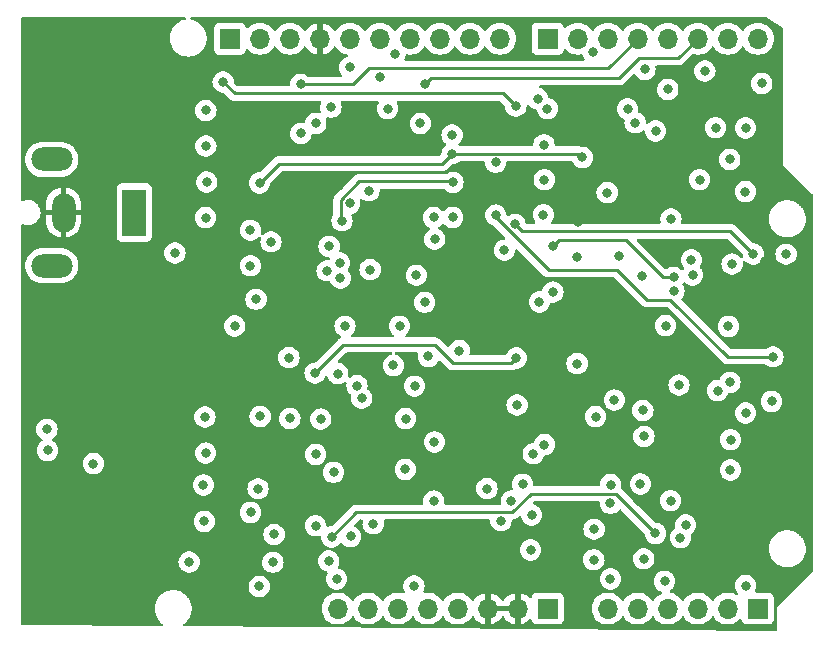
<source format=gbr>
%TF.GenerationSoftware,KiCad,Pcbnew,7.0.7*%
%TF.CreationDate,2024-06-03T19:27:50+02:00*%
%TF.ProjectId,control-board_v1,636f6e74-726f-46c2-9d62-6f6172645f76,rev?*%
%TF.SameCoordinates,Original*%
%TF.FileFunction,Copper,L2,Inr*%
%TF.FilePolarity,Positive*%
%FSLAX46Y46*%
G04 Gerber Fmt 4.6, Leading zero omitted, Abs format (unit mm)*
G04 Created by KiCad (PCBNEW 7.0.7) date 2024-06-03 19:27:50*
%MOMM*%
%LPD*%
G01*
G04 APERTURE LIST*
%TA.AperFunction,ComponentPad*%
%ADD10R,2.000000X4.000000*%
%TD*%
%TA.AperFunction,ComponentPad*%
%ADD11O,2.000000X3.300000*%
%TD*%
%TA.AperFunction,ComponentPad*%
%ADD12O,3.500000X2.000000*%
%TD*%
%TA.AperFunction,ComponentPad*%
%ADD13R,1.700000X1.700000*%
%TD*%
%TA.AperFunction,ComponentPad*%
%ADD14O,1.700000X1.700000*%
%TD*%
%TA.AperFunction,ViaPad*%
%ADD15C,0.800000*%
%TD*%
%TA.AperFunction,Conductor*%
%ADD16C,0.250000*%
%TD*%
G04 APERTURE END LIST*
D10*
%TO.N,/9V_IN*%
%TO.C,J1*%
X27570000Y-32560000D03*
D11*
%TO.N,GND*%
X21570000Y-32560000D03*
D12*
%TO.N,N/C*%
X20570000Y-28060000D03*
X20570000Y-37060000D03*
%TD*%
D13*
%TO.N,H1-D12*%
%TO.C,J8*%
X35650000Y-17840000D03*
D14*
%TO.N,H2-D13*%
X38190000Y-17840000D03*
%TO.N,AREF*%
X40730000Y-17840000D03*
%TO.N,GND*%
X43270000Y-17840000D03*
%TO.N,H4-D19*%
X45810000Y-17840000D03*
%TO.N,H3-D18*%
X48350000Y-17840000D03*
%TO.N,S-D11*%
X50890000Y-17840000D03*
%TO.N,S-D10*%
X53430000Y-17840000D03*
%TO.N,S-D9*%
X55970000Y-17840000D03*
%TO.N,S-D8*%
X58510000Y-17840000D03*
%TD*%
D13*
%TO.N,A5*%
%TO.C,J7*%
X80350000Y-66090000D03*
D14*
%TO.N,A4*%
X77810000Y-66090000D03*
%TO.N,A3*%
X75270000Y-66090000D03*
%TO.N,A2*%
X72730000Y-66090000D03*
%TO.N,A1*%
X70190000Y-66090000D03*
%TO.N,A0*%
X67650000Y-66090000D03*
%TD*%
D13*
%TO.N,Vin*%
%TO.C,J6*%
X62570000Y-66090000D03*
D14*
%TO.N,GND*%
X60030000Y-66090000D03*
X57490000Y-66090000D03*
%TO.N,+5V*%
X54950000Y-66090000D03*
%TO.N,+3V3*%
X52410000Y-66090000D03*
%TO.N,Reset*%
X49870000Y-66090000D03*
%TO.N,IOREF*%
X47330000Y-66090000D03*
%TO.N,unconnected-(J6-Pin_8-Pad8)*%
X44790000Y-66090000D03*
%TD*%
D13*
%TO.N,D7*%
%TO.C,J9*%
X62570000Y-17840000D03*
D14*
%TO.N,~{ENABLE}*%
X65110000Y-17840000D03*
%TO.N,unconnected-(J9-Pin_3-Pad3)*%
X67650000Y-17840000D03*
%TO.N,~{RST}*%
X70190000Y-17840000D03*
%TO.N,CS*%
X72730000Y-17840000D03*
%TO.N,CLK*%
X75270000Y-17840000D03*
%TO.N,DIN*%
X77810000Y-17840000D03*
%TO.N,DOUT*%
X80350000Y-17840000D03*
%TD*%
D15*
%TO.N,+9V*%
X45400000Y-42180000D03*
X36070000Y-42170000D03*
X50020000Y-42180000D03*
X77860000Y-42200000D03*
X72540000Y-42140000D03*
%TO.N,GND*%
X57840000Y-23800000D03*
X73330000Y-54320000D03*
X36120000Y-23590000D03*
X81550000Y-43080000D03*
X36160000Y-52620000D03*
X22762500Y-55471250D03*
X73480000Y-45470000D03*
X36130000Y-61660000D03*
X45760000Y-49620000D03*
X36140000Y-29430000D03*
X67590000Y-45190000D03*
X22782500Y-48301250D03*
X36140000Y-55460000D03*
X46650000Y-54510000D03*
X63830000Y-58650000D03*
X73270000Y-24010000D03*
X63840000Y-26430000D03*
X45620000Y-25530000D03*
X40760000Y-30460000D03*
X63840000Y-29690000D03*
X63840000Y-52580000D03*
X36020000Y-58430000D03*
X41730000Y-47550000D03*
X63850000Y-61830000D03*
X58670000Y-39760000D03*
X27780000Y-45750000D03*
X65140000Y-33330000D03*
X63500000Y-49640000D03*
X63870000Y-32450000D03*
X55500000Y-39490000D03*
X44900000Y-30340000D03*
X36120000Y-26450000D03*
X29620000Y-42220000D03*
X46580000Y-38860000D03*
X36170000Y-32460000D03*
X25600000Y-42210000D03*
X63840000Y-23420000D03*
X73320000Y-49520000D03*
X55280000Y-59580000D03*
X22792500Y-51781250D03*
X55320000Y-54620000D03*
X80995500Y-36640000D03*
X36120000Y-49610000D03*
X36630000Y-45980000D03*
X72010000Y-30280000D03*
X82000000Y-46920000D03*
%TO.N,+5V*%
X31000000Y-35990000D03*
X32210000Y-62150000D03*
X58164500Y-28310000D03*
X40650000Y-44840000D03*
X58900000Y-35750000D03*
X82750000Y-36090000D03*
%TO.N,Net-(D1-A)*%
X33610000Y-32990000D03*
%TO.N,Net-(D2-A)*%
X33700000Y-29980000D03*
%TO.N,Net-(D3-A)*%
X33620000Y-23920000D03*
%TO.N,Net-(D4-A)*%
X33620000Y-26920000D03*
%TO.N,Net-(D5-A)*%
X33540000Y-49870000D03*
%TO.N,Net-(D6-A)*%
X33610000Y-52930000D03*
%TO.N,Net-(D7-A)*%
X33420000Y-55640000D03*
%TO.N,Net-(D8-A)*%
X33490000Y-58710000D03*
%TO.N,Net-(D9-A)*%
X62290000Y-52210000D03*
%TO.N,H2-D13*%
X49630000Y-19140000D03*
%TO.N,Net-(D10-A)*%
X61340000Y-52980000D03*
%TO.N,H3-D18*%
X48350000Y-21120000D03*
X80690000Y-21630000D03*
%TO.N,Net-(D11-A)*%
X61210000Y-58160000D03*
%TO.N,H4-D19*%
X70790000Y-20440000D03*
X45810000Y-20270000D03*
%TO.N,Net-(D12-A)*%
X61120000Y-61130000D03*
%TO.N,CS*%
X72730000Y-22140000D03*
%TO.N,Net-(D13-A)*%
X62530000Y-23770000D03*
%TO.N,Net-(D14-A)*%
X62250000Y-26820000D03*
%TO.N,Net-(D15-A)*%
X62270000Y-29780000D03*
%TO.N,Net-(Q1A-D)*%
X37400000Y-34060000D03*
X37390000Y-37070000D03*
%TO.N,Net-(D16-A)*%
X62190000Y-32750000D03*
%TO.N,Net-(D17-A)*%
X20222500Y-52701250D03*
%TO.N,Net-(D18-A)*%
X20162500Y-50921250D03*
%TO.N,2-CS*%
X38040000Y-55950000D03*
X44030000Y-62070000D03*
X57420000Y-55940000D03*
%TO.N,DIN*%
X65510000Y-27900000D03*
X66400000Y-18960000D03*
X38220000Y-49820000D03*
X54474500Y-27590000D03*
X66620000Y-49840000D03*
X38170000Y-30060000D03*
%TO.N,~{RST}*%
X41660000Y-21720000D03*
X69330000Y-23790000D03*
X41670000Y-25860000D03*
X70620000Y-49320000D03*
X40730000Y-49990000D03*
%TO.N,DOUT*%
X44270000Y-60030000D03*
X54540000Y-30010000D03*
X75870000Y-20580000D03*
X54474500Y-25980000D03*
X45150000Y-33250000D03*
X71690000Y-59730000D03*
%TO.N,+3V3*%
X51440000Y-37870000D03*
X70710000Y-51520000D03*
X43350000Y-50050000D03*
X44210000Y-23650000D03*
X71710000Y-25650000D03*
X24092500Y-53821250D03*
%TO.N,2-CS_T1*%
X39400000Y-59820000D03*
X58600000Y-58650000D03*
X47790000Y-58920000D03*
X39300000Y-62170000D03*
%TO.N,2-CS_T2*%
X46820000Y-48280000D03*
X45870000Y-59990000D03*
X59970000Y-48850000D03*
%TO.N,CLK*%
X52140000Y-21704500D03*
X49020000Y-23770000D03*
X78030000Y-54360000D03*
X76790000Y-25380000D03*
X50510000Y-54310000D03*
%TO.N,2-CS_T3*%
X51240000Y-64170000D03*
X52920000Y-56990000D03*
X59480000Y-56990000D03*
%TO.N,1-CS*%
X39140000Y-35040000D03*
X51300000Y-47260000D03*
X46420000Y-47220000D03*
%TO.N,1-CS_T1*%
X55080000Y-44250000D03*
X52460000Y-44750000D03*
X53005000Y-34815500D03*
X44060000Y-35430000D03*
X45797299Y-31792701D03*
%TO.N,1-CS_T2*%
X47530000Y-37390000D03*
X52150000Y-40160000D03*
%TO.N,1-CS_T3*%
X54520000Y-32970000D03*
X52905500Y-32980000D03*
%TO.N,3-CS*%
X70420000Y-55550000D03*
X67890000Y-55590000D03*
X60440000Y-55570000D03*
X70700000Y-61880000D03*
%TO.N,3-CS_T1*%
X66470000Y-61960000D03*
X66490000Y-59370000D03*
X74250000Y-59020000D03*
%TO.N,3-CS_T2*%
X65050000Y-45350000D03*
X73680000Y-47170000D03*
X73800000Y-60090000D03*
%TO.N,3-CS_T3*%
X79330000Y-64150000D03*
X81520000Y-48550000D03*
X68210000Y-48440000D03*
%TO.N,4-CS*%
X65060000Y-36330000D03*
%TO.N,4-CS_T1*%
X73240000Y-38060000D03*
X63030000Y-35370000D03*
%TO.N,4-CS_T2*%
X73250000Y-39210000D03*
X63010000Y-39300000D03*
X73000000Y-33100000D03*
%TO.N,4-CS_T3*%
X61870000Y-40140000D03*
X75420000Y-29780000D03*
X79310000Y-30790000D03*
X74740000Y-36570000D03*
%TO.N,Net-(Q2B-D)*%
X42930000Y-25010000D03*
X44950000Y-36820000D03*
%TO.N,Net-(Q3B-D)*%
X42920000Y-59080000D03*
X42920000Y-53040000D03*
%TO.N,Net-(Q3A-D)*%
X44440000Y-54550000D03*
X44690000Y-63600000D03*
%TO.N,Net-(Q4B-D)*%
X37410000Y-57950000D03*
X38140000Y-64220000D03*
%TO.N,Net-(Q5A-D)*%
X72970000Y-56960000D03*
X72460000Y-63780000D03*
%TO.N,Net-(Q6B-D)*%
X67880000Y-57180000D03*
X67880000Y-63580000D03*
%TO.N,Net-(Q7A-D)*%
X69970000Y-24960000D03*
X70550000Y-37920000D03*
%TO.N,Net-(Q8B-D)*%
X67600000Y-30870000D03*
X68600000Y-36255500D03*
%TO.N,Net-(U4A--)*%
X43890000Y-37500000D03*
%TO.N,/current-sensing/V_{h1}*%
X59865500Y-23560000D03*
X35090000Y-21510000D03*
X37880000Y-39910000D03*
%TO.N,Net-(U4B--)*%
X44790000Y-46190000D03*
%TO.N,/current-sensing/V_{h2}*%
X42870000Y-46160000D03*
X61720000Y-22920000D03*
X59900000Y-44870000D03*
%TO.N,Net-(U6B--)*%
X78180000Y-36924500D03*
%TO.N,Net-(U6A--)*%
X77990000Y-46940000D03*
%TO.N,/current-sensing/V_{h4}*%
X59790000Y-33560000D03*
X79980000Y-36080000D03*
%TO.N,/current-sensing/V_{h3}*%
X81640000Y-44780000D03*
X58164500Y-32780000D03*
%TO.N,2-GND*%
X49500000Y-45510000D03*
X50530000Y-50010000D03*
X52980000Y-52000000D03*
%TO.N,1-GND*%
X51780000Y-25020000D03*
X47430000Y-30720000D03*
X45000000Y-38120000D03*
%TO.N,3-GND*%
X79330000Y-49530000D03*
X78060000Y-51800000D03*
X76950000Y-47640000D03*
%TO.N,4-GND*%
X79320000Y-25400000D03*
X74840000Y-37840000D03*
X77980000Y-28060000D03*
%TD*%
D16*
%TO.N,DIN*%
X53654500Y-28410000D02*
X39820000Y-28410000D01*
X39820000Y-28410000D02*
X38170000Y-30060000D01*
X54479500Y-27585000D02*
X65195000Y-27585000D01*
X54474500Y-27590000D02*
X54479500Y-27585000D01*
X65195000Y-27585000D02*
X65510000Y-27900000D01*
X54474500Y-27590000D02*
X53654500Y-28410000D01*
%TO.N,~{RST}*%
X46050000Y-21720000D02*
X47440000Y-20330000D01*
X47440000Y-20330000D02*
X67700000Y-20330000D01*
X41660000Y-21720000D02*
X46050000Y-21720000D01*
X67700000Y-20330000D02*
X70190000Y-17840000D01*
%TO.N,DOUT*%
X59570305Y-57925000D02*
X46375000Y-57925000D01*
X45050000Y-33150000D02*
X45150000Y-33250000D01*
X61125305Y-56370000D02*
X59570305Y-57925000D01*
X54540000Y-30010000D02*
X54460000Y-29930000D01*
X46600000Y-29930000D02*
X45050000Y-31480000D01*
X54460000Y-29930000D02*
X46600000Y-29930000D01*
X71690000Y-59730000D02*
X68330000Y-56370000D01*
X68330000Y-56370000D02*
X61125305Y-56370000D01*
X46375000Y-57925000D02*
X44270000Y-60030000D01*
X45050000Y-31480000D02*
X45050000Y-33150000D01*
%TO.N,CLK*%
X68580000Y-21170000D02*
X70270000Y-19480000D01*
X70270000Y-19480000D02*
X73630000Y-19480000D01*
X52140000Y-21704500D02*
X52674500Y-21170000D01*
X73630000Y-19480000D02*
X75270000Y-17840000D01*
X52674500Y-21170000D02*
X68580000Y-21170000D01*
%TO.N,4-CS_T1*%
X63490000Y-34910000D02*
X63030000Y-35370000D01*
X73240000Y-38060000D02*
X72340000Y-38060000D01*
X69190000Y-34910000D02*
X63490000Y-34910000D01*
X72340000Y-38060000D02*
X69190000Y-34910000D01*
%TO.N,/current-sensing/V_{h1}*%
X58785500Y-22480000D02*
X36060000Y-22480000D01*
X59865500Y-23560000D02*
X59760000Y-23560000D01*
X59760000Y-23560000D02*
X59710000Y-23510000D01*
X59865500Y-23560000D02*
X58785500Y-22480000D01*
X36060000Y-22480000D02*
X35090000Y-21510000D01*
%TO.N,/current-sensing/V_{h2}*%
X45270000Y-43760000D02*
X42870000Y-46160000D01*
X59480000Y-45290000D02*
X54520000Y-45290000D01*
X59900000Y-44870000D02*
X59480000Y-45290000D01*
X54520000Y-45290000D02*
X52990000Y-43760000D01*
X52990000Y-43760000D02*
X45270000Y-43760000D01*
%TO.N,/current-sensing/V_{h4}*%
X78040000Y-34140000D02*
X79980000Y-36080000D01*
X60370000Y-34140000D02*
X78040000Y-34140000D01*
X59790000Y-33560000D02*
X60370000Y-34140000D01*
%TO.N,/current-sensing/V_{h3}*%
X70950000Y-39930000D02*
X68450000Y-37430000D01*
X81640000Y-44780000D02*
X77794695Y-44780000D01*
X72944695Y-39930000D02*
X70950000Y-39930000D01*
X62634695Y-37430000D02*
X58164500Y-32959805D01*
X68450000Y-37430000D02*
X62634695Y-37430000D01*
X58164500Y-32959805D02*
X58164500Y-32780000D01*
X77794695Y-44780000D02*
X72944695Y-39930000D01*
%TD*%
%TA.AperFunction,Conductor*%
%TO.N,GND*%
G36*
X59483692Y-65859685D02*
G01*
X59529447Y-65912489D01*
X59539391Y-65981647D01*
X59535631Y-65998933D01*
X59530000Y-66018111D01*
X59530000Y-66161888D01*
X59535631Y-66181067D01*
X59535630Y-66250936D01*
X59497855Y-66309714D01*
X59434299Y-66338738D01*
X59416653Y-66340000D01*
X58103347Y-66340000D01*
X58036308Y-66320315D01*
X57990553Y-66267511D01*
X57980609Y-66198353D01*
X57984369Y-66181067D01*
X57990000Y-66161888D01*
X57990000Y-66018111D01*
X57984369Y-65998933D01*
X57984370Y-65929064D01*
X58022145Y-65870286D01*
X58085701Y-65841262D01*
X58103347Y-65840000D01*
X59416653Y-65840000D01*
X59483692Y-65859685D01*
G37*
%TD.AperFunction*%
%TA.AperFunction,Conductor*%
G36*
X31898622Y-16019685D02*
G01*
X31944377Y-16072489D01*
X31954321Y-16141647D01*
X31925296Y-16205203D01*
X31866518Y-16242977D01*
X31860529Y-16244574D01*
X31755655Y-16269751D01*
X31733473Y-16268641D01*
X31690932Y-16284776D01*
X31683414Y-16287094D01*
X31640836Y-16297318D01*
X31640834Y-16297318D01*
X31456054Y-16373856D01*
X31454051Y-16374616D01*
X31451706Y-16375656D01*
X31413306Y-16391563D01*
X31413294Y-16391569D01*
X31203316Y-16520245D01*
X31203313Y-16520246D01*
X31016036Y-16680197D01*
X30856085Y-16867474D01*
X30856084Y-16867477D01*
X30727404Y-17077461D01*
X30633156Y-17304997D01*
X30575662Y-17544479D01*
X30556340Y-17790000D01*
X30575662Y-18035520D01*
X30633156Y-18275002D01*
X30727404Y-18502538D01*
X30856084Y-18712522D01*
X30856085Y-18712525D01*
X30910286Y-18775986D01*
X31016036Y-18899803D01*
X31150745Y-19014855D01*
X31203313Y-19059753D01*
X31203316Y-19059754D01*
X31406213Y-19184091D01*
X31413301Y-19188434D01*
X31448121Y-19202857D01*
X31451690Y-19204335D01*
X31454040Y-19205379D01*
X31454204Y-19205441D01*
X31456037Y-19206136D01*
X31640837Y-19282682D01*
X31683418Y-19292904D01*
X31690933Y-19295222D01*
X31726475Y-19308702D01*
X31755689Y-19310255D01*
X31880315Y-19340176D01*
X31928067Y-19343934D01*
X31935584Y-19344994D01*
X31936994Y-19345282D01*
X31937000Y-19345282D01*
X31941872Y-19346277D01*
X31941883Y-19346279D01*
X31972831Y-19352597D01*
X32000750Y-19349654D01*
X32125839Y-19359499D01*
X32177683Y-19355418D01*
X32185035Y-19355278D01*
X32188924Y-19355435D01*
X32188927Y-19355434D01*
X32190822Y-19355511D01*
X32190872Y-19355511D01*
X32222949Y-19356802D01*
X32248894Y-19349814D01*
X32371363Y-19340176D01*
X32425995Y-19327059D01*
X32432996Y-19325799D01*
X32470474Y-19321248D01*
X32493890Y-19310759D01*
X32610841Y-19282682D01*
X32666681Y-19259552D01*
X32673144Y-19257286D01*
X32681400Y-19254895D01*
X32681402Y-19254893D01*
X32683242Y-19254361D01*
X32683278Y-19254349D01*
X32709173Y-19246848D01*
X32729583Y-19233497D01*
X32838377Y-19188434D01*
X32893597Y-19154594D01*
X32899378Y-19151463D01*
X32909192Y-19146807D01*
X32909196Y-19146803D01*
X32910014Y-19146416D01*
X32910044Y-19146400D01*
X32932945Y-19135533D01*
X32950048Y-19120001D01*
X33048367Y-19059751D01*
X33100946Y-19014843D01*
X33105977Y-19010975D01*
X33116695Y-19003578D01*
X33116698Y-19003574D01*
X33117515Y-19003011D01*
X33117534Y-19002997D01*
X33136140Y-18990154D01*
X33149762Y-18973151D01*
X33235642Y-18899803D01*
X33283465Y-18843808D01*
X33287642Y-18839380D01*
X33298535Y-18828918D01*
X33298539Y-18828912D01*
X33299209Y-18828269D01*
X33299220Y-18828258D01*
X33313626Y-18814420D01*
X33323729Y-18796665D01*
X33395590Y-18712528D01*
X33436482Y-18645798D01*
X33439731Y-18641019D01*
X33450003Y-18627351D01*
X33450007Y-18627341D01*
X33451259Y-18625677D01*
X33451287Y-18625638D01*
X33454744Y-18621036D01*
X33455129Y-18620748D01*
X33456026Y-18619330D01*
X33460921Y-18612816D01*
X33467611Y-18595001D01*
X33524273Y-18502538D01*
X33556011Y-18425914D01*
X33558383Y-18420848D01*
X33567176Y-18404096D01*
X33567176Y-18404094D01*
X33568133Y-18402272D01*
X33569374Y-18400988D01*
X33571828Y-18395230D01*
X33574303Y-18390513D01*
X33577820Y-18373261D01*
X33618521Y-18275002D01*
X33639010Y-18189658D01*
X33640486Y-18184506D01*
X33645904Y-18168276D01*
X33647640Y-18165779D01*
X33650012Y-18156155D01*
X33650071Y-18146155D01*
X33650994Y-18140474D01*
X33651895Y-18135987D01*
X33676015Y-18035524D01*
X33683295Y-17943015D01*
X33683900Y-17937992D01*
X33687464Y-17916067D01*
X33687464Y-17916064D01*
X33687741Y-17914361D01*
X33687746Y-17914321D01*
X33688903Y-17907198D01*
X33687795Y-17899566D01*
X33688131Y-17882924D01*
X33688309Y-17879309D01*
X33695338Y-17790000D01*
X33688308Y-17700684D01*
X33688131Y-17697074D01*
X33688049Y-17693041D01*
X33687795Y-17680434D01*
X33689265Y-17675028D01*
X33688165Y-17668258D01*
X33688163Y-17668236D01*
X33683904Y-17642030D01*
X33683292Y-17636946D01*
X33680746Y-17604596D01*
X33676015Y-17544476D01*
X33651900Y-17444032D01*
X33650993Y-17439520D01*
X33650070Y-17433836D01*
X33650947Y-17426831D01*
X33650187Y-17424553D01*
X33648059Y-17415920D01*
X33645904Y-17411722D01*
X33640486Y-17395493D01*
X33639007Y-17390329D01*
X33635649Y-17376344D01*
X33618521Y-17304998D01*
X33589532Y-17235012D01*
X33577822Y-17206741D01*
X33576395Y-17193472D01*
X33571830Y-17184774D01*
X33569784Y-17179972D01*
X33568133Y-17177728D01*
X33558391Y-17159166D01*
X33556007Y-17154076D01*
X33524273Y-17077463D01*
X33524273Y-17077462D01*
X33467610Y-16984997D01*
X33463842Y-16971067D01*
X33456025Y-16960665D01*
X33455291Y-16959505D01*
X33454760Y-16958982D01*
X33451513Y-16954662D01*
X33451474Y-16954606D01*
X33442102Y-16942135D01*
X33439749Y-16939004D01*
X33436458Y-16934162D01*
X33421687Y-16910058D01*
X33395590Y-16867472D01*
X33323730Y-16783335D01*
X33317395Y-16769197D01*
X33287647Y-16740623D01*
X33283449Y-16736172D01*
X33235645Y-16680200D01*
X33235643Y-16680198D01*
X33235642Y-16680197D01*
X33149761Y-16606848D01*
X33140727Y-16593009D01*
X33105986Y-16569028D01*
X33100937Y-16565147D01*
X33048368Y-16520249D01*
X33048364Y-16520246D01*
X32950048Y-16459998D01*
X32938287Y-16446999D01*
X32904550Y-16430990D01*
X32903345Y-16430418D01*
X32899395Y-16428544D01*
X32893591Y-16425401D01*
X32838377Y-16391566D01*
X32838374Y-16391565D01*
X32838373Y-16391564D01*
X32729586Y-16346503D01*
X32715174Y-16334889D01*
X32683274Y-16325649D01*
X32683254Y-16325642D01*
X32673145Y-16322713D01*
X32666670Y-16320442D01*
X32610841Y-16297318D01*
X32493887Y-16269239D01*
X32476999Y-16259542D01*
X32432990Y-16254199D01*
X32425984Y-16252937D01*
X32391149Y-16244574D01*
X32330556Y-16209784D01*
X32298392Y-16147758D01*
X32304868Y-16078189D01*
X32347927Y-16023165D01*
X32413899Y-16000155D01*
X32420095Y-16000000D01*
X80962456Y-16000000D01*
X81029495Y-16019685D01*
X81031239Y-16020826D01*
X82444784Y-16963189D01*
X82489644Y-17016753D01*
X82500000Y-17066362D01*
X82500000Y-28500000D01*
X84963681Y-30963681D01*
X84997166Y-31025004D01*
X85000000Y-31051362D01*
X85000000Y-62948638D01*
X84980315Y-63015677D01*
X84963681Y-63036319D01*
X82000000Y-65999999D01*
X82000000Y-67875027D01*
X81980315Y-67942066D01*
X81927511Y-67987821D01*
X81875031Y-67999023D01*
X31810454Y-67607892D01*
X31743571Y-67587685D01*
X31698230Y-67534525D01*
X31688827Y-67465291D01*
X31718347Y-67401964D01*
X31746629Y-67378171D01*
X31776689Y-67359751D01*
X31829268Y-67314843D01*
X31834299Y-67310975D01*
X31845017Y-67303578D01*
X31845020Y-67303574D01*
X31845837Y-67303011D01*
X31845856Y-67302997D01*
X31864462Y-67290154D01*
X31878084Y-67273151D01*
X31963964Y-67199803D01*
X32011787Y-67143808D01*
X32015964Y-67139380D01*
X32026857Y-67128918D01*
X32026861Y-67128912D01*
X32027531Y-67128269D01*
X32027542Y-67128258D01*
X32041948Y-67114420D01*
X32052051Y-67096665D01*
X32123912Y-67012528D01*
X32164804Y-66945798D01*
X32168053Y-66941019D01*
X32178325Y-66927351D01*
X32178329Y-66927341D01*
X32179581Y-66925677D01*
X32179609Y-66925638D01*
X32183066Y-66921036D01*
X32183451Y-66920748D01*
X32184348Y-66919330D01*
X32189243Y-66912816D01*
X32195933Y-66895001D01*
X32252595Y-66802538D01*
X32284333Y-66725914D01*
X32286705Y-66720848D01*
X32295498Y-66704096D01*
X32295498Y-66704094D01*
X32296455Y-66702272D01*
X32297696Y-66700988D01*
X32300150Y-66695230D01*
X32302625Y-66690513D01*
X32306142Y-66673261D01*
X32346843Y-66575002D01*
X32367332Y-66489658D01*
X32368808Y-66484506D01*
X32374226Y-66468276D01*
X32375962Y-66465779D01*
X32378334Y-66456155D01*
X32378393Y-66446155D01*
X32379316Y-66440474D01*
X32380217Y-66435987D01*
X32404337Y-66335524D01*
X32411617Y-66243015D01*
X32412222Y-66237992D01*
X32415786Y-66216067D01*
X32415786Y-66216064D01*
X32416063Y-66214361D01*
X32416068Y-66214321D01*
X32417225Y-66207198D01*
X32416117Y-66199566D01*
X32416453Y-66182924D01*
X32416631Y-66179309D01*
X32418002Y-66161888D01*
X32423660Y-66090000D01*
X43434341Y-66090000D01*
X43454936Y-66325403D01*
X43454938Y-66325413D01*
X43516094Y-66553655D01*
X43516096Y-66553659D01*
X43516097Y-66553663D01*
X43596004Y-66725023D01*
X43615965Y-66767830D01*
X43615967Y-66767834D01*
X43705008Y-66894996D01*
X43751505Y-66961401D01*
X43918599Y-67128495D01*
X44014542Y-67195675D01*
X44112165Y-67264032D01*
X44112167Y-67264033D01*
X44112170Y-67264035D01*
X44326337Y-67363903D01*
X44554592Y-67425063D01*
X44731034Y-67440500D01*
X44789999Y-67445659D01*
X44790000Y-67445659D01*
X44790001Y-67445659D01*
X44848966Y-67440500D01*
X45025408Y-67425063D01*
X45253663Y-67363903D01*
X45467830Y-67264035D01*
X45661401Y-67128495D01*
X45828495Y-66961401D01*
X45958424Y-66775842D01*
X46013002Y-66732217D01*
X46082500Y-66725023D01*
X46144855Y-66756546D01*
X46161575Y-66775842D01*
X46291500Y-66961395D01*
X46291505Y-66961401D01*
X46458599Y-67128495D01*
X46554542Y-67195675D01*
X46652165Y-67264032D01*
X46652167Y-67264033D01*
X46652170Y-67264035D01*
X46866337Y-67363903D01*
X47094592Y-67425063D01*
X47271034Y-67440500D01*
X47329999Y-67445659D01*
X47330000Y-67445659D01*
X47330001Y-67445659D01*
X47388966Y-67440500D01*
X47565408Y-67425063D01*
X47793663Y-67363903D01*
X48007830Y-67264035D01*
X48201401Y-67128495D01*
X48368495Y-66961401D01*
X48498424Y-66775842D01*
X48553002Y-66732217D01*
X48622500Y-66725023D01*
X48684855Y-66756546D01*
X48701575Y-66775842D01*
X48831500Y-66961395D01*
X48831505Y-66961401D01*
X48998599Y-67128495D01*
X49094542Y-67195675D01*
X49192165Y-67264032D01*
X49192167Y-67264033D01*
X49192170Y-67264035D01*
X49406337Y-67363903D01*
X49634592Y-67425063D01*
X49811034Y-67440500D01*
X49869999Y-67445659D01*
X49870000Y-67445659D01*
X49870001Y-67445659D01*
X49928966Y-67440500D01*
X50105408Y-67425063D01*
X50333663Y-67363903D01*
X50547830Y-67264035D01*
X50741401Y-67128495D01*
X50908495Y-66961401D01*
X51038424Y-66775842D01*
X51093002Y-66732217D01*
X51162500Y-66725023D01*
X51224855Y-66756546D01*
X51241575Y-66775842D01*
X51371500Y-66961395D01*
X51371505Y-66961401D01*
X51538599Y-67128495D01*
X51634542Y-67195675D01*
X51732165Y-67264032D01*
X51732167Y-67264033D01*
X51732170Y-67264035D01*
X51946337Y-67363903D01*
X52174592Y-67425063D01*
X52351034Y-67440500D01*
X52409999Y-67445659D01*
X52410000Y-67445659D01*
X52410001Y-67445659D01*
X52468966Y-67440500D01*
X52645408Y-67425063D01*
X52873663Y-67363903D01*
X53087830Y-67264035D01*
X53281401Y-67128495D01*
X53448495Y-66961401D01*
X53578424Y-66775842D01*
X53633002Y-66732217D01*
X53702500Y-66725023D01*
X53764855Y-66756546D01*
X53781575Y-66775842D01*
X53911500Y-66961395D01*
X53911505Y-66961401D01*
X54078599Y-67128495D01*
X54174542Y-67195675D01*
X54272165Y-67264032D01*
X54272167Y-67264033D01*
X54272170Y-67264035D01*
X54486337Y-67363903D01*
X54714592Y-67425063D01*
X54891034Y-67440500D01*
X54949999Y-67445659D01*
X54950000Y-67445659D01*
X54950001Y-67445659D01*
X55008966Y-67440500D01*
X55185408Y-67425063D01*
X55413663Y-67363903D01*
X55627830Y-67264035D01*
X55821401Y-67128495D01*
X55988495Y-66961401D01*
X56118730Y-66775405D01*
X56173307Y-66731781D01*
X56242805Y-66724587D01*
X56305160Y-66756110D01*
X56321879Y-66775405D01*
X56451890Y-66961078D01*
X56618917Y-67128105D01*
X56812421Y-67263600D01*
X57026507Y-67363429D01*
X57026516Y-67363433D01*
X57240000Y-67420634D01*
X57240000Y-66702301D01*
X57259685Y-66635262D01*
X57312489Y-66589507D01*
X57381647Y-66579563D01*
X57454237Y-66590000D01*
X57454238Y-66590000D01*
X57525762Y-66590000D01*
X57525763Y-66590000D01*
X57598353Y-66579563D01*
X57667512Y-66589507D01*
X57720315Y-66635262D01*
X57740000Y-66702301D01*
X57740000Y-67420633D01*
X57953483Y-67363433D01*
X57953492Y-67363429D01*
X58167578Y-67263600D01*
X58361082Y-67128105D01*
X58528105Y-66961082D01*
X58658425Y-66774968D01*
X58713002Y-66731344D01*
X58782501Y-66724151D01*
X58844855Y-66755673D01*
X58861575Y-66774968D01*
X58991894Y-66961082D01*
X59158917Y-67128105D01*
X59352421Y-67263600D01*
X59566507Y-67363429D01*
X59566516Y-67363433D01*
X59780000Y-67420634D01*
X59780000Y-66702301D01*
X59799685Y-66635262D01*
X59852489Y-66589507D01*
X59921647Y-66579563D01*
X59994237Y-66590000D01*
X59994238Y-66590000D01*
X60065762Y-66590000D01*
X60065763Y-66590000D01*
X60138353Y-66579563D01*
X60207512Y-66589507D01*
X60260315Y-66635262D01*
X60280000Y-66702301D01*
X60280000Y-67420633D01*
X60493483Y-67363433D01*
X60493492Y-67363429D01*
X60707578Y-67263600D01*
X60901078Y-67128108D01*
X61023133Y-67006053D01*
X61084456Y-66972568D01*
X61154148Y-66977552D01*
X61210082Y-67019423D01*
X61226997Y-67050401D01*
X61276202Y-67182328D01*
X61276206Y-67182335D01*
X61362452Y-67297544D01*
X61362455Y-67297547D01*
X61477664Y-67383793D01*
X61477671Y-67383797D01*
X61612517Y-67434091D01*
X61612516Y-67434091D01*
X61619444Y-67434835D01*
X61672127Y-67440500D01*
X63467872Y-67440499D01*
X63527483Y-67434091D01*
X63662331Y-67383796D01*
X63777546Y-67297546D01*
X63863796Y-67182331D01*
X63914091Y-67047483D01*
X63920500Y-66987873D01*
X63920499Y-66090000D01*
X66294341Y-66090000D01*
X66314936Y-66325403D01*
X66314938Y-66325413D01*
X66376094Y-66553655D01*
X66376096Y-66553659D01*
X66376097Y-66553663D01*
X66456004Y-66725023D01*
X66475965Y-66767830D01*
X66475967Y-66767834D01*
X66565008Y-66894996D01*
X66611505Y-66961401D01*
X66778599Y-67128495D01*
X66874542Y-67195675D01*
X66972165Y-67264032D01*
X66972167Y-67264033D01*
X66972170Y-67264035D01*
X67186337Y-67363903D01*
X67414592Y-67425063D01*
X67591034Y-67440500D01*
X67649999Y-67445659D01*
X67650000Y-67445659D01*
X67650001Y-67445659D01*
X67708966Y-67440500D01*
X67885408Y-67425063D01*
X68113663Y-67363903D01*
X68327830Y-67264035D01*
X68521401Y-67128495D01*
X68688495Y-66961401D01*
X68818424Y-66775842D01*
X68873002Y-66732217D01*
X68942500Y-66725023D01*
X69004855Y-66756546D01*
X69021575Y-66775842D01*
X69151500Y-66961395D01*
X69151505Y-66961401D01*
X69318599Y-67128495D01*
X69414542Y-67195675D01*
X69512165Y-67264032D01*
X69512167Y-67264033D01*
X69512170Y-67264035D01*
X69726337Y-67363903D01*
X69954592Y-67425063D01*
X70131034Y-67440500D01*
X70189999Y-67445659D01*
X70190000Y-67445659D01*
X70190001Y-67445659D01*
X70248966Y-67440500D01*
X70425408Y-67425063D01*
X70653663Y-67363903D01*
X70867830Y-67264035D01*
X71061401Y-67128495D01*
X71228495Y-66961401D01*
X71358424Y-66775842D01*
X71413002Y-66732217D01*
X71482500Y-66725023D01*
X71544855Y-66756546D01*
X71561575Y-66775842D01*
X71691500Y-66961395D01*
X71691505Y-66961401D01*
X71858599Y-67128495D01*
X71954542Y-67195675D01*
X72052165Y-67264032D01*
X72052167Y-67264033D01*
X72052170Y-67264035D01*
X72266337Y-67363903D01*
X72494592Y-67425063D01*
X72671034Y-67440500D01*
X72729999Y-67445659D01*
X72730000Y-67445659D01*
X72730001Y-67445659D01*
X72788966Y-67440500D01*
X72965408Y-67425063D01*
X73193663Y-67363903D01*
X73407830Y-67264035D01*
X73601401Y-67128495D01*
X73768495Y-66961401D01*
X73898424Y-66775842D01*
X73953002Y-66732217D01*
X74022500Y-66725023D01*
X74084855Y-66756546D01*
X74101575Y-66775842D01*
X74231500Y-66961395D01*
X74231505Y-66961401D01*
X74398599Y-67128495D01*
X74494542Y-67195675D01*
X74592165Y-67264032D01*
X74592167Y-67264033D01*
X74592170Y-67264035D01*
X74806337Y-67363903D01*
X75034592Y-67425063D01*
X75211034Y-67440500D01*
X75269999Y-67445659D01*
X75270000Y-67445659D01*
X75270001Y-67445659D01*
X75328966Y-67440500D01*
X75505408Y-67425063D01*
X75733663Y-67363903D01*
X75947830Y-67264035D01*
X76141401Y-67128495D01*
X76308495Y-66961401D01*
X76438424Y-66775842D01*
X76493002Y-66732217D01*
X76562500Y-66725023D01*
X76624855Y-66756546D01*
X76641575Y-66775842D01*
X76771500Y-66961395D01*
X76771505Y-66961401D01*
X76938599Y-67128495D01*
X77034542Y-67195675D01*
X77132165Y-67264032D01*
X77132167Y-67264033D01*
X77132170Y-67264035D01*
X77346337Y-67363903D01*
X77574592Y-67425063D01*
X77751034Y-67440500D01*
X77809999Y-67445659D01*
X77810000Y-67445659D01*
X77810001Y-67445659D01*
X77868966Y-67440500D01*
X78045408Y-67425063D01*
X78273663Y-67363903D01*
X78487830Y-67264035D01*
X78681401Y-67128495D01*
X78803329Y-67006566D01*
X78864648Y-66973084D01*
X78934340Y-66978068D01*
X78990274Y-67019939D01*
X79007189Y-67050917D01*
X79056202Y-67182328D01*
X79056206Y-67182335D01*
X79142452Y-67297544D01*
X79142455Y-67297547D01*
X79257664Y-67383793D01*
X79257671Y-67383797D01*
X79392517Y-67434091D01*
X79392516Y-67434091D01*
X79399444Y-67434835D01*
X79452127Y-67440500D01*
X81247872Y-67440499D01*
X81307483Y-67434091D01*
X81442331Y-67383796D01*
X81557546Y-67297546D01*
X81643796Y-67182331D01*
X81694091Y-67047483D01*
X81700500Y-66987873D01*
X81700499Y-65192128D01*
X81694091Y-65132517D01*
X81693002Y-65129598D01*
X81643797Y-64997671D01*
X81643793Y-64997664D01*
X81557547Y-64882455D01*
X81557544Y-64882452D01*
X81442335Y-64796206D01*
X81442328Y-64796202D01*
X81307482Y-64745908D01*
X81307483Y-64745908D01*
X81247883Y-64739501D01*
X81247881Y-64739500D01*
X81247873Y-64739500D01*
X81247865Y-64739500D01*
X80244234Y-64739500D01*
X80177195Y-64719815D01*
X80131440Y-64667011D01*
X80121496Y-64597853D01*
X80136847Y-64553501D01*
X80157176Y-64518289D01*
X80157175Y-64518289D01*
X80157179Y-64518284D01*
X80215674Y-64338256D01*
X80235460Y-64150000D01*
X80215674Y-63961744D01*
X80157179Y-63781716D01*
X80062533Y-63617784D01*
X79935871Y-63477112D01*
X79935870Y-63477111D01*
X79782734Y-63365851D01*
X79782729Y-63365848D01*
X79609807Y-63288857D01*
X79609802Y-63288855D01*
X79464000Y-63257865D01*
X79424646Y-63249500D01*
X79235354Y-63249500D01*
X79202897Y-63256398D01*
X79050197Y-63288855D01*
X79050192Y-63288857D01*
X78877270Y-63365848D01*
X78877265Y-63365851D01*
X78724129Y-63477111D01*
X78597466Y-63617785D01*
X78502821Y-63781715D01*
X78502818Y-63781722D01*
X78448699Y-63948284D01*
X78444326Y-63961744D01*
X78424540Y-64150000D01*
X78444326Y-64338256D01*
X78444327Y-64338259D01*
X78502818Y-64518277D01*
X78502821Y-64518284D01*
X78597467Y-64682216D01*
X78618615Y-64705703D01*
X78631787Y-64720332D01*
X78662017Y-64783323D01*
X78653392Y-64852658D01*
X78608651Y-64906324D01*
X78541998Y-64927282D01*
X78487232Y-64915686D01*
X78415968Y-64882455D01*
X78273663Y-64816097D01*
X78273659Y-64816096D01*
X78273655Y-64816094D01*
X78045413Y-64754938D01*
X78045403Y-64754936D01*
X77810001Y-64734341D01*
X77809999Y-64734341D01*
X77574596Y-64754936D01*
X77574586Y-64754938D01*
X77346344Y-64816094D01*
X77346335Y-64816098D01*
X77132171Y-64915964D01*
X77132169Y-64915965D01*
X76938597Y-65051505D01*
X76771505Y-65218597D01*
X76641575Y-65404158D01*
X76586998Y-65447783D01*
X76517500Y-65454977D01*
X76455145Y-65423454D01*
X76438425Y-65404158D01*
X76308494Y-65218597D01*
X76141402Y-65051506D01*
X76141395Y-65051501D01*
X76112322Y-65031144D01*
X76064518Y-64997671D01*
X75947834Y-64915967D01*
X75947830Y-64915965D01*
X75898341Y-64892888D01*
X75733663Y-64816097D01*
X75733659Y-64816096D01*
X75733655Y-64816094D01*
X75505413Y-64754938D01*
X75505403Y-64754936D01*
X75270001Y-64734341D01*
X75269999Y-64734341D01*
X75034596Y-64754936D01*
X75034586Y-64754938D01*
X74806344Y-64816094D01*
X74806335Y-64816098D01*
X74592171Y-64915964D01*
X74592169Y-64915965D01*
X74398597Y-65051505D01*
X74231505Y-65218597D01*
X74101575Y-65404158D01*
X74046998Y-65447783D01*
X73977500Y-65454977D01*
X73915145Y-65423454D01*
X73898425Y-65404158D01*
X73768494Y-65218597D01*
X73601402Y-65051506D01*
X73601395Y-65051501D01*
X73572322Y-65031144D01*
X73524518Y-64997671D01*
X73407834Y-64915967D01*
X73407830Y-64915965D01*
X73358341Y-64892888D01*
X73193663Y-64816097D01*
X73193659Y-64816096D01*
X73193655Y-64816094D01*
X72986194Y-64760506D01*
X72926533Y-64724141D01*
X72896004Y-64661294D01*
X72904299Y-64591919D01*
X72945401Y-64540414D01*
X73065871Y-64452888D01*
X73192533Y-64312216D01*
X73287179Y-64148284D01*
X73345674Y-63968256D01*
X73365460Y-63780000D01*
X73345674Y-63591744D01*
X73287179Y-63411716D01*
X73192533Y-63247784D01*
X73065871Y-63107112D01*
X73011742Y-63067785D01*
X72912734Y-62995851D01*
X72912729Y-62995848D01*
X72739807Y-62918857D01*
X72739802Y-62918855D01*
X72594001Y-62887865D01*
X72554646Y-62879500D01*
X72365354Y-62879500D01*
X72332897Y-62886398D01*
X72180197Y-62918855D01*
X72180192Y-62918857D01*
X72007270Y-62995848D01*
X72007265Y-62995851D01*
X71854129Y-63107111D01*
X71727466Y-63247785D01*
X71632821Y-63411715D01*
X71632818Y-63411722D01*
X71578142Y-63579999D01*
X71574326Y-63591744D01*
X71554540Y-63780000D01*
X71574326Y-63968256D01*
X71574327Y-63968259D01*
X71632818Y-64148277D01*
X71632821Y-64148284D01*
X71727467Y-64312216D01*
X71774227Y-64364148D01*
X71854129Y-64452888D01*
X72007265Y-64564148D01*
X72007270Y-64564151D01*
X72167626Y-64635547D01*
X72220863Y-64680797D01*
X72241184Y-64747646D01*
X72222139Y-64814870D01*
X72169772Y-64861125D01*
X72169596Y-64861208D01*
X72052168Y-64915966D01*
X71858597Y-65051505D01*
X71691505Y-65218597D01*
X71561575Y-65404158D01*
X71506998Y-65447783D01*
X71437500Y-65454977D01*
X71375145Y-65423454D01*
X71358425Y-65404158D01*
X71228494Y-65218597D01*
X71061402Y-65051506D01*
X71061395Y-65051501D01*
X71032322Y-65031144D01*
X70984518Y-64997671D01*
X70867834Y-64915967D01*
X70867830Y-64915965D01*
X70818341Y-64892888D01*
X70653663Y-64816097D01*
X70653659Y-64816096D01*
X70653655Y-64816094D01*
X70425413Y-64754938D01*
X70425403Y-64754936D01*
X70190001Y-64734341D01*
X70189999Y-64734341D01*
X69954596Y-64754936D01*
X69954586Y-64754938D01*
X69726344Y-64816094D01*
X69726335Y-64816098D01*
X69512171Y-64915964D01*
X69512169Y-64915965D01*
X69318597Y-65051505D01*
X69151505Y-65218597D01*
X69021575Y-65404158D01*
X68966998Y-65447783D01*
X68897500Y-65454977D01*
X68835145Y-65423454D01*
X68818425Y-65404158D01*
X68688494Y-65218597D01*
X68521402Y-65051506D01*
X68521395Y-65051501D01*
X68492322Y-65031144D01*
X68444518Y-64997671D01*
X68327834Y-64915967D01*
X68327830Y-64915965D01*
X68278341Y-64892888D01*
X68113663Y-64816097D01*
X68113659Y-64816096D01*
X68113655Y-64816094D01*
X67885413Y-64754938D01*
X67885403Y-64754936D01*
X67650001Y-64734341D01*
X67649999Y-64734341D01*
X67414596Y-64754936D01*
X67414586Y-64754938D01*
X67186344Y-64816094D01*
X67186335Y-64816098D01*
X66972171Y-64915964D01*
X66972169Y-64915965D01*
X66778597Y-65051505D01*
X66611505Y-65218597D01*
X66475965Y-65412169D01*
X66475964Y-65412171D01*
X66376098Y-65626335D01*
X66376094Y-65626344D01*
X66314938Y-65854586D01*
X66314936Y-65854596D01*
X66294341Y-66089999D01*
X66294341Y-66090000D01*
X63920499Y-66090000D01*
X63920499Y-65192128D01*
X63914091Y-65132517D01*
X63913002Y-65129598D01*
X63863797Y-64997671D01*
X63863793Y-64997664D01*
X63777547Y-64882455D01*
X63777544Y-64882452D01*
X63662335Y-64796206D01*
X63662328Y-64796202D01*
X63527482Y-64745908D01*
X63527483Y-64745908D01*
X63467883Y-64739501D01*
X63467881Y-64739500D01*
X63467873Y-64739500D01*
X63467864Y-64739500D01*
X61672129Y-64739500D01*
X61672123Y-64739501D01*
X61612516Y-64745908D01*
X61477671Y-64796202D01*
X61477664Y-64796206D01*
X61362455Y-64882452D01*
X61362452Y-64882455D01*
X61276206Y-64997664D01*
X61276202Y-64997671D01*
X61226997Y-65129598D01*
X61185126Y-65185532D01*
X61119661Y-65209949D01*
X61051388Y-65195097D01*
X61023134Y-65173946D01*
X60901082Y-65051894D01*
X60707578Y-64916399D01*
X60493492Y-64816570D01*
X60493486Y-64816567D01*
X60280000Y-64759364D01*
X60280000Y-65477698D01*
X60260315Y-65544737D01*
X60207511Y-65590492D01*
X60138355Y-65600436D01*
X60065766Y-65590000D01*
X60065763Y-65590000D01*
X59994237Y-65590000D01*
X59994233Y-65590000D01*
X59921645Y-65600436D01*
X59852487Y-65590492D01*
X59799684Y-65544736D01*
X59780000Y-65477698D01*
X59780000Y-64759364D01*
X59779999Y-64759364D01*
X59566513Y-64816567D01*
X59566507Y-64816570D01*
X59352422Y-64916399D01*
X59352420Y-64916400D01*
X59158926Y-65051886D01*
X59158920Y-65051891D01*
X58991891Y-65218920D01*
X58991890Y-65218922D01*
X58861575Y-65405031D01*
X58806998Y-65448655D01*
X58737499Y-65455848D01*
X58675145Y-65424326D01*
X58658425Y-65405031D01*
X58528109Y-65218922D01*
X58528108Y-65218920D01*
X58361082Y-65051894D01*
X58167578Y-64916399D01*
X57953492Y-64816570D01*
X57953486Y-64816567D01*
X57740000Y-64759364D01*
X57740000Y-65477698D01*
X57720315Y-65544737D01*
X57667511Y-65590492D01*
X57598355Y-65600436D01*
X57525766Y-65590000D01*
X57525763Y-65590000D01*
X57454237Y-65590000D01*
X57454233Y-65590000D01*
X57381645Y-65600436D01*
X57312487Y-65590492D01*
X57259684Y-65544736D01*
X57240000Y-65477698D01*
X57240000Y-64759364D01*
X57239999Y-64759364D01*
X57026513Y-64816567D01*
X57026507Y-64816570D01*
X56812422Y-64916399D01*
X56812420Y-64916400D01*
X56618926Y-65051886D01*
X56618920Y-65051891D01*
X56451891Y-65218920D01*
X56451890Y-65218922D01*
X56321880Y-65404595D01*
X56267303Y-65448219D01*
X56197804Y-65455412D01*
X56135450Y-65423890D01*
X56118730Y-65404594D01*
X55988494Y-65218597D01*
X55821402Y-65051506D01*
X55821395Y-65051501D01*
X55792322Y-65031144D01*
X55744518Y-64997671D01*
X55627834Y-64915967D01*
X55627830Y-64915965D01*
X55578341Y-64892888D01*
X55413663Y-64816097D01*
X55413659Y-64816096D01*
X55413655Y-64816094D01*
X55185413Y-64754938D01*
X55185403Y-64754936D01*
X54950001Y-64734341D01*
X54949999Y-64734341D01*
X54714596Y-64754936D01*
X54714586Y-64754938D01*
X54486344Y-64816094D01*
X54486335Y-64816098D01*
X54272171Y-64915964D01*
X54272169Y-64915965D01*
X54078597Y-65051505D01*
X53911505Y-65218597D01*
X53781575Y-65404158D01*
X53726998Y-65447783D01*
X53657500Y-65454977D01*
X53595145Y-65423454D01*
X53578425Y-65404158D01*
X53448494Y-65218597D01*
X53281402Y-65051506D01*
X53281395Y-65051501D01*
X53252322Y-65031144D01*
X53204518Y-64997671D01*
X53087834Y-64915967D01*
X53087830Y-64915965D01*
X53038341Y-64892888D01*
X52873663Y-64816097D01*
X52873659Y-64816096D01*
X52873655Y-64816094D01*
X52645413Y-64754938D01*
X52645403Y-64754936D01*
X52410001Y-64734341D01*
X52409999Y-64734341D01*
X52351022Y-64739501D01*
X52174592Y-64754937D01*
X52174591Y-64754937D01*
X52169199Y-64755409D01*
X52169028Y-64753455D01*
X52108129Y-64746636D01*
X52053920Y-64702555D01*
X52032149Y-64636164D01*
X52048700Y-64570290D01*
X52067179Y-64538284D01*
X52125674Y-64358256D01*
X52145460Y-64170000D01*
X52125674Y-63981744D01*
X52067179Y-63801716D01*
X51972533Y-63637784D01*
X51920504Y-63580000D01*
X66974540Y-63580000D01*
X66994326Y-63768256D01*
X66994327Y-63768259D01*
X67052818Y-63948277D01*
X67052821Y-63948284D01*
X67147467Y-64112216D01*
X67274129Y-64252888D01*
X67427265Y-64364148D01*
X67427270Y-64364151D01*
X67600192Y-64441142D01*
X67600197Y-64441144D01*
X67785354Y-64480500D01*
X67785355Y-64480500D01*
X67974644Y-64480500D01*
X67974646Y-64480500D01*
X68159803Y-64441144D01*
X68332730Y-64364151D01*
X68485871Y-64252888D01*
X68612533Y-64112216D01*
X68707179Y-63948284D01*
X68765674Y-63768256D01*
X68785460Y-63580000D01*
X68765674Y-63391744D01*
X68707179Y-63211716D01*
X68612533Y-63047784D01*
X68485871Y-62907112D01*
X68485870Y-62907111D01*
X68332734Y-62795851D01*
X68332729Y-62795848D01*
X68159807Y-62718857D01*
X68159802Y-62718855D01*
X68009799Y-62686972D01*
X67974646Y-62679500D01*
X67785354Y-62679500D01*
X67752897Y-62686398D01*
X67600197Y-62718855D01*
X67600192Y-62718857D01*
X67427270Y-62795848D01*
X67427265Y-62795851D01*
X67274129Y-62907111D01*
X67147466Y-63047785D01*
X67052821Y-63211715D01*
X67052818Y-63211722D01*
X66994327Y-63391740D01*
X66994326Y-63391744D01*
X66974540Y-63580000D01*
X51920504Y-63580000D01*
X51845871Y-63497112D01*
X51845870Y-63497111D01*
X51692734Y-63385851D01*
X51692729Y-63385848D01*
X51519807Y-63308857D01*
X51519802Y-63308855D01*
X51374001Y-63277865D01*
X51334646Y-63269500D01*
X51145354Y-63269500D01*
X51112897Y-63276398D01*
X50960197Y-63308855D01*
X50960192Y-63308857D01*
X50787270Y-63385848D01*
X50787265Y-63385851D01*
X50634129Y-63497111D01*
X50507466Y-63637785D01*
X50412821Y-63801715D01*
X50412818Y-63801722D01*
X50358699Y-63968284D01*
X50354326Y-63981744D01*
X50334540Y-64170000D01*
X50354326Y-64358256D01*
X50354327Y-64358259D01*
X50412818Y-64538277D01*
X50412821Y-64538284D01*
X50441688Y-64588284D01*
X50467376Y-64632776D01*
X50483849Y-64700676D01*
X50460996Y-64766703D01*
X50406075Y-64809894D01*
X50336522Y-64816535D01*
X50327896Y-64814551D01*
X50105413Y-64754938D01*
X50105403Y-64754936D01*
X49870001Y-64734341D01*
X49869999Y-64734341D01*
X49634596Y-64754936D01*
X49634586Y-64754938D01*
X49406344Y-64816094D01*
X49406335Y-64816098D01*
X49192171Y-64915964D01*
X49192169Y-64915965D01*
X48998597Y-65051505D01*
X48831508Y-65218594D01*
X48701574Y-65404159D01*
X48646997Y-65447784D01*
X48577498Y-65454976D01*
X48515144Y-65423454D01*
X48498424Y-65404158D01*
X48479731Y-65377462D01*
X48414989Y-65285000D01*
X48368494Y-65218597D01*
X48201402Y-65051506D01*
X48201395Y-65051501D01*
X48172322Y-65031144D01*
X48124518Y-64997671D01*
X48007834Y-64915967D01*
X48007830Y-64915965D01*
X47958341Y-64892888D01*
X47793663Y-64816097D01*
X47793659Y-64816096D01*
X47793655Y-64816094D01*
X47565413Y-64754938D01*
X47565403Y-64754936D01*
X47330001Y-64734341D01*
X47329999Y-64734341D01*
X47094596Y-64754936D01*
X47094586Y-64754938D01*
X46866344Y-64816094D01*
X46866335Y-64816098D01*
X46652171Y-64915964D01*
X46652169Y-64915965D01*
X46458597Y-65051505D01*
X46291505Y-65218597D01*
X46161575Y-65404158D01*
X46106998Y-65447783D01*
X46037500Y-65454977D01*
X45975145Y-65423454D01*
X45958425Y-65404158D01*
X45828494Y-65218597D01*
X45661402Y-65051506D01*
X45661395Y-65051501D01*
X45632322Y-65031144D01*
X45584518Y-64997671D01*
X45467834Y-64915967D01*
X45467830Y-64915965D01*
X45418341Y-64892888D01*
X45253663Y-64816097D01*
X45253659Y-64816096D01*
X45253655Y-64816094D01*
X45025413Y-64754938D01*
X45025403Y-64754936D01*
X44833398Y-64738137D01*
X44768329Y-64712684D01*
X44734569Y-64666061D01*
X44716466Y-64705703D01*
X44657688Y-64743477D01*
X44633561Y-64748027D01*
X44627973Y-64748516D01*
X44554596Y-64754936D01*
X44554586Y-64754938D01*
X44326344Y-64816094D01*
X44326335Y-64816098D01*
X44112171Y-64915964D01*
X44112169Y-64915965D01*
X43918597Y-65051505D01*
X43751505Y-65218597D01*
X43615965Y-65412169D01*
X43615964Y-65412171D01*
X43516098Y-65626335D01*
X43516094Y-65626344D01*
X43454938Y-65854586D01*
X43454936Y-65854596D01*
X43434341Y-66089999D01*
X43434341Y-66090000D01*
X32423660Y-66090000D01*
X32416630Y-66000684D01*
X32416453Y-65997074D01*
X32416371Y-65993041D01*
X32416117Y-65980434D01*
X32417587Y-65975028D01*
X32416487Y-65968258D01*
X32416485Y-65968236D01*
X32412226Y-65942030D01*
X32411614Y-65936946D01*
X32409689Y-65912489D01*
X32404337Y-65844476D01*
X32380222Y-65744032D01*
X32379315Y-65739520D01*
X32378392Y-65733836D01*
X32379269Y-65726831D01*
X32378509Y-65724553D01*
X32376381Y-65715920D01*
X32374226Y-65711722D01*
X32368808Y-65695493D01*
X32367329Y-65690329D01*
X32351965Y-65626335D01*
X32346843Y-65604998D01*
X32306144Y-65506741D01*
X32304717Y-65493472D01*
X32300152Y-65484774D01*
X32298106Y-65479972D01*
X32296455Y-65477728D01*
X32286713Y-65459166D01*
X32284329Y-65454076D01*
X32281723Y-65447784D01*
X32252595Y-65377462D01*
X32195932Y-65284997D01*
X32192164Y-65271067D01*
X32184347Y-65260665D01*
X32183613Y-65259505D01*
X32183082Y-65258982D01*
X32179835Y-65254662D01*
X32179796Y-65254606D01*
X32171312Y-65243317D01*
X32168071Y-65239004D01*
X32164780Y-65234162D01*
X32127879Y-65173946D01*
X32123912Y-65167472D01*
X32052052Y-65083335D01*
X32045717Y-65069197D01*
X32015969Y-65040623D01*
X32011771Y-65036172D01*
X31963967Y-64980200D01*
X31963965Y-64980198D01*
X31963964Y-64980197D01*
X31878083Y-64906848D01*
X31869049Y-64893009D01*
X31834308Y-64869028D01*
X31829259Y-64865147D01*
X31776690Y-64820249D01*
X31776686Y-64820246D01*
X31678370Y-64759998D01*
X31666609Y-64746999D01*
X31632872Y-64730990D01*
X31631667Y-64730418D01*
X31627717Y-64728544D01*
X31621913Y-64725401D01*
X31566699Y-64691566D01*
X31566696Y-64691565D01*
X31566695Y-64691564D01*
X31457908Y-64646503D01*
X31443496Y-64634889D01*
X31411596Y-64625649D01*
X31411576Y-64625642D01*
X31401467Y-64622713D01*
X31394992Y-64620442D01*
X31339163Y-64597318D01*
X31222209Y-64569239D01*
X31205321Y-64559542D01*
X31161312Y-64554199D01*
X31154306Y-64552937D01*
X31099686Y-64539824D01*
X31099677Y-64539823D01*
X30977212Y-64530185D01*
X30958146Y-64522918D01*
X30919756Y-64524464D01*
X30919739Y-64524464D01*
X30913354Y-64524721D01*
X30905992Y-64524580D01*
X30871626Y-64521875D01*
X30854161Y-64520501D01*
X30854160Y-64520501D01*
X30729060Y-64530345D01*
X30708199Y-64525962D01*
X30663909Y-64535004D01*
X30656368Y-64536067D01*
X30608642Y-64539823D01*
X30608632Y-64539825D01*
X30483977Y-64569751D01*
X30461795Y-64568641D01*
X30419254Y-64584776D01*
X30411736Y-64587094D01*
X30369158Y-64597318D01*
X30369156Y-64597318D01*
X30184376Y-64673856D01*
X30182373Y-64674616D01*
X30180028Y-64675656D01*
X30141628Y-64691563D01*
X30141616Y-64691569D01*
X29931638Y-64820245D01*
X29931635Y-64820246D01*
X29744358Y-64980197D01*
X29584407Y-65167474D01*
X29584406Y-65167477D01*
X29455726Y-65377461D01*
X29361478Y-65604997D01*
X29303984Y-65844479D01*
X29284662Y-66089999D01*
X29303984Y-66335520D01*
X29361478Y-66575002D01*
X29455726Y-66802538D01*
X29584406Y-67012522D01*
X29584407Y-67012525D01*
X29617197Y-67050917D01*
X29744358Y-67199803D01*
X29931633Y-67359751D01*
X29936965Y-67363019D01*
X29983841Y-67414829D01*
X29995265Y-67483759D01*
X29967609Y-67547922D01*
X29909654Y-67586948D01*
X29871208Y-67592743D01*
X18123031Y-67500961D01*
X18056148Y-67480754D01*
X18010807Y-67427594D01*
X18000000Y-67376965D01*
X18000000Y-64220000D01*
X37234540Y-64220000D01*
X37254326Y-64408256D01*
X37254327Y-64408259D01*
X37312818Y-64588277D01*
X37312821Y-64588284D01*
X37407467Y-64752216D01*
X37505604Y-64861208D01*
X37534129Y-64892888D01*
X37687265Y-65004148D01*
X37687270Y-65004151D01*
X37860192Y-65081142D01*
X37860197Y-65081144D01*
X38045354Y-65120500D01*
X38045355Y-65120500D01*
X38234644Y-65120500D01*
X38234646Y-65120500D01*
X38419803Y-65081144D01*
X38592730Y-65004151D01*
X38745871Y-64892888D01*
X38872533Y-64752216D01*
X38967179Y-64588284D01*
X39025674Y-64408256D01*
X39045460Y-64220000D01*
X39025674Y-64031744D01*
X38967179Y-63851716D01*
X38872533Y-63687784D01*
X38745871Y-63547112D01*
X38677052Y-63497112D01*
X38592734Y-63435851D01*
X38592729Y-63435848D01*
X38419807Y-63358857D01*
X38419802Y-63358855D01*
X38274000Y-63327865D01*
X38234646Y-63319500D01*
X38045354Y-63319500D01*
X38012897Y-63326398D01*
X37860197Y-63358855D01*
X37860192Y-63358857D01*
X37687270Y-63435848D01*
X37687265Y-63435851D01*
X37534129Y-63547111D01*
X37407466Y-63687785D01*
X37312821Y-63851715D01*
X37312818Y-63851722D01*
X37270573Y-63981740D01*
X37254326Y-64031744D01*
X37234540Y-64220000D01*
X18000000Y-64220000D01*
X18000000Y-62150000D01*
X31304540Y-62150000D01*
X31324326Y-62338256D01*
X31324327Y-62338259D01*
X31382818Y-62518277D01*
X31382821Y-62518284D01*
X31477467Y-62682216D01*
X31533231Y-62744148D01*
X31604129Y-62822888D01*
X31757265Y-62934148D01*
X31757270Y-62934151D01*
X31930192Y-63011142D01*
X31930197Y-63011144D01*
X32115354Y-63050500D01*
X32115355Y-63050500D01*
X32304644Y-63050500D01*
X32304646Y-63050500D01*
X32489803Y-63011144D01*
X32662730Y-62934151D01*
X32815871Y-62822888D01*
X32942533Y-62682216D01*
X33037179Y-62518284D01*
X33095674Y-62338256D01*
X33113358Y-62170000D01*
X38394540Y-62170000D01*
X38414326Y-62358256D01*
X38414327Y-62358259D01*
X38472818Y-62538277D01*
X38472821Y-62538284D01*
X38567467Y-62702216D01*
X38651774Y-62795848D01*
X38694129Y-62842888D01*
X38847265Y-62954148D01*
X38847270Y-62954151D01*
X39020192Y-63031142D01*
X39020197Y-63031144D01*
X39205354Y-63070500D01*
X39205355Y-63070500D01*
X39394644Y-63070500D01*
X39394646Y-63070500D01*
X39579803Y-63031144D01*
X39752730Y-62954151D01*
X39905871Y-62842888D01*
X40032533Y-62702216D01*
X40127179Y-62538284D01*
X40185674Y-62358256D01*
X40205460Y-62170000D01*
X40194950Y-62070000D01*
X43124540Y-62070000D01*
X43144326Y-62258256D01*
X43144327Y-62258259D01*
X43202818Y-62438277D01*
X43202821Y-62438284D01*
X43297467Y-62602216D01*
X43402491Y-62718857D01*
X43424129Y-62742888D01*
X43577265Y-62854148D01*
X43577270Y-62854151D01*
X43750191Y-62931142D01*
X43750193Y-62931142D01*
X43750197Y-62931144D01*
X43838138Y-62949836D01*
X43899616Y-62983026D01*
X43933393Y-63044189D01*
X43928741Y-63113904D01*
X43919742Y-63133124D01*
X43862820Y-63231717D01*
X43862818Y-63231722D01*
X43810824Y-63391744D01*
X43804326Y-63411744D01*
X43784540Y-63600000D01*
X43804326Y-63788256D01*
X43804327Y-63788259D01*
X43862818Y-63968277D01*
X43862821Y-63968284D01*
X43957467Y-64132216D01*
X44066121Y-64252888D01*
X44084129Y-64272888D01*
X44237265Y-64384148D01*
X44237270Y-64384151D01*
X44410192Y-64461142D01*
X44410197Y-64461144D01*
X44595354Y-64500500D01*
X44595355Y-64500500D01*
X44622753Y-64500500D01*
X44689792Y-64520185D01*
X44732819Y-64569841D01*
X44757928Y-64525547D01*
X44818420Y-64493321D01*
X44969803Y-64461144D01*
X44969807Y-64461142D01*
X44969808Y-64461142D01*
X45088583Y-64408259D01*
X45142730Y-64384151D01*
X45295871Y-64272888D01*
X45422533Y-64132216D01*
X45517179Y-63968284D01*
X45575674Y-63788256D01*
X45595460Y-63600000D01*
X45575674Y-63411744D01*
X45517179Y-63231716D01*
X45422533Y-63067784D01*
X45295871Y-62927112D01*
X45284508Y-62918856D01*
X45142734Y-62815851D01*
X45142729Y-62815848D01*
X44969807Y-62738857D01*
X44969802Y-62738855D01*
X44881864Y-62720164D01*
X44820382Y-62686972D01*
X44786606Y-62625809D01*
X44791258Y-62556094D01*
X44800258Y-62536874D01*
X44804953Y-62528742D01*
X44857179Y-62438284D01*
X44915674Y-62258256D01*
X44935460Y-62070000D01*
X44915674Y-61881744D01*
X44857179Y-61701716D01*
X44762533Y-61537784D01*
X44635871Y-61397112D01*
X44620369Y-61385849D01*
X44482734Y-61285851D01*
X44482729Y-61285848D01*
X44309807Y-61208857D01*
X44309802Y-61208855D01*
X44154238Y-61175790D01*
X44136768Y-61166358D01*
X44129416Y-61169141D01*
X44119981Y-61169500D01*
X43935354Y-61169500D01*
X43914978Y-61173831D01*
X43750197Y-61208855D01*
X43750192Y-61208857D01*
X43577270Y-61285848D01*
X43577265Y-61285851D01*
X43424129Y-61397111D01*
X43297466Y-61537785D01*
X43202821Y-61701715D01*
X43202818Y-61701722D01*
X43144348Y-61881676D01*
X43144326Y-61881744D01*
X43124540Y-62070000D01*
X40194950Y-62070000D01*
X40185674Y-61981744D01*
X40127179Y-61801716D01*
X40032533Y-61637784D01*
X39905871Y-61497112D01*
X39905870Y-61497111D01*
X39752734Y-61385851D01*
X39752729Y-61385848D01*
X39579807Y-61308857D01*
X39579802Y-61308855D01*
X39434000Y-61277865D01*
X39394646Y-61269500D01*
X39205354Y-61269500D01*
X39172897Y-61276398D01*
X39020197Y-61308855D01*
X39020192Y-61308857D01*
X38847270Y-61385848D01*
X38847265Y-61385851D01*
X38694129Y-61497111D01*
X38567466Y-61637785D01*
X38472821Y-61801715D01*
X38472818Y-61801722D01*
X38420824Y-61961744D01*
X38414326Y-61981744D01*
X38394540Y-62170000D01*
X33113358Y-62170000D01*
X33115460Y-62150000D01*
X33095674Y-61961744D01*
X33037179Y-61781716D01*
X32942533Y-61617784D01*
X32815871Y-61477112D01*
X32815870Y-61477111D01*
X32662734Y-61365851D01*
X32662729Y-61365848D01*
X32489807Y-61288857D01*
X32489802Y-61288855D01*
X32344000Y-61257865D01*
X32304646Y-61249500D01*
X32115354Y-61249500D01*
X32082897Y-61256398D01*
X31930197Y-61288855D01*
X31930192Y-61288857D01*
X31757270Y-61365848D01*
X31757265Y-61365851D01*
X31604129Y-61477111D01*
X31477466Y-61617785D01*
X31382821Y-61781715D01*
X31382818Y-61781722D01*
X31324327Y-61961740D01*
X31324326Y-61961744D01*
X31304540Y-62150000D01*
X18000000Y-62150000D01*
X18000000Y-61130000D01*
X60214540Y-61130000D01*
X60234326Y-61318256D01*
X60234327Y-61318259D01*
X60292818Y-61498277D01*
X60292821Y-61498284D01*
X60387467Y-61662216D01*
X60486083Y-61771740D01*
X60514129Y-61802888D01*
X60667265Y-61914148D01*
X60667270Y-61914151D01*
X60840192Y-61991142D01*
X60840197Y-61991144D01*
X61025354Y-62030500D01*
X61025355Y-62030500D01*
X61214644Y-62030500D01*
X61214646Y-62030500D01*
X61399803Y-61991144D01*
X61469753Y-61960000D01*
X65564540Y-61960000D01*
X65584326Y-62148256D01*
X65584327Y-62148259D01*
X65642818Y-62328277D01*
X65642821Y-62328284D01*
X65737467Y-62492216D01*
X65830318Y-62595337D01*
X65864129Y-62632888D01*
X66017265Y-62744148D01*
X66017270Y-62744151D01*
X66190192Y-62821142D01*
X66190197Y-62821144D01*
X66375354Y-62860500D01*
X66375355Y-62860500D01*
X66564644Y-62860500D01*
X66564646Y-62860500D01*
X66749803Y-62821144D01*
X66922730Y-62744151D01*
X67075871Y-62632888D01*
X67202533Y-62492216D01*
X67297179Y-62328284D01*
X67355674Y-62148256D01*
X67375460Y-61960000D01*
X67367052Y-61880000D01*
X69794540Y-61880000D01*
X69814326Y-62068256D01*
X69814327Y-62068259D01*
X69872818Y-62248277D01*
X69872821Y-62248284D01*
X69967467Y-62412216D01*
X70086613Y-62544541D01*
X70094129Y-62552888D01*
X70247265Y-62664148D01*
X70247270Y-62664151D01*
X70420192Y-62741142D01*
X70420197Y-62741144D01*
X70605354Y-62780500D01*
X70605355Y-62780500D01*
X70794644Y-62780500D01*
X70794646Y-62780500D01*
X70979803Y-62741144D01*
X71152730Y-62664151D01*
X71305871Y-62552888D01*
X71432533Y-62412216D01*
X71527179Y-62248284D01*
X71585674Y-62068256D01*
X71605460Y-61880000D01*
X71585674Y-61691744D01*
X71527179Y-61511716D01*
X71432533Y-61347784D01*
X71305871Y-61207112D01*
X71305870Y-61207111D01*
X71152734Y-61095851D01*
X71152729Y-61095848D01*
X70995486Y-61025838D01*
X81284662Y-61025838D01*
X81303984Y-61271359D01*
X81361478Y-61510841D01*
X81455726Y-61738377D01*
X81584406Y-61948361D01*
X81584407Y-61948364D01*
X81620943Y-61991142D01*
X81744358Y-62135642D01*
X81865183Y-62238836D01*
X81931635Y-62295592D01*
X81931638Y-62295593D01*
X82121947Y-62412216D01*
X82141623Y-62424273D01*
X82141628Y-62424275D01*
X82180012Y-62440174D01*
X82182362Y-62441218D01*
X82182526Y-62441280D01*
X82184359Y-62441975D01*
X82369159Y-62518521D01*
X82411740Y-62528743D01*
X82419255Y-62531061D01*
X82454797Y-62544541D01*
X82484011Y-62546094D01*
X82608637Y-62576015D01*
X82656389Y-62579773D01*
X82663906Y-62580833D01*
X82665316Y-62581121D01*
X82665322Y-62581121D01*
X82670194Y-62582116D01*
X82670205Y-62582118D01*
X82701153Y-62588436D01*
X82729072Y-62585493D01*
X82854161Y-62595338D01*
X82906005Y-62591257D01*
X82913357Y-62591117D01*
X82917246Y-62591274D01*
X82917249Y-62591273D01*
X82919144Y-62591350D01*
X82919194Y-62591350D01*
X82951271Y-62592641D01*
X82977216Y-62585653D01*
X83099685Y-62576015D01*
X83154317Y-62562898D01*
X83161318Y-62561638D01*
X83198796Y-62557087D01*
X83222212Y-62546598D01*
X83339163Y-62518521D01*
X83395003Y-62495391D01*
X83401466Y-62493125D01*
X83409722Y-62490734D01*
X83409724Y-62490732D01*
X83411564Y-62490200D01*
X83411600Y-62490188D01*
X83437495Y-62482687D01*
X83457905Y-62469336D01*
X83566699Y-62424273D01*
X83621919Y-62390433D01*
X83627700Y-62387302D01*
X83637514Y-62382646D01*
X83637518Y-62382642D01*
X83638336Y-62382255D01*
X83638366Y-62382239D01*
X83661267Y-62371372D01*
X83678370Y-62355840D01*
X83776689Y-62295590D01*
X83829268Y-62250682D01*
X83834299Y-62246814D01*
X83845017Y-62239417D01*
X83845020Y-62239413D01*
X83845837Y-62238850D01*
X83845856Y-62238836D01*
X83864462Y-62225993D01*
X83878084Y-62208990D01*
X83963964Y-62135642D01*
X84011787Y-62079647D01*
X84015964Y-62075219D01*
X84026857Y-62064757D01*
X84026861Y-62064751D01*
X84027531Y-62064108D01*
X84027542Y-62064097D01*
X84041948Y-62050259D01*
X84052051Y-62032504D01*
X84123912Y-61948367D01*
X84164804Y-61881637D01*
X84168053Y-61876858D01*
X84178325Y-61863190D01*
X84178329Y-61863180D01*
X84179581Y-61861516D01*
X84179609Y-61861477D01*
X84183066Y-61856875D01*
X84183451Y-61856587D01*
X84184348Y-61855169D01*
X84189243Y-61848655D01*
X84195933Y-61830840D01*
X84252595Y-61738377D01*
X84284333Y-61661753D01*
X84286705Y-61656687D01*
X84295498Y-61639935D01*
X84295498Y-61639933D01*
X84296455Y-61638111D01*
X84297696Y-61636827D01*
X84300150Y-61631069D01*
X84302625Y-61626352D01*
X84306142Y-61609100D01*
X84346843Y-61510841D01*
X84367332Y-61425497D01*
X84368808Y-61420345D01*
X84374226Y-61404115D01*
X84375962Y-61401618D01*
X84378334Y-61391994D01*
X84378393Y-61381994D01*
X84379316Y-61376313D01*
X84380217Y-61371826D01*
X84404337Y-61271363D01*
X84411617Y-61178854D01*
X84412222Y-61173831D01*
X84415786Y-61151906D01*
X84415786Y-61151903D01*
X84416063Y-61150200D01*
X84416068Y-61150160D01*
X84417225Y-61143037D01*
X84416117Y-61135405D01*
X84416453Y-61118763D01*
X84416631Y-61115148D01*
X84417913Y-61098856D01*
X84423660Y-61025839D01*
X84416630Y-60936523D01*
X84416453Y-60932913D01*
X84416371Y-60928880D01*
X84416117Y-60916273D01*
X84417587Y-60910867D01*
X84416487Y-60904097D01*
X84416485Y-60904075D01*
X84415786Y-60899772D01*
X84412224Y-60877858D01*
X84411614Y-60872785D01*
X84406999Y-60814148D01*
X84404337Y-60780315D01*
X84380222Y-60679871D01*
X84379315Y-60675359D01*
X84378392Y-60669675D01*
X84379269Y-60662670D01*
X84378509Y-60660392D01*
X84376381Y-60651759D01*
X84374226Y-60647561D01*
X84368808Y-60631332D01*
X84367329Y-60626168D01*
X84366380Y-60622216D01*
X84346843Y-60540837D01*
X84306144Y-60442580D01*
X84304717Y-60429311D01*
X84300152Y-60420613D01*
X84298106Y-60415811D01*
X84296455Y-60413567D01*
X84290850Y-60402888D01*
X84286711Y-60395000D01*
X84284329Y-60389915D01*
X84271227Y-60358284D01*
X84252595Y-60313301D01*
X84195932Y-60220836D01*
X84192164Y-60206906D01*
X84184347Y-60196504D01*
X84183613Y-60195344D01*
X84183082Y-60194821D01*
X84179835Y-60190501D01*
X84179796Y-60190445D01*
X84170638Y-60178259D01*
X84168071Y-60174843D01*
X84164780Y-60170001D01*
X84155065Y-60154148D01*
X84123912Y-60103311D01*
X84052052Y-60019174D01*
X84045717Y-60005036D01*
X84015969Y-59976462D01*
X84011771Y-59972011D01*
X83963967Y-59916039D01*
X83963965Y-59916037D01*
X83963964Y-59916036D01*
X83878083Y-59842687D01*
X83869049Y-59828848D01*
X83834308Y-59804867D01*
X83829259Y-59800986D01*
X83776690Y-59756088D01*
X83776686Y-59756085D01*
X83678370Y-59695837D01*
X83666609Y-59682838D01*
X83632872Y-59666829D01*
X83631667Y-59666257D01*
X83627717Y-59664383D01*
X83621913Y-59661240D01*
X83566699Y-59627405D01*
X83566696Y-59627404D01*
X83566695Y-59627403D01*
X83457908Y-59582342D01*
X83443496Y-59570728D01*
X83411596Y-59561488D01*
X83411576Y-59561481D01*
X83401467Y-59558552D01*
X83394992Y-59556281D01*
X83339163Y-59533157D01*
X83222209Y-59505078D01*
X83205321Y-59495381D01*
X83161312Y-59490038D01*
X83154306Y-59488776D01*
X83099686Y-59475663D01*
X83099677Y-59475662D01*
X82977212Y-59466024D01*
X82958146Y-59458757D01*
X82919756Y-59460303D01*
X82919739Y-59460303D01*
X82913354Y-59460560D01*
X82905992Y-59460419D01*
X82871626Y-59457714D01*
X82854161Y-59456340D01*
X82854160Y-59456340D01*
X82729060Y-59466184D01*
X82708199Y-59461801D01*
X82663909Y-59470843D01*
X82656368Y-59471906D01*
X82608642Y-59475662D01*
X82608632Y-59475664D01*
X82483977Y-59505590D01*
X82461795Y-59504480D01*
X82419254Y-59520615D01*
X82411736Y-59522933D01*
X82369158Y-59533157D01*
X82369156Y-59533157D01*
X82184376Y-59609695D01*
X82182373Y-59610455D01*
X82180028Y-59611495D01*
X82141628Y-59627402D01*
X82141616Y-59627408D01*
X81931638Y-59756084D01*
X81931635Y-59756085D01*
X81744358Y-59916036D01*
X81584407Y-60103313D01*
X81584406Y-60103316D01*
X81455726Y-60313300D01*
X81361478Y-60540836D01*
X81303984Y-60780318D01*
X81284662Y-61025838D01*
X70995486Y-61025838D01*
X70979807Y-61018857D01*
X70979802Y-61018855D01*
X70834000Y-60987865D01*
X70794646Y-60979500D01*
X70605354Y-60979500D01*
X70572897Y-60986398D01*
X70420197Y-61018855D01*
X70420192Y-61018857D01*
X70247270Y-61095848D01*
X70247265Y-61095851D01*
X70094129Y-61207111D01*
X69967466Y-61347785D01*
X69872821Y-61511715D01*
X69872818Y-61511722D01*
X69824066Y-61661767D01*
X69814326Y-61691744D01*
X69794540Y-61880000D01*
X67367052Y-61880000D01*
X67355674Y-61771744D01*
X67297179Y-61591716D01*
X67202533Y-61427784D01*
X67075871Y-61287112D01*
X67075870Y-61287111D01*
X66922734Y-61175851D01*
X66922729Y-61175848D01*
X66749807Y-61098857D01*
X66749802Y-61098855D01*
X66604001Y-61067865D01*
X66564646Y-61059500D01*
X66375354Y-61059500D01*
X66342897Y-61066398D01*
X66190197Y-61098855D01*
X66190192Y-61098857D01*
X66017270Y-61175848D01*
X66017265Y-61175851D01*
X65864129Y-61287111D01*
X65737466Y-61427785D01*
X65642821Y-61591715D01*
X65642818Y-61591722D01*
X65584327Y-61771740D01*
X65584326Y-61771744D01*
X65564540Y-61960000D01*
X61469753Y-61960000D01*
X61572730Y-61914151D01*
X61725871Y-61802888D01*
X61852533Y-61662216D01*
X61947179Y-61498284D01*
X62005674Y-61318256D01*
X62025460Y-61130000D01*
X62005674Y-60941744D01*
X61947179Y-60761716D01*
X61852533Y-60597784D01*
X61725871Y-60457112D01*
X61725870Y-60457111D01*
X61572734Y-60345851D01*
X61572729Y-60345848D01*
X61399807Y-60268857D01*
X61399802Y-60268855D01*
X61222380Y-60231144D01*
X61214646Y-60229500D01*
X61025354Y-60229500D01*
X61017620Y-60231144D01*
X60840197Y-60268855D01*
X60840192Y-60268857D01*
X60667270Y-60345848D01*
X60667265Y-60345851D01*
X60514129Y-60457111D01*
X60387466Y-60597785D01*
X60292821Y-60761715D01*
X60292818Y-60761722D01*
X60234327Y-60941740D01*
X60234326Y-60941744D01*
X60214540Y-61130000D01*
X18000000Y-61130000D01*
X18000000Y-59820000D01*
X38494540Y-59820000D01*
X38514326Y-60008256D01*
X38514327Y-60008259D01*
X38572818Y-60188277D01*
X38572821Y-60188284D01*
X38667467Y-60352216D01*
X38794129Y-60492887D01*
X38794129Y-60492888D01*
X38947265Y-60604148D01*
X38947270Y-60604151D01*
X39120192Y-60681142D01*
X39120197Y-60681144D01*
X39305354Y-60720500D01*
X39305355Y-60720500D01*
X39494644Y-60720500D01*
X39494646Y-60720500D01*
X39679803Y-60681144D01*
X39852730Y-60604151D01*
X40005871Y-60492888D01*
X40132533Y-60352216D01*
X40227179Y-60188284D01*
X40285674Y-60008256D01*
X40305460Y-59820000D01*
X40285674Y-59631744D01*
X40228681Y-59456340D01*
X40227181Y-59451722D01*
X40227180Y-59451721D01*
X40227179Y-59451716D01*
X40132533Y-59287784D01*
X40005871Y-59147112D01*
X40005870Y-59147111D01*
X39913500Y-59080000D01*
X42014540Y-59080000D01*
X42034326Y-59268256D01*
X42034327Y-59268259D01*
X42092818Y-59448277D01*
X42092821Y-59448284D01*
X42187467Y-59612216D01*
X42311841Y-59750347D01*
X42314129Y-59752888D01*
X42467265Y-59864148D01*
X42467270Y-59864151D01*
X42640192Y-59941142D01*
X42640197Y-59941144D01*
X42825354Y-59980500D01*
X42825355Y-59980500D01*
X43014644Y-59980500D01*
X43014646Y-59980500D01*
X43199803Y-59941144D01*
X43199808Y-59941141D01*
X43204430Y-59939640D01*
X43274271Y-59937641D01*
X43334105Y-59973718D01*
X43364937Y-60036418D01*
X43366075Y-60044607D01*
X43384326Y-60218256D01*
X43384327Y-60218259D01*
X43442818Y-60398277D01*
X43442821Y-60398284D01*
X43537467Y-60562216D01*
X43628113Y-60662888D01*
X43664129Y-60702888D01*
X43817265Y-60814148D01*
X43817270Y-60814151D01*
X43990192Y-60891142D01*
X43990197Y-60891144D01*
X44145762Y-60924210D01*
X44163231Y-60933641D01*
X44170584Y-60930859D01*
X44180019Y-60930500D01*
X44364644Y-60930500D01*
X44364646Y-60930500D01*
X44549803Y-60891144D01*
X44722730Y-60814151D01*
X44875871Y-60702888D01*
X44995858Y-60569628D01*
X45055345Y-60532980D01*
X45125202Y-60534311D01*
X45180158Y-60569629D01*
X45264129Y-60662888D01*
X45417265Y-60774148D01*
X45417270Y-60774151D01*
X45590192Y-60851142D01*
X45590197Y-60851144D01*
X45775354Y-60890500D01*
X45775355Y-60890500D01*
X45964644Y-60890500D01*
X45964646Y-60890500D01*
X46149803Y-60851144D01*
X46322730Y-60774151D01*
X46475871Y-60662888D01*
X46602533Y-60522216D01*
X46697179Y-60358284D01*
X46755674Y-60178256D01*
X46775460Y-59990000D01*
X46755674Y-59801744D01*
X46699028Y-59627408D01*
X46697181Y-59621722D01*
X46697180Y-59621721D01*
X46697179Y-59621716D01*
X46602533Y-59457784D01*
X46475871Y-59317112D01*
X46435506Y-59287785D01*
X46322734Y-59205851D01*
X46322732Y-59205850D01*
X46249533Y-59173259D01*
X46196297Y-59128008D01*
X46175976Y-59061159D01*
X46195022Y-58993935D01*
X46212284Y-58972305D01*
X46597770Y-58586819D01*
X46659094Y-58553334D01*
X46685452Y-58550500D01*
X46792544Y-58550500D01*
X46859583Y-58570185D01*
X46905338Y-58622989D01*
X46915282Y-58692147D01*
X46910476Y-58712816D01*
X46904326Y-58731741D01*
X46889915Y-58868855D01*
X46884540Y-58920000D01*
X46904326Y-59108256D01*
X46904327Y-59108259D01*
X46962818Y-59288277D01*
X46962821Y-59288284D01*
X47057467Y-59452216D01*
X47119054Y-59520615D01*
X47184129Y-59592888D01*
X47337265Y-59704148D01*
X47337270Y-59704151D01*
X47510192Y-59781142D01*
X47510197Y-59781144D01*
X47695354Y-59820500D01*
X47695355Y-59820500D01*
X47884644Y-59820500D01*
X47884646Y-59820500D01*
X48069803Y-59781144D01*
X48242730Y-59704151D01*
X48395871Y-59592888D01*
X48522533Y-59452216D01*
X48617179Y-59288284D01*
X48675674Y-59108256D01*
X48695460Y-58920000D01*
X48675674Y-58731744D01*
X48669524Y-58712816D01*
X48667530Y-58642975D01*
X48703612Y-58583143D01*
X48766313Y-58552316D01*
X48787456Y-58550500D01*
X57572432Y-58550500D01*
X57639471Y-58570185D01*
X57685226Y-58622989D01*
X57695752Y-58661535D01*
X57714326Y-58838256D01*
X57714327Y-58838259D01*
X57772818Y-59018277D01*
X57772821Y-59018284D01*
X57867467Y-59182216D01*
X57978787Y-59305849D01*
X57994129Y-59322888D01*
X58147265Y-59434148D01*
X58147270Y-59434151D01*
X58320192Y-59511142D01*
X58320197Y-59511144D01*
X58505354Y-59550500D01*
X58505355Y-59550500D01*
X58694644Y-59550500D01*
X58694646Y-59550500D01*
X58879803Y-59511144D01*
X59052730Y-59434151D01*
X59141027Y-59370000D01*
X65584540Y-59370000D01*
X65604326Y-59558256D01*
X65604327Y-59558259D01*
X65662818Y-59738277D01*
X65662821Y-59738284D01*
X65757467Y-59902216D01*
X65850047Y-60005036D01*
X65884129Y-60042888D01*
X66037265Y-60154148D01*
X66037270Y-60154151D01*
X66210192Y-60231142D01*
X66210197Y-60231144D01*
X66395354Y-60270500D01*
X66395355Y-60270500D01*
X66584644Y-60270500D01*
X66584646Y-60270500D01*
X66769803Y-60231144D01*
X66942730Y-60154151D01*
X67095871Y-60042888D01*
X67222533Y-59902216D01*
X67317179Y-59738284D01*
X67375674Y-59558256D01*
X67395460Y-59370000D01*
X67375674Y-59181744D01*
X67317179Y-59001716D01*
X67222533Y-58837784D01*
X67095871Y-58697112D01*
X67095870Y-58697111D01*
X66942734Y-58585851D01*
X66942729Y-58585848D01*
X66769807Y-58508857D01*
X66769802Y-58508855D01*
X66622217Y-58477486D01*
X66584646Y-58469500D01*
X66395354Y-58469500D01*
X66362897Y-58476398D01*
X66210197Y-58508855D01*
X66210192Y-58508857D01*
X66037270Y-58585848D01*
X66037265Y-58585851D01*
X65884129Y-58697111D01*
X65757466Y-58837785D01*
X65662821Y-59001715D01*
X65662818Y-59001722D01*
X65608024Y-59170363D01*
X65604326Y-59181744D01*
X65584540Y-59370000D01*
X59141027Y-59370000D01*
X59205871Y-59322888D01*
X59332533Y-59182216D01*
X59427179Y-59018284D01*
X59485674Y-58838256D01*
X59504383Y-58660241D01*
X59530967Y-58595628D01*
X59588265Y-58555643D01*
X59612174Y-58550181D01*
X59615701Y-58549735D01*
X59616550Y-58549629D01*
X59622364Y-58549172D01*
X59628083Y-58548992D01*
X59668932Y-58547709D01*
X59688174Y-58542117D01*
X59707217Y-58538174D01*
X59727097Y-58535664D01*
X59770427Y-58518507D01*
X59775951Y-58516617D01*
X59779701Y-58515527D01*
X59820695Y-58503618D01*
X59837934Y-58493422D01*
X59855408Y-58484862D01*
X59874032Y-58477488D01*
X59874032Y-58477487D01*
X59874037Y-58477486D01*
X59911754Y-58450082D01*
X59916610Y-58446892D01*
X59956725Y-58423170D01*
X59970894Y-58408999D01*
X59985684Y-58396368D01*
X60001892Y-58384594D01*
X60031604Y-58348676D01*
X60035507Y-58344386D01*
X60112664Y-58267229D01*
X60173986Y-58233747D01*
X60243677Y-58238732D01*
X60299611Y-58280603D01*
X60323662Y-58341947D01*
X60324326Y-58348256D01*
X60324327Y-58348259D01*
X60382818Y-58528277D01*
X60382821Y-58528284D01*
X60477467Y-58692216D01*
X60515223Y-58734148D01*
X60604129Y-58832888D01*
X60757265Y-58944148D01*
X60757270Y-58944151D01*
X60930192Y-59021142D01*
X60930197Y-59021144D01*
X61115354Y-59060500D01*
X61115355Y-59060500D01*
X61304644Y-59060500D01*
X61304646Y-59060500D01*
X61489803Y-59021144D01*
X61662730Y-58944151D01*
X61815871Y-58832888D01*
X61942533Y-58692216D01*
X62037179Y-58528284D01*
X62095674Y-58348256D01*
X62115460Y-58160000D01*
X62095674Y-57971744D01*
X62037179Y-57791716D01*
X61942533Y-57627784D01*
X61815871Y-57487112D01*
X61785997Y-57465407D01*
X61662734Y-57375851D01*
X61662729Y-57375848D01*
X61489807Y-57298857D01*
X61489802Y-57298855D01*
X61376082Y-57274684D01*
X61314600Y-57241492D01*
X61280824Y-57180329D01*
X61285476Y-57110614D01*
X61314179Y-57065716D01*
X61348080Y-57031815D01*
X61409402Y-56998333D01*
X61435758Y-56995500D01*
X66856216Y-56995500D01*
X66923255Y-57015185D01*
X66969010Y-57067989D01*
X66979536Y-57132459D01*
X66974540Y-57180000D01*
X66994326Y-57368256D01*
X66994327Y-57368259D01*
X67052818Y-57548277D01*
X67052821Y-57548284D01*
X67147467Y-57712216D01*
X67270498Y-57848855D01*
X67274129Y-57852888D01*
X67427265Y-57964148D01*
X67427270Y-57964151D01*
X67600192Y-58041142D01*
X67600197Y-58041144D01*
X67785354Y-58080500D01*
X67785355Y-58080500D01*
X67974644Y-58080500D01*
X67974646Y-58080500D01*
X68159803Y-58041144D01*
X68332730Y-57964151D01*
X68485871Y-57852888D01*
X68608057Y-57717186D01*
X68667544Y-57680538D01*
X68737401Y-57681869D01*
X68787888Y-57712478D01*
X70751038Y-59675628D01*
X70784523Y-59736951D01*
X70786678Y-59750347D01*
X70787778Y-59760811D01*
X70804326Y-59918256D01*
X70804327Y-59918259D01*
X70862818Y-60098277D01*
X70862821Y-60098284D01*
X70957467Y-60262216D01*
X71072448Y-60389915D01*
X71084129Y-60402888D01*
X71237265Y-60514148D01*
X71237270Y-60514151D01*
X71410192Y-60591142D01*
X71410197Y-60591144D01*
X71595354Y-60630500D01*
X71595355Y-60630500D01*
X71784644Y-60630500D01*
X71784646Y-60630500D01*
X71969803Y-60591144D01*
X72142730Y-60514151D01*
X72295871Y-60402888D01*
X72422533Y-60262216D01*
X72517179Y-60098284D01*
X72519871Y-60090000D01*
X72894540Y-60090000D01*
X72914326Y-60278256D01*
X72914327Y-60278259D01*
X72972818Y-60458277D01*
X72972821Y-60458284D01*
X73067467Y-60622216D01*
X73140105Y-60702888D01*
X73194129Y-60762888D01*
X73347265Y-60874148D01*
X73347270Y-60874151D01*
X73520192Y-60951142D01*
X73520197Y-60951144D01*
X73705354Y-60990500D01*
X73705355Y-60990500D01*
X73894644Y-60990500D01*
X73894646Y-60990500D01*
X74079803Y-60951144D01*
X74252730Y-60874151D01*
X74405871Y-60762888D01*
X74532533Y-60622216D01*
X74627179Y-60458284D01*
X74685674Y-60278256D01*
X74705460Y-60090000D01*
X74685674Y-59901744D01*
X74685672Y-59901740D01*
X74684994Y-59895281D01*
X74687631Y-59895003D01*
X74692023Y-59837095D01*
X74734133Y-59781342D01*
X74734903Y-59780775D01*
X74855871Y-59692888D01*
X74982533Y-59552216D01*
X75077179Y-59388284D01*
X75135674Y-59208256D01*
X75155460Y-59020000D01*
X75135674Y-58831744D01*
X75077179Y-58651716D01*
X74982533Y-58487784D01*
X74855871Y-58347112D01*
X74852089Y-58344364D01*
X74702734Y-58235851D01*
X74702729Y-58235848D01*
X74529807Y-58158857D01*
X74529802Y-58158855D01*
X74384001Y-58127865D01*
X74344646Y-58119500D01*
X74155354Y-58119500D01*
X74122897Y-58126398D01*
X73970197Y-58158855D01*
X73970192Y-58158857D01*
X73797270Y-58235848D01*
X73797265Y-58235851D01*
X73644129Y-58347111D01*
X73517466Y-58487785D01*
X73422821Y-58651715D01*
X73422818Y-58651722D01*
X73371451Y-58809815D01*
X73364326Y-58831744D01*
X73344540Y-59020000D01*
X73364326Y-59208256D01*
X73364327Y-59208259D01*
X73365006Y-59214719D01*
X73362379Y-59214995D01*
X73357952Y-59272966D01*
X73315812Y-59328697D01*
X73314867Y-59329391D01*
X73194127Y-59417113D01*
X73067466Y-59557785D01*
X72972821Y-59721715D01*
X72972818Y-59721722D01*
X72916516Y-59895003D01*
X72914326Y-59901744D01*
X72894540Y-60090000D01*
X72519871Y-60090000D01*
X72575674Y-59918256D01*
X72595460Y-59730000D01*
X72575674Y-59541744D01*
X72517179Y-59361716D01*
X72422533Y-59197784D01*
X72295871Y-59057112D01*
X72266605Y-59035849D01*
X72142734Y-58945851D01*
X72142729Y-58945848D01*
X71969807Y-58868857D01*
X71969802Y-58868855D01*
X71795184Y-58831740D01*
X71784646Y-58829500D01*
X71784645Y-58829500D01*
X71725452Y-58829500D01*
X71658413Y-58809815D01*
X71637771Y-58793181D01*
X70246212Y-57401622D01*
X69804590Y-56960000D01*
X72064540Y-56960000D01*
X72084326Y-57148256D01*
X72084327Y-57148259D01*
X72142818Y-57328277D01*
X72142821Y-57328284D01*
X72237467Y-57492216D01*
X72318059Y-57581722D01*
X72364129Y-57632888D01*
X72517265Y-57744148D01*
X72517270Y-57744151D01*
X72690192Y-57821142D01*
X72690197Y-57821144D01*
X72875354Y-57860500D01*
X72875355Y-57860500D01*
X73064644Y-57860500D01*
X73064646Y-57860500D01*
X73249803Y-57821144D01*
X73422730Y-57744151D01*
X73575871Y-57632888D01*
X73702533Y-57492216D01*
X73797179Y-57328284D01*
X73855674Y-57148256D01*
X73875460Y-56960000D01*
X73855674Y-56771744D01*
X73797179Y-56591716D01*
X73702533Y-56427784D01*
X73575871Y-56287112D01*
X73575870Y-56287111D01*
X73422734Y-56175851D01*
X73422729Y-56175848D01*
X73249807Y-56098857D01*
X73249802Y-56098855D01*
X73104000Y-56067865D01*
X73064646Y-56059500D01*
X72875354Y-56059500D01*
X72842897Y-56066398D01*
X72690197Y-56098855D01*
X72690192Y-56098857D01*
X72517270Y-56175848D01*
X72517265Y-56175851D01*
X72364129Y-56287111D01*
X72237466Y-56427785D01*
X72142821Y-56591715D01*
X72142818Y-56591722D01*
X72084327Y-56771740D01*
X72084326Y-56771744D01*
X72064540Y-56960000D01*
X69804590Y-56960000D01*
X68830803Y-55986212D01*
X68820980Y-55973950D01*
X68820759Y-55974134D01*
X68815786Y-55968122D01*
X68795147Y-55948741D01*
X68759752Y-55888499D01*
X68762100Y-55820030D01*
X68775674Y-55778256D01*
X68795460Y-55590000D01*
X68791256Y-55550000D01*
X69514540Y-55550000D01*
X69534326Y-55738256D01*
X69534327Y-55738259D01*
X69592818Y-55918277D01*
X69592821Y-55918284D01*
X69687467Y-56082216D01*
X69768502Y-56172214D01*
X69814129Y-56222888D01*
X69967265Y-56334148D01*
X69967270Y-56334151D01*
X70140192Y-56411142D01*
X70140197Y-56411144D01*
X70325354Y-56450500D01*
X70325355Y-56450500D01*
X70514644Y-56450500D01*
X70514646Y-56450500D01*
X70699803Y-56411144D01*
X70872730Y-56334151D01*
X71025871Y-56222888D01*
X71152533Y-56082216D01*
X71247179Y-55918284D01*
X71305674Y-55738256D01*
X71325460Y-55550000D01*
X71305674Y-55361744D01*
X71247179Y-55181716D01*
X71152533Y-55017784D01*
X71025871Y-54877112D01*
X70996605Y-54855849D01*
X70872734Y-54765851D01*
X70872729Y-54765848D01*
X70699807Y-54688857D01*
X70699802Y-54688855D01*
X70554001Y-54657865D01*
X70514646Y-54649500D01*
X70325354Y-54649500D01*
X70292897Y-54656398D01*
X70140197Y-54688855D01*
X70140192Y-54688857D01*
X69967270Y-54765848D01*
X69967265Y-54765851D01*
X69814129Y-54877111D01*
X69687466Y-55017785D01*
X69592821Y-55181715D01*
X69592818Y-55181722D01*
X69534327Y-55361740D01*
X69534326Y-55361744D01*
X69514540Y-55550000D01*
X68791256Y-55550000D01*
X68775674Y-55401744D01*
X68717179Y-55221716D01*
X68622533Y-55057784D01*
X68495871Y-54917112D01*
X68495870Y-54917111D01*
X68342734Y-54805851D01*
X68342729Y-54805848D01*
X68169807Y-54728857D01*
X68169802Y-54728855D01*
X68024000Y-54697865D01*
X67984646Y-54689500D01*
X67795354Y-54689500D01*
X67762897Y-54696398D01*
X67610197Y-54728855D01*
X67610192Y-54728857D01*
X67437270Y-54805848D01*
X67437265Y-54805851D01*
X67284129Y-54917111D01*
X67157466Y-55057785D01*
X67062821Y-55221715D01*
X67062818Y-55221722D01*
X67010824Y-55381744D01*
X67004326Y-55401744D01*
X66999071Y-55451744D01*
X66985411Y-55581716D01*
X66984540Y-55590000D01*
X66986383Y-55607539D01*
X66973815Y-55676267D01*
X66926084Y-55727291D01*
X66863063Y-55744500D01*
X61464835Y-55744500D01*
X61397796Y-55724815D01*
X61352041Y-55672011D01*
X61341514Y-55607540D01*
X61345460Y-55570000D01*
X61325674Y-55381744D01*
X61267179Y-55201716D01*
X61172533Y-55037784D01*
X61045871Y-54897112D01*
X61045870Y-54897111D01*
X60892734Y-54785851D01*
X60892729Y-54785848D01*
X60719807Y-54708857D01*
X60719802Y-54708855D01*
X60574000Y-54677865D01*
X60534646Y-54669500D01*
X60345354Y-54669500D01*
X60312897Y-54676398D01*
X60160197Y-54708855D01*
X60160192Y-54708857D01*
X59987270Y-54785848D01*
X59987265Y-54785851D01*
X59834129Y-54897111D01*
X59707466Y-55037785D01*
X59612821Y-55201715D01*
X59612818Y-55201722D01*
X59560824Y-55361744D01*
X59554326Y-55381744D01*
X59534540Y-55570000D01*
X59554326Y-55758256D01*
X59554327Y-55758259D01*
X59609213Y-55927182D01*
X59611208Y-55997023D01*
X59575128Y-56056856D01*
X59512427Y-56087684D01*
X59491282Y-56089500D01*
X59385354Y-56089500D01*
X59352897Y-56096398D01*
X59200197Y-56128855D01*
X59200192Y-56128857D01*
X59027270Y-56205848D01*
X59027265Y-56205851D01*
X58874129Y-56317111D01*
X58747466Y-56457785D01*
X58652821Y-56621715D01*
X58652818Y-56621722D01*
X58594521Y-56801144D01*
X58594326Y-56801744D01*
X58574540Y-56990000D01*
X58592674Y-57162541D01*
X58580106Y-57231268D01*
X58532374Y-57282292D01*
X58469354Y-57299500D01*
X53930646Y-57299500D01*
X53863607Y-57279815D01*
X53817852Y-57227011D01*
X53807325Y-57162541D01*
X53825460Y-56990000D01*
X53805674Y-56801744D01*
X53747179Y-56621716D01*
X53652533Y-56457784D01*
X53525871Y-56317112D01*
X53525870Y-56317111D01*
X53372734Y-56205851D01*
X53372729Y-56205848D01*
X53199807Y-56128857D01*
X53199802Y-56128855D01*
X53054000Y-56097865D01*
X53014646Y-56089500D01*
X52825354Y-56089500D01*
X52792897Y-56096398D01*
X52640197Y-56128855D01*
X52640192Y-56128857D01*
X52467270Y-56205848D01*
X52467265Y-56205851D01*
X52314129Y-56317111D01*
X52187466Y-56457785D01*
X52092821Y-56621715D01*
X52092818Y-56621722D01*
X52034521Y-56801144D01*
X52034326Y-56801744D01*
X52014540Y-56990000D01*
X52032674Y-57162541D01*
X52020106Y-57231268D01*
X51972374Y-57282292D01*
X51909354Y-57299500D01*
X46457743Y-57299500D01*
X46442122Y-57297775D01*
X46442095Y-57298061D01*
X46434333Y-57297326D01*
X46365172Y-57299500D01*
X46335649Y-57299500D01*
X46328778Y-57300367D01*
X46322959Y-57300825D01*
X46276374Y-57302289D01*
X46276368Y-57302290D01*
X46257126Y-57307880D01*
X46238087Y-57311823D01*
X46218217Y-57314334D01*
X46218203Y-57314337D01*
X46174883Y-57331488D01*
X46169358Y-57333380D01*
X46124613Y-57346380D01*
X46124610Y-57346381D01*
X46107366Y-57356579D01*
X46089905Y-57365133D01*
X46071274Y-57372510D01*
X46071262Y-57372517D01*
X46033570Y-57399902D01*
X46028687Y-57403109D01*
X45988580Y-57426829D01*
X45974414Y-57440995D01*
X45959624Y-57453627D01*
X45943414Y-57465404D01*
X45943411Y-57465407D01*
X45913710Y-57501309D01*
X45909777Y-57505631D01*
X44322228Y-59093181D01*
X44260905Y-59126666D01*
X44234547Y-59129500D01*
X44175354Y-59129500D01*
X44144494Y-59136059D01*
X43990192Y-59168856D01*
X43985556Y-59170363D01*
X43915715Y-59172354D01*
X43855884Y-59136270D01*
X43825060Y-59073568D01*
X43823926Y-59065407D01*
X43805674Y-58891744D01*
X43747179Y-58711716D01*
X43652533Y-58547784D01*
X43525871Y-58407112D01*
X43525870Y-58407111D01*
X43372734Y-58295851D01*
X43372729Y-58295848D01*
X43199807Y-58218857D01*
X43199802Y-58218855D01*
X43054000Y-58187865D01*
X43014646Y-58179500D01*
X42825354Y-58179500D01*
X42792897Y-58186398D01*
X42640197Y-58218855D01*
X42640192Y-58218857D01*
X42467270Y-58295848D01*
X42467265Y-58295851D01*
X42314129Y-58407111D01*
X42187466Y-58547785D01*
X42092821Y-58711715D01*
X42092818Y-58711722D01*
X42041762Y-58868857D01*
X42034326Y-58891744D01*
X42014540Y-59080000D01*
X39913500Y-59080000D01*
X39852734Y-59035851D01*
X39852729Y-59035848D01*
X39679807Y-58958857D01*
X39679802Y-58958855D01*
X39534001Y-58927865D01*
X39494646Y-58919500D01*
X39305354Y-58919500D01*
X39272897Y-58926398D01*
X39120197Y-58958855D01*
X39120192Y-58958857D01*
X38947270Y-59035848D01*
X38947265Y-59035851D01*
X38794129Y-59147111D01*
X38667466Y-59287785D01*
X38572821Y-59451715D01*
X38572818Y-59451722D01*
X38515736Y-59627403D01*
X38514326Y-59631744D01*
X38501861Y-59750347D01*
X38496131Y-59804867D01*
X38494540Y-59820000D01*
X18000000Y-59820000D01*
X18000000Y-58710000D01*
X32584540Y-58710000D01*
X32604326Y-58898256D01*
X32604327Y-58898259D01*
X32662818Y-59078277D01*
X32662821Y-59078284D01*
X32757467Y-59242216D01*
X32785155Y-59272966D01*
X32884129Y-59382888D01*
X33037265Y-59494148D01*
X33037270Y-59494151D01*
X33210192Y-59571142D01*
X33210197Y-59571144D01*
X33395354Y-59610500D01*
X33395355Y-59610500D01*
X33584644Y-59610500D01*
X33584646Y-59610500D01*
X33769803Y-59571144D01*
X33942730Y-59494151D01*
X34095871Y-59382888D01*
X34222533Y-59242216D01*
X34317179Y-59078284D01*
X34375674Y-58898256D01*
X34395460Y-58710000D01*
X34375674Y-58521744D01*
X34317179Y-58341716D01*
X34222533Y-58177784D01*
X34095871Y-58037112D01*
X34095870Y-58037111D01*
X33975972Y-57950000D01*
X36504540Y-57950000D01*
X36524326Y-58138256D01*
X36524327Y-58138259D01*
X36582818Y-58318277D01*
X36582821Y-58318284D01*
X36677467Y-58482216D01*
X36770778Y-58585848D01*
X36804129Y-58622888D01*
X36957265Y-58734148D01*
X36957270Y-58734151D01*
X37130192Y-58811142D01*
X37130197Y-58811144D01*
X37315354Y-58850500D01*
X37315355Y-58850500D01*
X37504644Y-58850500D01*
X37504646Y-58850500D01*
X37689803Y-58811144D01*
X37862730Y-58734151D01*
X38015871Y-58622888D01*
X38142533Y-58482216D01*
X38237179Y-58318284D01*
X38295674Y-58138256D01*
X38315460Y-57950000D01*
X38295674Y-57761744D01*
X38237179Y-57581716D01*
X38142533Y-57417784D01*
X38015871Y-57277112D01*
X38015870Y-57277111D01*
X37862734Y-57165851D01*
X37862729Y-57165848D01*
X37689807Y-57088857D01*
X37689802Y-57088855D01*
X37544001Y-57057865D01*
X37504646Y-57049500D01*
X37315354Y-57049500D01*
X37282897Y-57056398D01*
X37130197Y-57088855D01*
X37130192Y-57088857D01*
X36957270Y-57165848D01*
X36957265Y-57165851D01*
X36804129Y-57277111D01*
X36677466Y-57417785D01*
X36582821Y-57581715D01*
X36582818Y-57581722D01*
X36530043Y-57744148D01*
X36524326Y-57761744D01*
X36504540Y-57950000D01*
X33975972Y-57950000D01*
X33942734Y-57925851D01*
X33942729Y-57925848D01*
X33769807Y-57848857D01*
X33769802Y-57848855D01*
X33624000Y-57817865D01*
X33584646Y-57809500D01*
X33395354Y-57809500D01*
X33362897Y-57816398D01*
X33210197Y-57848855D01*
X33210192Y-57848857D01*
X33037270Y-57925848D01*
X33037265Y-57925851D01*
X32884129Y-58037111D01*
X32757466Y-58177785D01*
X32662821Y-58341715D01*
X32662818Y-58341722D01*
X32604327Y-58521740D01*
X32604326Y-58521744D01*
X32587577Y-58681101D01*
X32585895Y-58697112D01*
X32584540Y-58710000D01*
X18000000Y-58710000D01*
X18000000Y-55640000D01*
X32514540Y-55640000D01*
X32534326Y-55828256D01*
X32534327Y-55828259D01*
X32592818Y-56008277D01*
X32592821Y-56008284D01*
X32687467Y-56172216D01*
X32790919Y-56287111D01*
X32814129Y-56312888D01*
X32967265Y-56424148D01*
X32967270Y-56424151D01*
X33140192Y-56501142D01*
X33140197Y-56501144D01*
X33325354Y-56540500D01*
X33325355Y-56540500D01*
X33514644Y-56540500D01*
X33514646Y-56540500D01*
X33699803Y-56501144D01*
X33872730Y-56424151D01*
X34025871Y-56312888D01*
X34152533Y-56172216D01*
X34247179Y-56008284D01*
X34266117Y-55950000D01*
X37134540Y-55950000D01*
X37154326Y-56138256D01*
X37154327Y-56138259D01*
X37212818Y-56318277D01*
X37212821Y-56318284D01*
X37307467Y-56482216D01*
X37406061Y-56591715D01*
X37434129Y-56622888D01*
X37587265Y-56734148D01*
X37587270Y-56734151D01*
X37760192Y-56811142D01*
X37760197Y-56811144D01*
X37945354Y-56850500D01*
X37945355Y-56850500D01*
X38134644Y-56850500D01*
X38134646Y-56850500D01*
X38319803Y-56811144D01*
X38492730Y-56734151D01*
X38645871Y-56622888D01*
X38772533Y-56482216D01*
X38867179Y-56318284D01*
X38925674Y-56138256D01*
X38945460Y-55950000D01*
X38944409Y-55940000D01*
X56514540Y-55940000D01*
X56534326Y-56128256D01*
X56534327Y-56128259D01*
X56592818Y-56308277D01*
X56592821Y-56308284D01*
X56687467Y-56472216D01*
X56795065Y-56591715D01*
X56814129Y-56612888D01*
X56967265Y-56724148D01*
X56967270Y-56724151D01*
X57140192Y-56801142D01*
X57140197Y-56801144D01*
X57325354Y-56840500D01*
X57325355Y-56840500D01*
X57514644Y-56840500D01*
X57514646Y-56840500D01*
X57699803Y-56801144D01*
X57872730Y-56724151D01*
X58025871Y-56612888D01*
X58152533Y-56472216D01*
X58247179Y-56308284D01*
X58305674Y-56128256D01*
X58325460Y-55940000D01*
X58305674Y-55751744D01*
X58247179Y-55571716D01*
X58152533Y-55407784D01*
X58025871Y-55267112D01*
X58025870Y-55267111D01*
X57872734Y-55155851D01*
X57872729Y-55155848D01*
X57699807Y-55078857D01*
X57699802Y-55078855D01*
X57554001Y-55047865D01*
X57514646Y-55039500D01*
X57325354Y-55039500D01*
X57292897Y-55046398D01*
X57140197Y-55078855D01*
X57140192Y-55078857D01*
X56967270Y-55155848D01*
X56967265Y-55155851D01*
X56814129Y-55267111D01*
X56687466Y-55407785D01*
X56592821Y-55571715D01*
X56592818Y-55571722D01*
X56534327Y-55751740D01*
X56534326Y-55751744D01*
X56514540Y-55940000D01*
X38944409Y-55940000D01*
X38925674Y-55761744D01*
X38867179Y-55581716D01*
X38772533Y-55417784D01*
X38645871Y-55277112D01*
X38645870Y-55277111D01*
X38492734Y-55165851D01*
X38492729Y-55165848D01*
X38319807Y-55088857D01*
X38319802Y-55088855D01*
X38173619Y-55057784D01*
X38134646Y-55049500D01*
X37945354Y-55049500D01*
X37912897Y-55056398D01*
X37760197Y-55088855D01*
X37760192Y-55088857D01*
X37587270Y-55165848D01*
X37587265Y-55165851D01*
X37434129Y-55277111D01*
X37307466Y-55417785D01*
X37212821Y-55581715D01*
X37212818Y-55581722D01*
X37157575Y-55751744D01*
X37154326Y-55761744D01*
X37134540Y-55950000D01*
X34266117Y-55950000D01*
X34305674Y-55828256D01*
X34325460Y-55640000D01*
X34305674Y-55451744D01*
X34247179Y-55271716D01*
X34152533Y-55107784D01*
X34025871Y-54967112D01*
X34025870Y-54967111D01*
X33872734Y-54855851D01*
X33872729Y-54855848D01*
X33699807Y-54778857D01*
X33699802Y-54778855D01*
X33554000Y-54747865D01*
X33514646Y-54739500D01*
X33325354Y-54739500D01*
X33292897Y-54746398D01*
X33140197Y-54778855D01*
X33140192Y-54778857D01*
X32967270Y-54855848D01*
X32967265Y-54855851D01*
X32814129Y-54967111D01*
X32687466Y-55107785D01*
X32592821Y-55271715D01*
X32592818Y-55271722D01*
X32545360Y-55417784D01*
X32534326Y-55451744D01*
X32514540Y-55640000D01*
X18000000Y-55640000D01*
X18000000Y-53821250D01*
X23187040Y-53821250D01*
X23206826Y-54009506D01*
X23206827Y-54009509D01*
X23265318Y-54189527D01*
X23265321Y-54189534D01*
X23359967Y-54353466D01*
X23367421Y-54361744D01*
X23486629Y-54494138D01*
X23639765Y-54605398D01*
X23639770Y-54605401D01*
X23812692Y-54682392D01*
X23812697Y-54682394D01*
X23997854Y-54721750D01*
X23997855Y-54721750D01*
X24187144Y-54721750D01*
X24187146Y-54721750D01*
X24372303Y-54682394D01*
X24545230Y-54605401D01*
X24621483Y-54550000D01*
X43534540Y-54550000D01*
X43554326Y-54738256D01*
X43554327Y-54738259D01*
X43612818Y-54918277D01*
X43612821Y-54918284D01*
X43707467Y-55082216D01*
X43797063Y-55181722D01*
X43834129Y-55222888D01*
X43987265Y-55334148D01*
X43987270Y-55334151D01*
X44160192Y-55411142D01*
X44160197Y-55411144D01*
X44345354Y-55450500D01*
X44345355Y-55450500D01*
X44534644Y-55450500D01*
X44534646Y-55450500D01*
X44719803Y-55411144D01*
X44892730Y-55334151D01*
X45045871Y-55222888D01*
X45172533Y-55082216D01*
X45267179Y-54918284D01*
X45325674Y-54738256D01*
X45345460Y-54550000D01*
X45325674Y-54361744D01*
X45308861Y-54310000D01*
X49604540Y-54310000D01*
X49624326Y-54498256D01*
X49624327Y-54498259D01*
X49682818Y-54678277D01*
X49682821Y-54678284D01*
X49777467Y-54842216D01*
X49826895Y-54897111D01*
X49904129Y-54982888D01*
X50057265Y-55094148D01*
X50057270Y-55094151D01*
X50230192Y-55171142D01*
X50230197Y-55171144D01*
X50415354Y-55210500D01*
X50415355Y-55210500D01*
X50604644Y-55210500D01*
X50604646Y-55210500D01*
X50789803Y-55171144D01*
X50962730Y-55094151D01*
X51115871Y-54982888D01*
X51242533Y-54842216D01*
X51337179Y-54678284D01*
X51395674Y-54498256D01*
X51410205Y-54360000D01*
X77124540Y-54360000D01*
X77144326Y-54548256D01*
X77144327Y-54548259D01*
X77202818Y-54728277D01*
X77202821Y-54728284D01*
X77297467Y-54892216D01*
X77320939Y-54918284D01*
X77424129Y-55032888D01*
X77577265Y-55144148D01*
X77577270Y-55144151D01*
X77750192Y-55221142D01*
X77750197Y-55221144D01*
X77935354Y-55260500D01*
X77935355Y-55260500D01*
X78124644Y-55260500D01*
X78124646Y-55260500D01*
X78309803Y-55221144D01*
X78482730Y-55144151D01*
X78635871Y-55032888D01*
X78762533Y-54892216D01*
X78857179Y-54728284D01*
X78915674Y-54548256D01*
X78935460Y-54360000D01*
X78915674Y-54171744D01*
X78857179Y-53991716D01*
X78762533Y-53827784D01*
X78635871Y-53687112D01*
X78588766Y-53652888D01*
X78482734Y-53575851D01*
X78482729Y-53575848D01*
X78309807Y-53498857D01*
X78309802Y-53498855D01*
X78164001Y-53467865D01*
X78124646Y-53459500D01*
X77935354Y-53459500D01*
X77902897Y-53466398D01*
X77750197Y-53498855D01*
X77750192Y-53498857D01*
X77577270Y-53575848D01*
X77577265Y-53575851D01*
X77424129Y-53687111D01*
X77297466Y-53827785D01*
X77202821Y-53991715D01*
X77202818Y-53991722D01*
X77160573Y-54121740D01*
X77144326Y-54171744D01*
X77124540Y-54360000D01*
X51410205Y-54360000D01*
X51415460Y-54310000D01*
X51395674Y-54121744D01*
X51337179Y-53941716D01*
X51242533Y-53777784D01*
X51115871Y-53637112D01*
X51068766Y-53602888D01*
X50962734Y-53525851D01*
X50962729Y-53525848D01*
X50789807Y-53448857D01*
X50789802Y-53448855D01*
X50644001Y-53417865D01*
X50604646Y-53409500D01*
X50415354Y-53409500D01*
X50382897Y-53416398D01*
X50230197Y-53448855D01*
X50230192Y-53448857D01*
X50057270Y-53525848D01*
X50057265Y-53525851D01*
X49904129Y-53637111D01*
X49777466Y-53777785D01*
X49682821Y-53941715D01*
X49682818Y-53941722D01*
X49624327Y-54121740D01*
X49624326Y-54121744D01*
X49604540Y-54310000D01*
X45308861Y-54310000D01*
X45267179Y-54181716D01*
X45172533Y-54017784D01*
X45045871Y-53877112D01*
X45045870Y-53877111D01*
X44892734Y-53765851D01*
X44892729Y-53765848D01*
X44719807Y-53688857D01*
X44719802Y-53688855D01*
X44550585Y-53652888D01*
X44534646Y-53649500D01*
X44345354Y-53649500D01*
X44329415Y-53652888D01*
X44160197Y-53688855D01*
X44160192Y-53688857D01*
X43987270Y-53765848D01*
X43987265Y-53765851D01*
X43834129Y-53877111D01*
X43707466Y-54017785D01*
X43612821Y-54181715D01*
X43612818Y-54181722D01*
X43554327Y-54361740D01*
X43554326Y-54361744D01*
X43534540Y-54550000D01*
X24621483Y-54550000D01*
X24698371Y-54494138D01*
X24825033Y-54353466D01*
X24919679Y-54189534D01*
X24978174Y-54009506D01*
X24997960Y-53821250D01*
X24978174Y-53632994D01*
X24919679Y-53452966D01*
X24825033Y-53289034D01*
X24698371Y-53148362D01*
X24656938Y-53118259D01*
X24545234Y-53037101D01*
X24545229Y-53037098D01*
X24372307Y-52960107D01*
X24372302Y-52960105D01*
X24230664Y-52930000D01*
X32704540Y-52930000D01*
X32724326Y-53118256D01*
X32724327Y-53118259D01*
X32782818Y-53298277D01*
X32782821Y-53298284D01*
X32877467Y-53462216D01*
X32967666Y-53562392D01*
X33004129Y-53602888D01*
X33157265Y-53714148D01*
X33157270Y-53714151D01*
X33330192Y-53791142D01*
X33330197Y-53791144D01*
X33515354Y-53830500D01*
X33515355Y-53830500D01*
X33704644Y-53830500D01*
X33704646Y-53830500D01*
X33889803Y-53791144D01*
X34062730Y-53714151D01*
X34215871Y-53602888D01*
X34342533Y-53462216D01*
X34437179Y-53298284D01*
X34495674Y-53118256D01*
X34503899Y-53040000D01*
X42014540Y-53040000D01*
X42034326Y-53228256D01*
X42034327Y-53228259D01*
X42092818Y-53408277D01*
X42092821Y-53408284D01*
X42187467Y-53572216D01*
X42292491Y-53688857D01*
X42314129Y-53712888D01*
X42467265Y-53824148D01*
X42467270Y-53824151D01*
X42640192Y-53901142D01*
X42640197Y-53901144D01*
X42825354Y-53940500D01*
X42825355Y-53940500D01*
X43014644Y-53940500D01*
X43014646Y-53940500D01*
X43199803Y-53901144D01*
X43372730Y-53824151D01*
X43525871Y-53712888D01*
X43652533Y-53572216D01*
X43747179Y-53408284D01*
X43805674Y-53228256D01*
X43825460Y-53040000D01*
X43819154Y-52980000D01*
X60434540Y-52980000D01*
X60454326Y-53168256D01*
X60454327Y-53168259D01*
X60512818Y-53348277D01*
X60512821Y-53348284D01*
X60607467Y-53512216D01*
X60688084Y-53601750D01*
X60734129Y-53652888D01*
X60887265Y-53764148D01*
X60887270Y-53764151D01*
X61060192Y-53841142D01*
X61060197Y-53841144D01*
X61245354Y-53880500D01*
X61245355Y-53880500D01*
X61434644Y-53880500D01*
X61434646Y-53880500D01*
X61619803Y-53841144D01*
X61792730Y-53764151D01*
X61945871Y-53652888D01*
X62072533Y-53512216D01*
X62167179Y-53348284D01*
X62216600Y-53196181D01*
X62256037Y-53138507D01*
X62320396Y-53111308D01*
X62334531Y-53110500D01*
X62384644Y-53110500D01*
X62384646Y-53110500D01*
X62569803Y-53071144D01*
X62742730Y-52994151D01*
X62895871Y-52882888D01*
X63022533Y-52742216D01*
X63117179Y-52578284D01*
X63175674Y-52398256D01*
X63195460Y-52210000D01*
X63175674Y-52021744D01*
X63117179Y-51841716D01*
X63022533Y-51677784D01*
X62895871Y-51537112D01*
X62895870Y-51537111D01*
X62872319Y-51520000D01*
X69804540Y-51520000D01*
X69824326Y-51708256D01*
X69824327Y-51708259D01*
X69882818Y-51888277D01*
X69882821Y-51888284D01*
X69977467Y-52052216D01*
X70091495Y-52178857D01*
X70104129Y-52192888D01*
X70257265Y-52304148D01*
X70257270Y-52304151D01*
X70430192Y-52381142D01*
X70430197Y-52381144D01*
X70615354Y-52420500D01*
X70615355Y-52420500D01*
X70804644Y-52420500D01*
X70804646Y-52420500D01*
X70989803Y-52381144D01*
X71162730Y-52304151D01*
X71315871Y-52192888D01*
X71442533Y-52052216D01*
X71537179Y-51888284D01*
X71565864Y-51800000D01*
X77154540Y-51800000D01*
X77174326Y-51988256D01*
X77174327Y-51988259D01*
X77232818Y-52168277D01*
X77232821Y-52168284D01*
X77327467Y-52332216D01*
X77431525Y-52447784D01*
X77454129Y-52472888D01*
X77607265Y-52584148D01*
X77607270Y-52584151D01*
X77780192Y-52661142D01*
X77780197Y-52661144D01*
X77965354Y-52700500D01*
X77965355Y-52700500D01*
X78154644Y-52700500D01*
X78154646Y-52700500D01*
X78339803Y-52661144D01*
X78512730Y-52584151D01*
X78665871Y-52472888D01*
X78792533Y-52332216D01*
X78887179Y-52168284D01*
X78945674Y-51988256D01*
X78965460Y-51800000D01*
X78945674Y-51611744D01*
X78887179Y-51431716D01*
X78792533Y-51267784D01*
X78665871Y-51127112D01*
X78665870Y-51127111D01*
X78512734Y-51015851D01*
X78512729Y-51015848D01*
X78339807Y-50938857D01*
X78339802Y-50938855D01*
X78194000Y-50907865D01*
X78154646Y-50899500D01*
X77965354Y-50899500D01*
X77932897Y-50906398D01*
X77780197Y-50938855D01*
X77780192Y-50938857D01*
X77607270Y-51015848D01*
X77607265Y-51015851D01*
X77454129Y-51127111D01*
X77327466Y-51267785D01*
X77232821Y-51431715D01*
X77232818Y-51431722D01*
X77174327Y-51611740D01*
X77174326Y-51611744D01*
X77154540Y-51800000D01*
X71565864Y-51800000D01*
X71595674Y-51708256D01*
X71615460Y-51520000D01*
X71595674Y-51331744D01*
X71537179Y-51151716D01*
X71442533Y-50987784D01*
X71315871Y-50847112D01*
X71298028Y-50834148D01*
X71162734Y-50735851D01*
X71162729Y-50735848D01*
X70989807Y-50658857D01*
X70989802Y-50658855D01*
X70826513Y-50624148D01*
X70804646Y-50619500D01*
X70615354Y-50619500D01*
X70593487Y-50624148D01*
X70430197Y-50658855D01*
X70430192Y-50658857D01*
X70257270Y-50735848D01*
X70257265Y-50735851D01*
X70104129Y-50847111D01*
X69977466Y-50987785D01*
X69882821Y-51151715D01*
X69882818Y-51151722D01*
X69825831Y-51327111D01*
X69824326Y-51331744D01*
X69804540Y-51520000D01*
X62872319Y-51520000D01*
X62742734Y-51425851D01*
X62742729Y-51425848D01*
X62569807Y-51348857D01*
X62569802Y-51348855D01*
X62424000Y-51317865D01*
X62384646Y-51309500D01*
X62195354Y-51309500D01*
X62162897Y-51316398D01*
X62010197Y-51348855D01*
X62010192Y-51348857D01*
X61837270Y-51425848D01*
X61837265Y-51425851D01*
X61684129Y-51537111D01*
X61557466Y-51677785D01*
X61462821Y-51841715D01*
X61462818Y-51841721D01*
X61413400Y-51993818D01*
X61373963Y-52051493D01*
X61309604Y-52078692D01*
X61295469Y-52079500D01*
X61245354Y-52079500D01*
X61212897Y-52086398D01*
X61060197Y-52118855D01*
X61060192Y-52118857D01*
X60887270Y-52195848D01*
X60887265Y-52195851D01*
X60734129Y-52307111D01*
X60607466Y-52447785D01*
X60512821Y-52611715D01*
X60512818Y-52611722D01*
X60456794Y-52784148D01*
X60454326Y-52791744D01*
X60434540Y-52980000D01*
X43819154Y-52980000D01*
X43805674Y-52851744D01*
X43747179Y-52671716D01*
X43652533Y-52507784D01*
X43525871Y-52367112D01*
X43525870Y-52367111D01*
X43372734Y-52255851D01*
X43372729Y-52255848D01*
X43199807Y-52178857D01*
X43199802Y-52178855D01*
X43044511Y-52145848D01*
X43014646Y-52139500D01*
X42825354Y-52139500D01*
X42795489Y-52145848D01*
X42640197Y-52178855D01*
X42640192Y-52178857D01*
X42467270Y-52255848D01*
X42467265Y-52255851D01*
X42314129Y-52367111D01*
X42187466Y-52507785D01*
X42092821Y-52671715D01*
X42092818Y-52671722D01*
X42053821Y-52791744D01*
X42034326Y-52851744D01*
X42014540Y-53040000D01*
X34503899Y-53040000D01*
X34515460Y-52930000D01*
X34495674Y-52741744D01*
X34437179Y-52561716D01*
X34342533Y-52397784D01*
X34215871Y-52257112D01*
X34215870Y-52257111D01*
X34062734Y-52145851D01*
X34062729Y-52145848D01*
X33889807Y-52068857D01*
X33889802Y-52068855D01*
X33744001Y-52037865D01*
X33704646Y-52029500D01*
X33515354Y-52029500D01*
X33482897Y-52036398D01*
X33330197Y-52068855D01*
X33330192Y-52068857D01*
X33157270Y-52145848D01*
X33157265Y-52145851D01*
X33004129Y-52257111D01*
X32877466Y-52397785D01*
X32782821Y-52561715D01*
X32782818Y-52561722D01*
X32737483Y-52701250D01*
X32724326Y-52741744D01*
X32704540Y-52930000D01*
X24230664Y-52930000D01*
X24226500Y-52929115D01*
X24187146Y-52920750D01*
X23997854Y-52920750D01*
X23965397Y-52927648D01*
X23812697Y-52960105D01*
X23812692Y-52960107D01*
X23639770Y-53037098D01*
X23639765Y-53037101D01*
X23486629Y-53148361D01*
X23359966Y-53289035D01*
X23265321Y-53452965D01*
X23265318Y-53452972D01*
X23216608Y-53602888D01*
X23206826Y-53632994D01*
X23187040Y-53821250D01*
X18000000Y-53821250D01*
X18000000Y-50921250D01*
X19257040Y-50921250D01*
X19276826Y-51109506D01*
X19276827Y-51109509D01*
X19335318Y-51289527D01*
X19335321Y-51289534D01*
X19429967Y-51453466D01*
X19556629Y-51594138D01*
X19709765Y-51705398D01*
X19709767Y-51705399D01*
X19709770Y-51705401D01*
X19731431Y-51715045D01*
X19784668Y-51760295D01*
X19804989Y-51827144D01*
X19785944Y-51894367D01*
X19753881Y-51928642D01*
X19616627Y-52028363D01*
X19489966Y-52169035D01*
X19395321Y-52332965D01*
X19395318Y-52332972D01*
X19336827Y-52512990D01*
X19336826Y-52512994D01*
X19317040Y-52701250D01*
X19336826Y-52889506D01*
X19336827Y-52889509D01*
X19395318Y-53069527D01*
X19395321Y-53069534D01*
X19489967Y-53233466D01*
X19593350Y-53348284D01*
X19616629Y-53374138D01*
X19769765Y-53485398D01*
X19769770Y-53485401D01*
X19942692Y-53562392D01*
X19942697Y-53562394D01*
X20127854Y-53601750D01*
X20127855Y-53601750D01*
X20317144Y-53601750D01*
X20317146Y-53601750D01*
X20502303Y-53562394D01*
X20675230Y-53485401D01*
X20828371Y-53374138D01*
X20955033Y-53233466D01*
X21049679Y-53069534D01*
X21108174Y-52889506D01*
X21127960Y-52701250D01*
X21108174Y-52512994D01*
X21049679Y-52332966D01*
X20955033Y-52169034D01*
X20828371Y-52028362D01*
X20789334Y-52000000D01*
X52074540Y-52000000D01*
X52094326Y-52188256D01*
X52094327Y-52188259D01*
X52152818Y-52368277D01*
X52152821Y-52368284D01*
X52247467Y-52532216D01*
X52319055Y-52611722D01*
X52374129Y-52672888D01*
X52527265Y-52784148D01*
X52527270Y-52784151D01*
X52700192Y-52861142D01*
X52700197Y-52861144D01*
X52885354Y-52900500D01*
X52885355Y-52900500D01*
X53074644Y-52900500D01*
X53074646Y-52900500D01*
X53259803Y-52861144D01*
X53432730Y-52784151D01*
X53585871Y-52672888D01*
X53712533Y-52532216D01*
X53807179Y-52368284D01*
X53865674Y-52188256D01*
X53885460Y-52000000D01*
X53865674Y-51811744D01*
X53807179Y-51631716D01*
X53712533Y-51467784D01*
X53585871Y-51327112D01*
X53585870Y-51327111D01*
X53432734Y-51215851D01*
X53432729Y-51215848D01*
X53259807Y-51138857D01*
X53259802Y-51138855D01*
X53114000Y-51107865D01*
X53074646Y-51099500D01*
X52885354Y-51099500D01*
X52852897Y-51106398D01*
X52700197Y-51138855D01*
X52700192Y-51138857D01*
X52527270Y-51215848D01*
X52527265Y-51215851D01*
X52374129Y-51327111D01*
X52247466Y-51467785D01*
X52152821Y-51631715D01*
X52152818Y-51631722D01*
X52094327Y-51811740D01*
X52094326Y-51811744D01*
X52074540Y-52000000D01*
X20789334Y-52000000D01*
X20789333Y-51999999D01*
X20675234Y-51917101D01*
X20675232Y-51917100D01*
X20653567Y-51907454D01*
X20600330Y-51862203D01*
X20580010Y-51795353D01*
X20599056Y-51728130D01*
X20631119Y-51693857D01*
X20653242Y-51677784D01*
X20768371Y-51594138D01*
X20895033Y-51453466D01*
X20989679Y-51289534D01*
X21048174Y-51109506D01*
X21067960Y-50921250D01*
X21048174Y-50732994D01*
X20989679Y-50552966D01*
X20895033Y-50389034D01*
X20768371Y-50248362D01*
X20754500Y-50238284D01*
X20615234Y-50137101D01*
X20615229Y-50137098D01*
X20442307Y-50060107D01*
X20442302Y-50060105D01*
X20292459Y-50028256D01*
X20257146Y-50020750D01*
X20067854Y-50020750D01*
X20035397Y-50027648D01*
X19882697Y-50060105D01*
X19882692Y-50060107D01*
X19709770Y-50137098D01*
X19709765Y-50137101D01*
X19556629Y-50248361D01*
X19429966Y-50389035D01*
X19335321Y-50552965D01*
X19335318Y-50552972D01*
X19277427Y-50731144D01*
X19276826Y-50732994D01*
X19257040Y-50921250D01*
X18000000Y-50921250D01*
X18000000Y-49870000D01*
X32634540Y-49870000D01*
X32654326Y-50058256D01*
X32654327Y-50058259D01*
X32712818Y-50238277D01*
X32712821Y-50238284D01*
X32807467Y-50402216D01*
X32889109Y-50492888D01*
X32934129Y-50542888D01*
X33087265Y-50654148D01*
X33087270Y-50654151D01*
X33260192Y-50731142D01*
X33260197Y-50731144D01*
X33445354Y-50770500D01*
X33445355Y-50770500D01*
X33634644Y-50770500D01*
X33634646Y-50770500D01*
X33819803Y-50731144D01*
X33992730Y-50654151D01*
X34145871Y-50542888D01*
X34272533Y-50402216D01*
X34367179Y-50238284D01*
X34425674Y-50058256D01*
X34445460Y-49870000D01*
X34440205Y-49820000D01*
X37314540Y-49820000D01*
X37334326Y-50008256D01*
X37334327Y-50008259D01*
X37392818Y-50188277D01*
X37392821Y-50188284D01*
X37487467Y-50352216D01*
X37614129Y-50492888D01*
X37767265Y-50604148D01*
X37767270Y-50604151D01*
X37940192Y-50681142D01*
X37940197Y-50681144D01*
X38125354Y-50720500D01*
X38125355Y-50720500D01*
X38314644Y-50720500D01*
X38314646Y-50720500D01*
X38499803Y-50681144D01*
X38672730Y-50604151D01*
X38825871Y-50492888D01*
X38952533Y-50352216D01*
X39047179Y-50188284D01*
X39105674Y-50008256D01*
X39107593Y-49990000D01*
X39824540Y-49990000D01*
X39844326Y-50178256D01*
X39844327Y-50178259D01*
X39902818Y-50358277D01*
X39902821Y-50358284D01*
X39997467Y-50522216D01*
X40071239Y-50604148D01*
X40124129Y-50662888D01*
X40277265Y-50774148D01*
X40277270Y-50774151D01*
X40450192Y-50851142D01*
X40450197Y-50851144D01*
X40635354Y-50890500D01*
X40635355Y-50890500D01*
X40824644Y-50890500D01*
X40824646Y-50890500D01*
X41009803Y-50851144D01*
X41182730Y-50774151D01*
X41335871Y-50662888D01*
X41462533Y-50522216D01*
X41557179Y-50358284D01*
X41615674Y-50178256D01*
X41629154Y-50050000D01*
X42444540Y-50050000D01*
X42464326Y-50238256D01*
X42464327Y-50238259D01*
X42522818Y-50418277D01*
X42522821Y-50418284D01*
X42617467Y-50582216D01*
X42708113Y-50682888D01*
X42744129Y-50722888D01*
X42897265Y-50834148D01*
X42897270Y-50834151D01*
X43070192Y-50911142D01*
X43070197Y-50911144D01*
X43255354Y-50950500D01*
X43255355Y-50950500D01*
X43444644Y-50950500D01*
X43444646Y-50950500D01*
X43629803Y-50911144D01*
X43802730Y-50834151D01*
X43955871Y-50722888D01*
X44082533Y-50582216D01*
X44177179Y-50418284D01*
X44235674Y-50238256D01*
X44255460Y-50050000D01*
X44251256Y-50010000D01*
X49624540Y-50010000D01*
X49644326Y-50198256D01*
X49644327Y-50198259D01*
X49702818Y-50378277D01*
X49702821Y-50378284D01*
X49797467Y-50542216D01*
X49902491Y-50658857D01*
X49924129Y-50682888D01*
X50077265Y-50794148D01*
X50077270Y-50794151D01*
X50250192Y-50871142D01*
X50250197Y-50871144D01*
X50435354Y-50910500D01*
X50435355Y-50910500D01*
X50624644Y-50910500D01*
X50624646Y-50910500D01*
X50809803Y-50871144D01*
X50982730Y-50794151D01*
X51135871Y-50682888D01*
X51262533Y-50542216D01*
X51357179Y-50378284D01*
X51415674Y-50198256D01*
X51435460Y-50010000D01*
X51417593Y-49840000D01*
X65714540Y-49840000D01*
X65734326Y-50028256D01*
X65734327Y-50028259D01*
X65792818Y-50208277D01*
X65792821Y-50208284D01*
X65887467Y-50372216D01*
X65996121Y-50492888D01*
X66014129Y-50512888D01*
X66167265Y-50624148D01*
X66167270Y-50624151D01*
X66340192Y-50701142D01*
X66340197Y-50701144D01*
X66525354Y-50740500D01*
X66525355Y-50740500D01*
X66714644Y-50740500D01*
X66714646Y-50740500D01*
X66899803Y-50701144D01*
X67072730Y-50624151D01*
X67225871Y-50512888D01*
X67352533Y-50372216D01*
X67447179Y-50208284D01*
X67505674Y-50028256D01*
X67525460Y-49840000D01*
X67505674Y-49651744D01*
X67447179Y-49471716D01*
X67352533Y-49307784D01*
X67225871Y-49167112D01*
X67225870Y-49167111D01*
X67072734Y-49055851D01*
X67072729Y-49055848D01*
X66899807Y-48978857D01*
X66899802Y-48978855D01*
X66754001Y-48947865D01*
X66714646Y-48939500D01*
X66525354Y-48939500D01*
X66492897Y-48946398D01*
X66340197Y-48978855D01*
X66340192Y-48978857D01*
X66167270Y-49055848D01*
X66167265Y-49055851D01*
X66014129Y-49167111D01*
X65887466Y-49307785D01*
X65792821Y-49471715D01*
X65792818Y-49471722D01*
X65737584Y-49641716D01*
X65734326Y-49651744D01*
X65714540Y-49840000D01*
X51417593Y-49840000D01*
X51415674Y-49821744D01*
X51357179Y-49641716D01*
X51262533Y-49477784D01*
X51135871Y-49337112D01*
X51131796Y-49334151D01*
X50982734Y-49225851D01*
X50982729Y-49225848D01*
X50809807Y-49148857D01*
X50809802Y-49148855D01*
X50640585Y-49112888D01*
X50624646Y-49109500D01*
X50435354Y-49109500D01*
X50419415Y-49112888D01*
X50250197Y-49148855D01*
X50250192Y-49148857D01*
X50077270Y-49225848D01*
X50077265Y-49225851D01*
X49924129Y-49337111D01*
X49797466Y-49477785D01*
X49702821Y-49641715D01*
X49702818Y-49641722D01*
X49644327Y-49821740D01*
X49644326Y-49821744D01*
X49624540Y-50010000D01*
X44251256Y-50010000D01*
X44235674Y-49861744D01*
X44177179Y-49681716D01*
X44082533Y-49517784D01*
X43955871Y-49377112D01*
X43955870Y-49377111D01*
X43802734Y-49265851D01*
X43802729Y-49265848D01*
X43629807Y-49188857D01*
X43629802Y-49188855D01*
X43484000Y-49157865D01*
X43444646Y-49149500D01*
X43255354Y-49149500D01*
X43222897Y-49156398D01*
X43070197Y-49188855D01*
X43070192Y-49188857D01*
X42897270Y-49265848D01*
X42897265Y-49265851D01*
X42744129Y-49377111D01*
X42617466Y-49517785D01*
X42522821Y-49681715D01*
X42522818Y-49681722D01*
X42467422Y-49852216D01*
X42464326Y-49861744D01*
X42444540Y-50050000D01*
X41629154Y-50050000D01*
X41635460Y-49990000D01*
X41615674Y-49801744D01*
X41557179Y-49621716D01*
X41462533Y-49457784D01*
X41335871Y-49317112D01*
X41335870Y-49317111D01*
X41182734Y-49205851D01*
X41182729Y-49205848D01*
X41009807Y-49128857D01*
X41009802Y-49128855D01*
X40864001Y-49097865D01*
X40824646Y-49089500D01*
X40635354Y-49089500D01*
X40602897Y-49096398D01*
X40450197Y-49128855D01*
X40450192Y-49128857D01*
X40277270Y-49205848D01*
X40277265Y-49205851D01*
X40124129Y-49317111D01*
X39997466Y-49457785D01*
X39902821Y-49621715D01*
X39902818Y-49621722D01*
X39860976Y-49750500D01*
X39844326Y-49801744D01*
X39824540Y-49990000D01*
X39107593Y-49990000D01*
X39125460Y-49820000D01*
X39105674Y-49631744D01*
X39047179Y-49451716D01*
X38952533Y-49287784D01*
X38825871Y-49147112D01*
X38804719Y-49131744D01*
X38672734Y-49035851D01*
X38672729Y-49035848D01*
X38499807Y-48958857D01*
X38499802Y-48958855D01*
X38354001Y-48927865D01*
X38314646Y-48919500D01*
X38125354Y-48919500D01*
X38092897Y-48926398D01*
X37940197Y-48958855D01*
X37940192Y-48958857D01*
X37767270Y-49035848D01*
X37767265Y-49035851D01*
X37614129Y-49147111D01*
X37487466Y-49287785D01*
X37392821Y-49451715D01*
X37392818Y-49451722D01*
X37337584Y-49621716D01*
X37334326Y-49631744D01*
X37314540Y-49820000D01*
X34440205Y-49820000D01*
X34425674Y-49681744D01*
X34367179Y-49501716D01*
X34272533Y-49337784D01*
X34145871Y-49197112D01*
X34134508Y-49188856D01*
X33992734Y-49085851D01*
X33992729Y-49085848D01*
X33819807Y-49008857D01*
X33819802Y-49008855D01*
X33674001Y-48977865D01*
X33634646Y-48969500D01*
X33445354Y-48969500D01*
X33412897Y-48976398D01*
X33260197Y-49008855D01*
X33260192Y-49008857D01*
X33087270Y-49085848D01*
X33087265Y-49085851D01*
X32934129Y-49197111D01*
X32807466Y-49337785D01*
X32712821Y-49501715D01*
X32712818Y-49501722D01*
X32654335Y-49681715D01*
X32654326Y-49681744D01*
X32634540Y-49870000D01*
X18000000Y-49870000D01*
X18000000Y-46160000D01*
X41964540Y-46160000D01*
X41984326Y-46348256D01*
X41984327Y-46348259D01*
X42042818Y-46528277D01*
X42042821Y-46528284D01*
X42137467Y-46692216D01*
X42215479Y-46778857D01*
X42264129Y-46832888D01*
X42417265Y-46944148D01*
X42417270Y-46944151D01*
X42590192Y-47021142D01*
X42590197Y-47021144D01*
X42775354Y-47060500D01*
X42775355Y-47060500D01*
X42964644Y-47060500D01*
X42964646Y-47060500D01*
X43149803Y-47021144D01*
X43322730Y-46944151D01*
X43475871Y-46832888D01*
X43602533Y-46692216D01*
X43697179Y-46528284D01*
X43697182Y-46528275D01*
X43707195Y-46497459D01*
X43746632Y-46439783D01*
X43810990Y-46412584D01*
X43879837Y-46424498D01*
X43931313Y-46471742D01*
X43943057Y-46497458D01*
X43962818Y-46558277D01*
X43962821Y-46558284D01*
X44057467Y-46722216D01*
X44129055Y-46801722D01*
X44184129Y-46862888D01*
X44337265Y-46974148D01*
X44337270Y-46974151D01*
X44510192Y-47051142D01*
X44510197Y-47051144D01*
X44695354Y-47090500D01*
X44695355Y-47090500D01*
X44884644Y-47090500D01*
X44884646Y-47090500D01*
X45069803Y-47051144D01*
X45242730Y-46974151D01*
X45340725Y-46902953D01*
X45406527Y-46879475D01*
X45474581Y-46895300D01*
X45523276Y-46945405D01*
X45537152Y-47013883D01*
X45534900Y-47029041D01*
X45534327Y-47031735D01*
X45534326Y-47031743D01*
X45534326Y-47031744D01*
X45514540Y-47220000D01*
X45534326Y-47408256D01*
X45534327Y-47408259D01*
X45592818Y-47588277D01*
X45592821Y-47588284D01*
X45687467Y-47752216D01*
X45814129Y-47892888D01*
X45890758Y-47948561D01*
X45933423Y-48003890D01*
X45939402Y-48073503D01*
X45935805Y-48087190D01*
X45934328Y-48091734D01*
X45934327Y-48091740D01*
X45934326Y-48091744D01*
X45914540Y-48280000D01*
X45934326Y-48468256D01*
X45934327Y-48468259D01*
X45992818Y-48648277D01*
X45992821Y-48648284D01*
X46087467Y-48812216D01*
X46184066Y-48919500D01*
X46214129Y-48952888D01*
X46367265Y-49064148D01*
X46367270Y-49064151D01*
X46540192Y-49141142D01*
X46540197Y-49141144D01*
X46725354Y-49180500D01*
X46725355Y-49180500D01*
X46914644Y-49180500D01*
X46914646Y-49180500D01*
X47099803Y-49141144D01*
X47272730Y-49064151D01*
X47425871Y-48952888D01*
X47518512Y-48850000D01*
X59064540Y-48850000D01*
X59084326Y-49038256D01*
X59084327Y-49038259D01*
X59142818Y-49218277D01*
X59142821Y-49218284D01*
X59237467Y-49382216D01*
X59318059Y-49471722D01*
X59364129Y-49522888D01*
X59517265Y-49634148D01*
X59517270Y-49634151D01*
X59690192Y-49711142D01*
X59690197Y-49711144D01*
X59875354Y-49750500D01*
X59875355Y-49750500D01*
X60064644Y-49750500D01*
X60064646Y-49750500D01*
X60249803Y-49711144D01*
X60422730Y-49634151D01*
X60575871Y-49522888D01*
X60702533Y-49382216D01*
X60797179Y-49218284D01*
X60855674Y-49038256D01*
X60875460Y-48850000D01*
X60855674Y-48661744D01*
X60797179Y-48481716D01*
X60773094Y-48440000D01*
X67304540Y-48440000D01*
X67324326Y-48628256D01*
X67324327Y-48628259D01*
X67382818Y-48808277D01*
X67382821Y-48808284D01*
X67477467Y-48972216D01*
X67536930Y-49038256D01*
X67604129Y-49112888D01*
X67757265Y-49224148D01*
X67757270Y-49224151D01*
X67930192Y-49301142D01*
X67930197Y-49301144D01*
X68115354Y-49340500D01*
X68115355Y-49340500D01*
X68304644Y-49340500D01*
X68304646Y-49340500D01*
X68401092Y-49320000D01*
X69714540Y-49320000D01*
X69734326Y-49508256D01*
X69734327Y-49508259D01*
X69792818Y-49688277D01*
X69792821Y-49688284D01*
X69887467Y-49852216D01*
X69928941Y-49898277D01*
X70014129Y-49992888D01*
X70167265Y-50104148D01*
X70167270Y-50104151D01*
X70340192Y-50181142D01*
X70340197Y-50181144D01*
X70525354Y-50220500D01*
X70525355Y-50220500D01*
X70714644Y-50220500D01*
X70714646Y-50220500D01*
X70899803Y-50181144D01*
X71072730Y-50104151D01*
X71225871Y-49992888D01*
X71352533Y-49852216D01*
X71447179Y-49688284D01*
X71498609Y-49530000D01*
X78424540Y-49530000D01*
X78444326Y-49718256D01*
X78444327Y-49718259D01*
X78502818Y-49898277D01*
X78502821Y-49898284D01*
X78597467Y-50062216D01*
X78719958Y-50198256D01*
X78724129Y-50202888D01*
X78877265Y-50314148D01*
X78877270Y-50314151D01*
X79050192Y-50391142D01*
X79050197Y-50391144D01*
X79235354Y-50430500D01*
X79235355Y-50430500D01*
X79424644Y-50430500D01*
X79424646Y-50430500D01*
X79609803Y-50391144D01*
X79782730Y-50314151D01*
X79935871Y-50202888D01*
X80062533Y-50062216D01*
X80157179Y-49898284D01*
X80215674Y-49718256D01*
X80235460Y-49530000D01*
X80215674Y-49341744D01*
X80157179Y-49161716D01*
X80062533Y-48997784D01*
X79935871Y-48857112D01*
X79935870Y-48857111D01*
X79782734Y-48745851D01*
X79782729Y-48745848D01*
X79609807Y-48668857D01*
X79609802Y-48668855D01*
X79464000Y-48637865D01*
X79424646Y-48629500D01*
X79235354Y-48629500D01*
X79202897Y-48636398D01*
X79050197Y-48668855D01*
X79050192Y-48668857D01*
X78877270Y-48745848D01*
X78877265Y-48745851D01*
X78724129Y-48857111D01*
X78597466Y-48997785D01*
X78502824Y-49161711D01*
X78502818Y-49161722D01*
X78445612Y-49337785D01*
X78444326Y-49341744D01*
X78424540Y-49530000D01*
X71498609Y-49530000D01*
X71505674Y-49508256D01*
X71525460Y-49320000D01*
X71505674Y-49131744D01*
X71447179Y-48951716D01*
X71352533Y-48787784D01*
X71225871Y-48647112D01*
X71225870Y-48647111D01*
X71092208Y-48550000D01*
X80614540Y-48550000D01*
X80634326Y-48738256D01*
X80634327Y-48738259D01*
X80692818Y-48918277D01*
X80692821Y-48918284D01*
X80787467Y-49082216D01*
X80883487Y-49188857D01*
X80914129Y-49222888D01*
X81067265Y-49334148D01*
X81067270Y-49334151D01*
X81240192Y-49411142D01*
X81240197Y-49411144D01*
X81425354Y-49450500D01*
X81425355Y-49450500D01*
X81614644Y-49450500D01*
X81614646Y-49450500D01*
X81799803Y-49411144D01*
X81972730Y-49334151D01*
X82125871Y-49222888D01*
X82252533Y-49082216D01*
X82347179Y-48918284D01*
X82405674Y-48738256D01*
X82425460Y-48550000D01*
X82405674Y-48361744D01*
X82347179Y-48181716D01*
X82252533Y-48017784D01*
X82125871Y-47877112D01*
X82075479Y-47840500D01*
X81972734Y-47765851D01*
X81972729Y-47765848D01*
X81799807Y-47688857D01*
X81799802Y-47688855D01*
X81644511Y-47655848D01*
X81614646Y-47649500D01*
X81425354Y-47649500D01*
X81395489Y-47655848D01*
X81240197Y-47688855D01*
X81240192Y-47688857D01*
X81067270Y-47765848D01*
X81067265Y-47765851D01*
X80914129Y-47877111D01*
X80787466Y-48017785D01*
X80692821Y-48181715D01*
X80692818Y-48181722D01*
X80648609Y-48317785D01*
X80634326Y-48361744D01*
X80614540Y-48550000D01*
X71092208Y-48550000D01*
X71072734Y-48535851D01*
X71072729Y-48535848D01*
X70899807Y-48458857D01*
X70899802Y-48458855D01*
X70736513Y-48424148D01*
X70714646Y-48419500D01*
X70525354Y-48419500D01*
X70503487Y-48424148D01*
X70340197Y-48458855D01*
X70340192Y-48458857D01*
X70167270Y-48535848D01*
X70167265Y-48535851D01*
X70014129Y-48647111D01*
X69887466Y-48787785D01*
X69792824Y-48951711D01*
X69792818Y-48951722D01*
X69735264Y-49128856D01*
X69734326Y-49131744D01*
X69720231Y-49265849D01*
X69714844Y-49317112D01*
X69714540Y-49320000D01*
X68401092Y-49320000D01*
X68489803Y-49301144D01*
X68662730Y-49224151D01*
X68815871Y-49112888D01*
X68942533Y-48972216D01*
X69037179Y-48808284D01*
X69095674Y-48628256D01*
X69115460Y-48440000D01*
X69095674Y-48251744D01*
X69037179Y-48071716D01*
X68942533Y-47907784D01*
X68815871Y-47767112D01*
X68815870Y-47767111D01*
X68662734Y-47655851D01*
X68662729Y-47655848D01*
X68489807Y-47578857D01*
X68489802Y-47578855D01*
X68344000Y-47547865D01*
X68304646Y-47539500D01*
X68115354Y-47539500D01*
X68082897Y-47546398D01*
X67930197Y-47578855D01*
X67930192Y-47578857D01*
X67757270Y-47655848D01*
X67757265Y-47655851D01*
X67604129Y-47767111D01*
X67477466Y-47907785D01*
X67382821Y-48071715D01*
X67382818Y-48071722D01*
X67324327Y-48251740D01*
X67324326Y-48251744D01*
X67304540Y-48440000D01*
X60773094Y-48440000D01*
X60702533Y-48317784D01*
X60575871Y-48177112D01*
X60575870Y-48177111D01*
X60422734Y-48065851D01*
X60422729Y-48065848D01*
X60249807Y-47988857D01*
X60249802Y-47988855D01*
X60086513Y-47954148D01*
X60064646Y-47949500D01*
X59875354Y-47949500D01*
X59853487Y-47954148D01*
X59690197Y-47988855D01*
X59690192Y-47988857D01*
X59517270Y-48065848D01*
X59517265Y-48065851D01*
X59364129Y-48177111D01*
X59237466Y-48317785D01*
X59142821Y-48481715D01*
X59142818Y-48481722D01*
X59088699Y-48648284D01*
X59084326Y-48661744D01*
X59064540Y-48850000D01*
X47518512Y-48850000D01*
X47552533Y-48812216D01*
X47647179Y-48648284D01*
X47705674Y-48468256D01*
X47725460Y-48280000D01*
X47705674Y-48091744D01*
X47647179Y-47911716D01*
X47552533Y-47747784D01*
X47425871Y-47607112D01*
X47425870Y-47607111D01*
X47425869Y-47607110D01*
X47349242Y-47551438D01*
X47306576Y-47496109D01*
X47300597Y-47426495D01*
X47304196Y-47412802D01*
X47305674Y-47408256D01*
X47321256Y-47260000D01*
X50394540Y-47260000D01*
X50414326Y-47448256D01*
X50414327Y-47448259D01*
X50472818Y-47628277D01*
X50472821Y-47628284D01*
X50567467Y-47792216D01*
X50636159Y-47868506D01*
X50694129Y-47932888D01*
X50847265Y-48044148D01*
X50847270Y-48044151D01*
X51020192Y-48121142D01*
X51020197Y-48121144D01*
X51205354Y-48160500D01*
X51205355Y-48160500D01*
X51394644Y-48160500D01*
X51394646Y-48160500D01*
X51579803Y-48121144D01*
X51752730Y-48044151D01*
X51905871Y-47932888D01*
X52032533Y-47792216D01*
X52127179Y-47628284D01*
X52185674Y-47448256D01*
X52205460Y-47260000D01*
X52196001Y-47170000D01*
X72774540Y-47170000D01*
X72794326Y-47358256D01*
X72794327Y-47358259D01*
X72852818Y-47538277D01*
X72852821Y-47538284D01*
X72947467Y-47702216D01*
X73060565Y-47827824D01*
X73074129Y-47842888D01*
X73227265Y-47954148D01*
X73227270Y-47954151D01*
X73400192Y-48031142D01*
X73400197Y-48031144D01*
X73585354Y-48070500D01*
X73585355Y-48070500D01*
X73774644Y-48070500D01*
X73774646Y-48070500D01*
X73959803Y-48031144D01*
X74132730Y-47954151D01*
X74285871Y-47842888D01*
X74412533Y-47702216D01*
X74448453Y-47640000D01*
X76044540Y-47640000D01*
X76064326Y-47828256D01*
X76064327Y-47828259D01*
X76122818Y-48008277D01*
X76122821Y-48008284D01*
X76217467Y-48172216D01*
X76344128Y-48312887D01*
X76344129Y-48312888D01*
X76497265Y-48424148D01*
X76497270Y-48424151D01*
X76670192Y-48501142D01*
X76670197Y-48501144D01*
X76855354Y-48540500D01*
X76855355Y-48540500D01*
X77044644Y-48540500D01*
X77044646Y-48540500D01*
X77229803Y-48501144D01*
X77402730Y-48424151D01*
X77555871Y-48312888D01*
X77682533Y-48172216D01*
X77777179Y-48008284D01*
X77803855Y-47926182D01*
X77843294Y-47868506D01*
X77907652Y-47841308D01*
X77921787Y-47840500D01*
X78084644Y-47840500D01*
X78084646Y-47840500D01*
X78269803Y-47801144D01*
X78442730Y-47724151D01*
X78595871Y-47612888D01*
X78722533Y-47472216D01*
X78817179Y-47308284D01*
X78875674Y-47128256D01*
X78895460Y-46940000D01*
X78875674Y-46751744D01*
X78817179Y-46571716D01*
X78722533Y-46407784D01*
X78595871Y-46267112D01*
X78595870Y-46267111D01*
X78442734Y-46155851D01*
X78442729Y-46155848D01*
X78269807Y-46078857D01*
X78269802Y-46078855D01*
X78124000Y-46047865D01*
X78084646Y-46039500D01*
X77895354Y-46039500D01*
X77862897Y-46046398D01*
X77710197Y-46078855D01*
X77710192Y-46078857D01*
X77537270Y-46155848D01*
X77537265Y-46155851D01*
X77384129Y-46267111D01*
X77257466Y-46407785D01*
X77162821Y-46571715D01*
X77162818Y-46571722D01*
X77136144Y-46653818D01*
X77096706Y-46711494D01*
X77032348Y-46738692D01*
X77018213Y-46739500D01*
X76855354Y-46739500D01*
X76822897Y-46746398D01*
X76670197Y-46778855D01*
X76670192Y-46778857D01*
X76497270Y-46855848D01*
X76497265Y-46855851D01*
X76344129Y-46967111D01*
X76217466Y-47107785D01*
X76122821Y-47271715D01*
X76122818Y-47271722D01*
X76078455Y-47408259D01*
X76064326Y-47451744D01*
X76044540Y-47640000D01*
X74448453Y-47640000D01*
X74507179Y-47538284D01*
X74565674Y-47358256D01*
X74585460Y-47170000D01*
X74565674Y-46981744D01*
X74507179Y-46801716D01*
X74412533Y-46637784D01*
X74285871Y-46497112D01*
X74256605Y-46475849D01*
X74132734Y-46385851D01*
X74132729Y-46385848D01*
X73959807Y-46308857D01*
X73959802Y-46308855D01*
X73814001Y-46277865D01*
X73774646Y-46269500D01*
X73585354Y-46269500D01*
X73552897Y-46276398D01*
X73400197Y-46308855D01*
X73400192Y-46308857D01*
X73227270Y-46385848D01*
X73227265Y-46385851D01*
X73074129Y-46497111D01*
X72947466Y-46637785D01*
X72852821Y-46801715D01*
X72852818Y-46801722D01*
X72799080Y-46967112D01*
X72794326Y-46981744D01*
X72774540Y-47170000D01*
X52196001Y-47170000D01*
X52185674Y-47071744D01*
X52127179Y-46891716D01*
X52032533Y-46727784D01*
X51905871Y-46587112D01*
X51905870Y-46587111D01*
X51752734Y-46475851D01*
X51752729Y-46475848D01*
X51579807Y-46398857D01*
X51579802Y-46398855D01*
X51434001Y-46367865D01*
X51394646Y-46359500D01*
X51205354Y-46359500D01*
X51172897Y-46366398D01*
X51020197Y-46398855D01*
X51020192Y-46398857D01*
X50847270Y-46475848D01*
X50847265Y-46475851D01*
X50694129Y-46587111D01*
X50567466Y-46727785D01*
X50472821Y-46891715D01*
X50472818Y-46891722D01*
X50421020Y-47051142D01*
X50414326Y-47071744D01*
X50394540Y-47260000D01*
X47321256Y-47260000D01*
X47325460Y-47220000D01*
X47305674Y-47031744D01*
X47247179Y-46851716D01*
X47152533Y-46687784D01*
X47025871Y-46547112D01*
X47025870Y-46547111D01*
X46872734Y-46435851D01*
X46872729Y-46435848D01*
X46699807Y-46358857D01*
X46699802Y-46358855D01*
X46554000Y-46327865D01*
X46514646Y-46319500D01*
X46325354Y-46319500D01*
X46292897Y-46326398D01*
X46140197Y-46358855D01*
X46140192Y-46358857D01*
X45967270Y-46435848D01*
X45967265Y-46435851D01*
X45869277Y-46507044D01*
X45803471Y-46530524D01*
X45735417Y-46514698D01*
X45686722Y-46464592D01*
X45672847Y-46396114D01*
X45675102Y-46380942D01*
X45675669Y-46378270D01*
X45675674Y-46378256D01*
X45695460Y-46190000D01*
X45675674Y-46001744D01*
X45617179Y-45821716D01*
X45522533Y-45657784D01*
X45395871Y-45517112D01*
X45395870Y-45517111D01*
X45242734Y-45405851D01*
X45242729Y-45405848D01*
X45069807Y-45328857D01*
X45069802Y-45328855D01*
X44893976Y-45291483D01*
X44832494Y-45258291D01*
X44798718Y-45197128D01*
X44803370Y-45127413D01*
X44832073Y-45082515D01*
X45492770Y-44421819D01*
X45554094Y-44388334D01*
X45580452Y-44385500D01*
X49279410Y-44385500D01*
X49346449Y-44405185D01*
X49392204Y-44457989D01*
X49402148Y-44527147D01*
X49373123Y-44590703D01*
X49314345Y-44628477D01*
X49305191Y-44630790D01*
X49220197Y-44648855D01*
X49220192Y-44648857D01*
X49047270Y-44725848D01*
X49047265Y-44725851D01*
X48894129Y-44837111D01*
X48767466Y-44977785D01*
X48672821Y-45141715D01*
X48672818Y-45141722D01*
X48617422Y-45312216D01*
X48614326Y-45321744D01*
X48594540Y-45510000D01*
X48614326Y-45698256D01*
X48614327Y-45698259D01*
X48672818Y-45878277D01*
X48672821Y-45878284D01*
X48767467Y-46042216D01*
X48894129Y-46182888D01*
X49047265Y-46294148D01*
X49047270Y-46294151D01*
X49220192Y-46371142D01*
X49220197Y-46371144D01*
X49405354Y-46410500D01*
X49405355Y-46410500D01*
X49594644Y-46410500D01*
X49594646Y-46410500D01*
X49779803Y-46371144D01*
X49952730Y-46294151D01*
X50105871Y-46182888D01*
X50232533Y-46042216D01*
X50327179Y-45878284D01*
X50385674Y-45698256D01*
X50405460Y-45510000D01*
X50385674Y-45321744D01*
X50327179Y-45141716D01*
X50232533Y-44977784D01*
X50105871Y-44837112D01*
X50079270Y-44817785D01*
X49952734Y-44725851D01*
X49952729Y-44725848D01*
X49779807Y-44648857D01*
X49779802Y-44648855D01*
X49694809Y-44630790D01*
X49633327Y-44597598D01*
X49599551Y-44536435D01*
X49604203Y-44466720D01*
X49645808Y-44410588D01*
X49711155Y-44385859D01*
X49720590Y-44385500D01*
X51460920Y-44385500D01*
X51527959Y-44405185D01*
X51573714Y-44457989D01*
X51583658Y-44527147D01*
X51578851Y-44547817D01*
X51574328Y-44561737D01*
X51574326Y-44561743D01*
X51568384Y-44618284D01*
X51554540Y-44750000D01*
X51574326Y-44938256D01*
X51574327Y-44938259D01*
X51632818Y-45118277D01*
X51632821Y-45118284D01*
X51727467Y-45282216D01*
X51811774Y-45375848D01*
X51854129Y-45422888D01*
X52007265Y-45534148D01*
X52007270Y-45534151D01*
X52180192Y-45611142D01*
X52180197Y-45611144D01*
X52365354Y-45650500D01*
X52365355Y-45650500D01*
X52554644Y-45650500D01*
X52554646Y-45650500D01*
X52739803Y-45611144D01*
X52912730Y-45534151D01*
X53065871Y-45422888D01*
X53192533Y-45282216D01*
X53270988Y-45146326D01*
X53321554Y-45098112D01*
X53390161Y-45084888D01*
X53455026Y-45110856D01*
X53466056Y-45120646D01*
X54019194Y-45673784D01*
X54029019Y-45686048D01*
X54029240Y-45685866D01*
X54034210Y-45691873D01*
X54034213Y-45691876D01*
X54034214Y-45691877D01*
X54084651Y-45739241D01*
X54105530Y-45760120D01*
X54111004Y-45764366D01*
X54115442Y-45768156D01*
X54149418Y-45800062D01*
X54149422Y-45800064D01*
X54166973Y-45809713D01*
X54183231Y-45820392D01*
X54199064Y-45832674D01*
X54221015Y-45842172D01*
X54241837Y-45851183D01*
X54247081Y-45853752D01*
X54287908Y-45876197D01*
X54307312Y-45881179D01*
X54325710Y-45887478D01*
X54344105Y-45895438D01*
X54390129Y-45902726D01*
X54395832Y-45903907D01*
X54440981Y-45915500D01*
X54461016Y-45915500D01*
X54480413Y-45917026D01*
X54500196Y-45920160D01*
X54546583Y-45915775D01*
X54552422Y-45915500D01*
X59397257Y-45915500D01*
X59412877Y-45917224D01*
X59412904Y-45916939D01*
X59420660Y-45917671D01*
X59420667Y-45917673D01*
X59489814Y-45915500D01*
X59519350Y-45915500D01*
X59526228Y-45914630D01*
X59532041Y-45914172D01*
X59578627Y-45912709D01*
X59597869Y-45907117D01*
X59616912Y-45903174D01*
X59636792Y-45900664D01*
X59680122Y-45883507D01*
X59685646Y-45881617D01*
X59697142Y-45878277D01*
X59730390Y-45868618D01*
X59747629Y-45858422D01*
X59765103Y-45849862D01*
X59783729Y-45842487D01*
X59783728Y-45842487D01*
X59783732Y-45842486D01*
X59821439Y-45815089D01*
X59826305Y-45811892D01*
X59866420Y-45788170D01*
X59866422Y-45788167D01*
X59867100Y-45787767D01*
X59930220Y-45770500D01*
X59994644Y-45770500D01*
X59994646Y-45770500D01*
X60179803Y-45731144D01*
X60352730Y-45654151D01*
X60505871Y-45542888D01*
X60632533Y-45402216D01*
X60662680Y-45350000D01*
X64144540Y-45350000D01*
X64164326Y-45538256D01*
X64164327Y-45538259D01*
X64222818Y-45718277D01*
X64222821Y-45718284D01*
X64317467Y-45882216D01*
X64398075Y-45971740D01*
X64444129Y-46022888D01*
X64597265Y-46134148D01*
X64597270Y-46134151D01*
X64770192Y-46211142D01*
X64770197Y-46211144D01*
X64955354Y-46250500D01*
X64955355Y-46250500D01*
X65144644Y-46250500D01*
X65144646Y-46250500D01*
X65329803Y-46211144D01*
X65502730Y-46134151D01*
X65655871Y-46022888D01*
X65782533Y-45882216D01*
X65877179Y-45718284D01*
X65935674Y-45538256D01*
X65955460Y-45350000D01*
X65935674Y-45161744D01*
X65877179Y-44981716D01*
X65782533Y-44817784D01*
X65655871Y-44677112D01*
X65620955Y-44651744D01*
X65502734Y-44565851D01*
X65502729Y-44565848D01*
X65329807Y-44488857D01*
X65329802Y-44488855D01*
X65184000Y-44457865D01*
X65144646Y-44449500D01*
X64955354Y-44449500D01*
X64922897Y-44456398D01*
X64770197Y-44488855D01*
X64770192Y-44488857D01*
X64597270Y-44565848D01*
X64597265Y-44565851D01*
X64444129Y-44677111D01*
X64317466Y-44817785D01*
X64222821Y-44981715D01*
X64222818Y-44981722D01*
X64168699Y-45148284D01*
X64164326Y-45161744D01*
X64144540Y-45350000D01*
X60662680Y-45350000D01*
X60727179Y-45238284D01*
X60785674Y-45058256D01*
X60805460Y-44870000D01*
X60785674Y-44681744D01*
X60727179Y-44501716D01*
X60632533Y-44337784D01*
X60505871Y-44197112D01*
X60505870Y-44197111D01*
X60352734Y-44085851D01*
X60352729Y-44085848D01*
X60179807Y-44008857D01*
X60179802Y-44008855D01*
X60034001Y-43977865D01*
X59994646Y-43969500D01*
X59805354Y-43969500D01*
X59772897Y-43976398D01*
X59620197Y-44008855D01*
X59620192Y-44008857D01*
X59447270Y-44085848D01*
X59447265Y-44085851D01*
X59294129Y-44197111D01*
X59167466Y-44337785D01*
X59072821Y-44501715D01*
X59072818Y-44501721D01*
X59047769Y-44578818D01*
X59008332Y-44636493D01*
X58943973Y-44663692D01*
X58929838Y-44664500D01*
X56062834Y-44664500D01*
X55995795Y-44644815D01*
X55950040Y-44592011D01*
X55940096Y-44522853D01*
X55944903Y-44502182D01*
X55965674Y-44438256D01*
X55985460Y-44250000D01*
X55965674Y-44061744D01*
X55907179Y-43881716D01*
X55812533Y-43717784D01*
X55685871Y-43577112D01*
X55685870Y-43577111D01*
X55532734Y-43465851D01*
X55532729Y-43465848D01*
X55359807Y-43388857D01*
X55359802Y-43388855D01*
X55214000Y-43357865D01*
X55174646Y-43349500D01*
X54985354Y-43349500D01*
X54952897Y-43356398D01*
X54800197Y-43388855D01*
X54800192Y-43388857D01*
X54627270Y-43465848D01*
X54627265Y-43465851D01*
X54474129Y-43577111D01*
X54347466Y-43717785D01*
X54252821Y-43881715D01*
X54252817Y-43881725D01*
X54252441Y-43882883D01*
X54252041Y-43883466D01*
X54250175Y-43887659D01*
X54249408Y-43887317D01*
X54213000Y-43940557D01*
X54148640Y-43967752D01*
X54079795Y-43955833D01*
X54046831Y-43932240D01*
X53490803Y-43376212D01*
X53480980Y-43363950D01*
X53480759Y-43364134D01*
X53475786Y-43358123D01*
X53425364Y-43310773D01*
X53414919Y-43300328D01*
X53404475Y-43289883D01*
X53398986Y-43285625D01*
X53394561Y-43281847D01*
X53360582Y-43249938D01*
X53360580Y-43249936D01*
X53360577Y-43249935D01*
X53343029Y-43240288D01*
X53326763Y-43229604D01*
X53310933Y-43217325D01*
X53268168Y-43198818D01*
X53262922Y-43196248D01*
X53222093Y-43173803D01*
X53222092Y-43173802D01*
X53202693Y-43168822D01*
X53184281Y-43162518D01*
X53165898Y-43154562D01*
X53165892Y-43154560D01*
X53119874Y-43147272D01*
X53114152Y-43146087D01*
X53069021Y-43134500D01*
X53069019Y-43134500D01*
X53048984Y-43134500D01*
X53029586Y-43132973D01*
X53022162Y-43131797D01*
X53009805Y-43129840D01*
X53009804Y-43129840D01*
X52963416Y-43134225D01*
X52957578Y-43134500D01*
X50619898Y-43134500D01*
X50552859Y-43114815D01*
X50507104Y-43062011D01*
X50497160Y-42992853D01*
X50526185Y-42929297D01*
X50547013Y-42910182D01*
X50598343Y-42872888D01*
X50625871Y-42852888D01*
X50752533Y-42712216D01*
X50847179Y-42548284D01*
X50905674Y-42368256D01*
X50925460Y-42180000D01*
X50921256Y-42140000D01*
X71634540Y-42140000D01*
X71654326Y-42328256D01*
X71654327Y-42328259D01*
X71712818Y-42508277D01*
X71712821Y-42508284D01*
X71807467Y-42672216D01*
X71934129Y-42812887D01*
X71934129Y-42812888D01*
X72087265Y-42924148D01*
X72087270Y-42924151D01*
X72260192Y-43001142D01*
X72260197Y-43001144D01*
X72445354Y-43040500D01*
X72445355Y-43040500D01*
X72634644Y-43040500D01*
X72634646Y-43040500D01*
X72819803Y-43001144D01*
X72992730Y-42924151D01*
X73145871Y-42812888D01*
X73272533Y-42672216D01*
X73367179Y-42508284D01*
X73425674Y-42328256D01*
X73445460Y-42140000D01*
X73425674Y-41951744D01*
X73367179Y-41771716D01*
X73272533Y-41607784D01*
X73145871Y-41467112D01*
X73145870Y-41467111D01*
X72992734Y-41355851D01*
X72992729Y-41355848D01*
X72819807Y-41278857D01*
X72819802Y-41278855D01*
X72674001Y-41247865D01*
X72634646Y-41239500D01*
X72445354Y-41239500D01*
X72412897Y-41246398D01*
X72260197Y-41278855D01*
X72260192Y-41278857D01*
X72087270Y-41355848D01*
X72087265Y-41355851D01*
X71934129Y-41467111D01*
X71807466Y-41607785D01*
X71712821Y-41771715D01*
X71712818Y-41771722D01*
X71654327Y-41951740D01*
X71654326Y-41951744D01*
X71634540Y-42140000D01*
X50921256Y-42140000D01*
X50905674Y-41991744D01*
X50847179Y-41811716D01*
X50752533Y-41647784D01*
X50625871Y-41507112D01*
X50625870Y-41507111D01*
X50472734Y-41395851D01*
X50472729Y-41395848D01*
X50299807Y-41318857D01*
X50299802Y-41318855D01*
X50154000Y-41287865D01*
X50114646Y-41279500D01*
X49925354Y-41279500D01*
X49892897Y-41286398D01*
X49740197Y-41318855D01*
X49740192Y-41318857D01*
X49567270Y-41395848D01*
X49567265Y-41395851D01*
X49414129Y-41507111D01*
X49287466Y-41647785D01*
X49192821Y-41811715D01*
X49192818Y-41811722D01*
X49137575Y-41981744D01*
X49134326Y-41991744D01*
X49114540Y-42180000D01*
X49134326Y-42368256D01*
X49134327Y-42368259D01*
X49192818Y-42548277D01*
X49192821Y-42548284D01*
X49287467Y-42712216D01*
X49378113Y-42812888D01*
X49414129Y-42852888D01*
X49492987Y-42910182D01*
X49535653Y-42965512D01*
X49541632Y-43035125D01*
X49509026Y-43096920D01*
X49448187Y-43131278D01*
X49420102Y-43134500D01*
X45999898Y-43134500D01*
X45932859Y-43114815D01*
X45887104Y-43062011D01*
X45877160Y-42992853D01*
X45906185Y-42929297D01*
X45927013Y-42910182D01*
X45978343Y-42872888D01*
X46005871Y-42852888D01*
X46132533Y-42712216D01*
X46227179Y-42548284D01*
X46285674Y-42368256D01*
X46305460Y-42180000D01*
X46285674Y-41991744D01*
X46227179Y-41811716D01*
X46132533Y-41647784D01*
X46005871Y-41507112D01*
X46005870Y-41507111D01*
X45852734Y-41395851D01*
X45852729Y-41395848D01*
X45679807Y-41318857D01*
X45679802Y-41318855D01*
X45534000Y-41287865D01*
X45494646Y-41279500D01*
X45305354Y-41279500D01*
X45272897Y-41286398D01*
X45120197Y-41318855D01*
X45120192Y-41318857D01*
X44947270Y-41395848D01*
X44947265Y-41395851D01*
X44794129Y-41507111D01*
X44667466Y-41647785D01*
X44572821Y-41811715D01*
X44572818Y-41811722D01*
X44517575Y-41981744D01*
X44514326Y-41991744D01*
X44494540Y-42180000D01*
X44514326Y-42368256D01*
X44514327Y-42368259D01*
X44572818Y-42548277D01*
X44572821Y-42548284D01*
X44667467Y-42712216D01*
X44758113Y-42812888D01*
X44794129Y-42852888D01*
X44947265Y-42964148D01*
X44947267Y-42964149D01*
X44947270Y-42964151D01*
X44976051Y-42976965D01*
X45029287Y-43022216D01*
X45049608Y-43089065D01*
X45030562Y-43156288D01*
X44978196Y-43202543D01*
X44971269Y-43205533D01*
X44966274Y-43207510D01*
X44966262Y-43207517D01*
X44928570Y-43234902D01*
X44923687Y-43238109D01*
X44883580Y-43261829D01*
X44869414Y-43275995D01*
X44854624Y-43288627D01*
X44838414Y-43300404D01*
X44838411Y-43300407D01*
X44808710Y-43336309D01*
X44804777Y-43340631D01*
X42922228Y-45223181D01*
X42860905Y-45256666D01*
X42834547Y-45259500D01*
X42775354Y-45259500D01*
X42742897Y-45266398D01*
X42590197Y-45298855D01*
X42590192Y-45298857D01*
X42417270Y-45375848D01*
X42417265Y-45375851D01*
X42264129Y-45487111D01*
X42137466Y-45627785D01*
X42042821Y-45791715D01*
X42042818Y-45791722D01*
X41984327Y-45971740D01*
X41984326Y-45971744D01*
X41964540Y-46160000D01*
X18000000Y-46160000D01*
X18000000Y-44840000D01*
X39744540Y-44840000D01*
X39764326Y-45028256D01*
X39764327Y-45028259D01*
X39822818Y-45208277D01*
X39822821Y-45208284D01*
X39917467Y-45372216D01*
X39990102Y-45452885D01*
X40044129Y-45512888D01*
X40197265Y-45624148D01*
X40197270Y-45624151D01*
X40370192Y-45701142D01*
X40370197Y-45701144D01*
X40555354Y-45740500D01*
X40555355Y-45740500D01*
X40744644Y-45740500D01*
X40744646Y-45740500D01*
X40929803Y-45701144D01*
X41102730Y-45624151D01*
X41255871Y-45512888D01*
X41382533Y-45372216D01*
X41477179Y-45208284D01*
X41535674Y-45028256D01*
X41555460Y-44840000D01*
X41535674Y-44651744D01*
X41477179Y-44471716D01*
X41382533Y-44307784D01*
X41255871Y-44167112D01*
X41211418Y-44134815D01*
X41102734Y-44055851D01*
X41102729Y-44055848D01*
X40929807Y-43978857D01*
X40929802Y-43978855D01*
X40784001Y-43947865D01*
X40744646Y-43939500D01*
X40555354Y-43939500D01*
X40522897Y-43946398D01*
X40370197Y-43978855D01*
X40370192Y-43978857D01*
X40197270Y-44055848D01*
X40197265Y-44055851D01*
X40044129Y-44167111D01*
X39917466Y-44307785D01*
X39822821Y-44471715D01*
X39822818Y-44471722D01*
X39765264Y-44648856D01*
X39764326Y-44651744D01*
X39744540Y-44840000D01*
X18000000Y-44840000D01*
X18000000Y-42170000D01*
X35164540Y-42170000D01*
X35184326Y-42358256D01*
X35184327Y-42358259D01*
X35242818Y-42538277D01*
X35242821Y-42538284D01*
X35337467Y-42702216D01*
X35437117Y-42812888D01*
X35464129Y-42842888D01*
X35617265Y-42954148D01*
X35617270Y-42954151D01*
X35790192Y-43031142D01*
X35790197Y-43031144D01*
X35975354Y-43070500D01*
X35975355Y-43070500D01*
X36164644Y-43070500D01*
X36164646Y-43070500D01*
X36349803Y-43031144D01*
X36522730Y-42954151D01*
X36675871Y-42842888D01*
X36802533Y-42702216D01*
X36897179Y-42538284D01*
X36955674Y-42358256D01*
X36975460Y-42170000D01*
X36955674Y-41981744D01*
X36897179Y-41801716D01*
X36802533Y-41637784D01*
X36675871Y-41497112D01*
X36675870Y-41497111D01*
X36522734Y-41385851D01*
X36522729Y-41385848D01*
X36349807Y-41308857D01*
X36349802Y-41308855D01*
X36204000Y-41277865D01*
X36164646Y-41269500D01*
X35975354Y-41269500D01*
X35942897Y-41276398D01*
X35790197Y-41308855D01*
X35790192Y-41308857D01*
X35617270Y-41385848D01*
X35617265Y-41385851D01*
X35464129Y-41497111D01*
X35337466Y-41637785D01*
X35242821Y-41801715D01*
X35242818Y-41801722D01*
X35184327Y-41981740D01*
X35184326Y-41981744D01*
X35164540Y-42170000D01*
X18000000Y-42170000D01*
X18000000Y-39910000D01*
X36974540Y-39910000D01*
X36994326Y-40098256D01*
X36994327Y-40098259D01*
X37052818Y-40278277D01*
X37052821Y-40278284D01*
X37147467Y-40442216D01*
X37231404Y-40535437D01*
X37274129Y-40582888D01*
X37427265Y-40694148D01*
X37427270Y-40694151D01*
X37600192Y-40771142D01*
X37600197Y-40771144D01*
X37785354Y-40810500D01*
X37785355Y-40810500D01*
X37974644Y-40810500D01*
X37974646Y-40810500D01*
X38159803Y-40771144D01*
X38332730Y-40694151D01*
X38485871Y-40582888D01*
X38612533Y-40442216D01*
X38707179Y-40278284D01*
X38745612Y-40160000D01*
X51244540Y-40160000D01*
X51264326Y-40348256D01*
X51264327Y-40348259D01*
X51322818Y-40528277D01*
X51322821Y-40528284D01*
X51417467Y-40692216D01*
X51523971Y-40810500D01*
X51544129Y-40832888D01*
X51697265Y-40944148D01*
X51697270Y-40944151D01*
X51870192Y-41021142D01*
X51870197Y-41021144D01*
X52055354Y-41060500D01*
X52055355Y-41060500D01*
X52244644Y-41060500D01*
X52244646Y-41060500D01*
X52429803Y-41021144D01*
X52602730Y-40944151D01*
X52755871Y-40832888D01*
X52882533Y-40692216D01*
X52977179Y-40528284D01*
X53035674Y-40348256D01*
X53055460Y-40160000D01*
X53053358Y-40140000D01*
X60964540Y-40140000D01*
X60984326Y-40328256D01*
X60984327Y-40328258D01*
X60984327Y-40328259D01*
X61042818Y-40508277D01*
X61042821Y-40508284D01*
X61137467Y-40672216D01*
X61261979Y-40810500D01*
X61264129Y-40812888D01*
X61417265Y-40924148D01*
X61417270Y-40924151D01*
X61590192Y-41001142D01*
X61590197Y-41001144D01*
X61775354Y-41040500D01*
X61775355Y-41040500D01*
X61964644Y-41040500D01*
X61964646Y-41040500D01*
X62149803Y-41001144D01*
X62322730Y-40924151D01*
X62475871Y-40812888D01*
X62602533Y-40672216D01*
X62697179Y-40508284D01*
X62755674Y-40328256D01*
X62757902Y-40307053D01*
X62784484Y-40242441D01*
X62841780Y-40202455D01*
X62907003Y-40198725D01*
X62915354Y-40200500D01*
X63104644Y-40200500D01*
X63104646Y-40200500D01*
X63289803Y-40161144D01*
X63462730Y-40084151D01*
X63615871Y-39972888D01*
X63742533Y-39832216D01*
X63837179Y-39668284D01*
X63895674Y-39488256D01*
X63915460Y-39300000D01*
X63895674Y-39111744D01*
X63837179Y-38931716D01*
X63742533Y-38767784D01*
X63615871Y-38627112D01*
X63611796Y-38624151D01*
X63462734Y-38515851D01*
X63462729Y-38515848D01*
X63289807Y-38438857D01*
X63289802Y-38438855D01*
X63144000Y-38407865D01*
X63104646Y-38399500D01*
X62915354Y-38399500D01*
X62882897Y-38406398D01*
X62730197Y-38438855D01*
X62730192Y-38438857D01*
X62557270Y-38515848D01*
X62557265Y-38515851D01*
X62404129Y-38627111D01*
X62277466Y-38767785D01*
X62182821Y-38931715D01*
X62182818Y-38931722D01*
X62124327Y-39111739D01*
X62124325Y-39111748D01*
X62122096Y-39132951D01*
X62095509Y-39197565D01*
X62038210Y-39237547D01*
X61973002Y-39241276D01*
X61964646Y-39239500D01*
X61775354Y-39239500D01*
X61766999Y-39241276D01*
X61590197Y-39278855D01*
X61590192Y-39278857D01*
X61417270Y-39355848D01*
X61417265Y-39355851D01*
X61264129Y-39467111D01*
X61137466Y-39607785D01*
X61042821Y-39771715D01*
X61042818Y-39771722D01*
X60996622Y-39913900D01*
X60984326Y-39951744D01*
X60964540Y-40140000D01*
X53053358Y-40140000D01*
X53035674Y-39971744D01*
X52977179Y-39791716D01*
X52882533Y-39627784D01*
X52755871Y-39487112D01*
X52755870Y-39487111D01*
X52602734Y-39375851D01*
X52602729Y-39375848D01*
X52429807Y-39298857D01*
X52429802Y-39298855D01*
X52284000Y-39267865D01*
X52244646Y-39259500D01*
X52055354Y-39259500D01*
X52022897Y-39266398D01*
X51870197Y-39298855D01*
X51870192Y-39298857D01*
X51697270Y-39375848D01*
X51697265Y-39375851D01*
X51544129Y-39487111D01*
X51417466Y-39627785D01*
X51322821Y-39791715D01*
X51322818Y-39791722D01*
X51270824Y-39951744D01*
X51264326Y-39971744D01*
X51244540Y-40160000D01*
X38745612Y-40160000D01*
X38765674Y-40098256D01*
X38785460Y-39910000D01*
X38765674Y-39721744D01*
X38707179Y-39541716D01*
X38612533Y-39377784D01*
X38485871Y-39237112D01*
X38485870Y-39237111D01*
X38332734Y-39125851D01*
X38332729Y-39125848D01*
X38159807Y-39048857D01*
X38159802Y-39048855D01*
X38014001Y-39017865D01*
X37974646Y-39009500D01*
X37785354Y-39009500D01*
X37752897Y-39016398D01*
X37600197Y-39048855D01*
X37600192Y-39048857D01*
X37427270Y-39125848D01*
X37427265Y-39125851D01*
X37274129Y-39237111D01*
X37147466Y-39377785D01*
X37052821Y-39541715D01*
X37052818Y-39541722D01*
X37011696Y-39668284D01*
X36994326Y-39721744D01*
X36974540Y-39910000D01*
X18000000Y-39910000D01*
X18000000Y-37184335D01*
X18319500Y-37184335D01*
X18333143Y-37266094D01*
X18360429Y-37429616D01*
X18441169Y-37664802D01*
X18441172Y-37664811D01*
X18552215Y-37870000D01*
X18559526Y-37883509D01*
X18712262Y-38079744D01*
X18842917Y-38200020D01*
X18895217Y-38248166D01*
X19103393Y-38384173D01*
X19331118Y-38484063D01*
X19456634Y-38515848D01*
X19572179Y-38545108D01*
X19572181Y-38545108D01*
X19572186Y-38545109D01*
X19705376Y-38556145D01*
X19757933Y-38560500D01*
X19757935Y-38560500D01*
X21382065Y-38560500D01*
X21382067Y-38560500D01*
X21443284Y-38555427D01*
X21567813Y-38545109D01*
X21567816Y-38545108D01*
X21567821Y-38545108D01*
X21808881Y-38484063D01*
X22036607Y-38384173D01*
X22244785Y-38248164D01*
X22427738Y-38079744D01*
X22580474Y-37883509D01*
X22698828Y-37664810D01*
X22779571Y-37429614D01*
X22820500Y-37184335D01*
X22820500Y-37070000D01*
X36484540Y-37070000D01*
X36504326Y-37258256D01*
X36504327Y-37258259D01*
X36562818Y-37438277D01*
X36562821Y-37438284D01*
X36657467Y-37602216D01*
X36713820Y-37664802D01*
X36784129Y-37742888D01*
X36937265Y-37854148D01*
X36937270Y-37854151D01*
X37110192Y-37931142D01*
X37110197Y-37931144D01*
X37295354Y-37970500D01*
X37295355Y-37970500D01*
X37484644Y-37970500D01*
X37484646Y-37970500D01*
X37669803Y-37931144D01*
X37842730Y-37854151D01*
X37995871Y-37742888D01*
X38122533Y-37602216D01*
X38181547Y-37500000D01*
X42984540Y-37500000D01*
X43004326Y-37688256D01*
X43004327Y-37688259D01*
X43062818Y-37868277D01*
X43062821Y-37868284D01*
X43157467Y-38032216D01*
X43276585Y-38164510D01*
X43284129Y-38172888D01*
X43437265Y-38284148D01*
X43437270Y-38284151D01*
X43610192Y-38361142D01*
X43610197Y-38361144D01*
X43795354Y-38400500D01*
X43795355Y-38400500D01*
X43984643Y-38400500D01*
X43984646Y-38400500D01*
X44024774Y-38391970D01*
X44094438Y-38397285D01*
X44150173Y-38439421D01*
X44168484Y-38474939D01*
X44172817Y-38488276D01*
X44172821Y-38488284D01*
X44267467Y-38652216D01*
X44371525Y-38767784D01*
X44394129Y-38792888D01*
X44547265Y-38904148D01*
X44547270Y-38904151D01*
X44720192Y-38981142D01*
X44720197Y-38981144D01*
X44905354Y-39020500D01*
X44905355Y-39020500D01*
X45094644Y-39020500D01*
X45094646Y-39020500D01*
X45279803Y-38981144D01*
X45452730Y-38904151D01*
X45605871Y-38792888D01*
X45732533Y-38652216D01*
X45827179Y-38488284D01*
X45885674Y-38308256D01*
X45905460Y-38120000D01*
X45885674Y-37931744D01*
X45827179Y-37751716D01*
X45745237Y-37609788D01*
X45732535Y-37587787D01*
X45732534Y-37587786D01*
X45732533Y-37587784D01*
X45676185Y-37525204D01*
X45645957Y-37462215D01*
X45654582Y-37392880D01*
X45656433Y-37390000D01*
X46624540Y-37390000D01*
X46644326Y-37578256D01*
X46644327Y-37578259D01*
X46702818Y-37758277D01*
X46702821Y-37758284D01*
X46797467Y-37922216D01*
X46907041Y-38043910D01*
X46924129Y-38062888D01*
X47077265Y-38174148D01*
X47077270Y-38174151D01*
X47250192Y-38251142D01*
X47250197Y-38251144D01*
X47435354Y-38290500D01*
X47435355Y-38290500D01*
X47624644Y-38290500D01*
X47624646Y-38290500D01*
X47809803Y-38251144D01*
X47982730Y-38174151D01*
X48135871Y-38062888D01*
X48262533Y-37922216D01*
X48292680Y-37870000D01*
X50534540Y-37870000D01*
X50554326Y-38058256D01*
X50554327Y-38058259D01*
X50612818Y-38238277D01*
X50612821Y-38238284D01*
X50707467Y-38402216D01*
X50789831Y-38493690D01*
X50834129Y-38542888D01*
X50987265Y-38654148D01*
X50987270Y-38654151D01*
X51160192Y-38731142D01*
X51160197Y-38731144D01*
X51345354Y-38770500D01*
X51345355Y-38770500D01*
X51534644Y-38770500D01*
X51534646Y-38770500D01*
X51719803Y-38731144D01*
X51892730Y-38654151D01*
X52045871Y-38542888D01*
X52172533Y-38402216D01*
X52267179Y-38238284D01*
X52325674Y-38058256D01*
X52345460Y-37870000D01*
X52325674Y-37681744D01*
X52267179Y-37501716D01*
X52172533Y-37337784D01*
X52045871Y-37197112D01*
X52045870Y-37197111D01*
X51892734Y-37085851D01*
X51892729Y-37085848D01*
X51719807Y-37008857D01*
X51719802Y-37008855D01*
X51574001Y-36977865D01*
X51534646Y-36969500D01*
X51345354Y-36969500D01*
X51312897Y-36976398D01*
X51160197Y-37008855D01*
X51160192Y-37008857D01*
X50987270Y-37085848D01*
X50987265Y-37085851D01*
X50834129Y-37197111D01*
X50707466Y-37337785D01*
X50612821Y-37501715D01*
X50612818Y-37501722D01*
X50559828Y-37664810D01*
X50554326Y-37681744D01*
X50534540Y-37870000D01*
X48292680Y-37870000D01*
X48357179Y-37758284D01*
X48415674Y-37578256D01*
X48435460Y-37390000D01*
X48415674Y-37201744D01*
X48357179Y-37021716D01*
X48262533Y-36857784D01*
X48135871Y-36717112D01*
X48135870Y-36717111D01*
X47982734Y-36605851D01*
X47982729Y-36605848D01*
X47809807Y-36528857D01*
X47809802Y-36528855D01*
X47664001Y-36497865D01*
X47624646Y-36489500D01*
X47435354Y-36489500D01*
X47402897Y-36496398D01*
X47250197Y-36528855D01*
X47250192Y-36528857D01*
X47077270Y-36605848D01*
X47077265Y-36605851D01*
X46924129Y-36717111D01*
X46797466Y-36857785D01*
X46702821Y-37021715D01*
X46702818Y-37021722D01*
X46645264Y-37198856D01*
X46644326Y-37201744D01*
X46634758Y-37292784D01*
X46624844Y-37387112D01*
X46624540Y-37390000D01*
X45656433Y-37390000D01*
X45676191Y-37359258D01*
X45682533Y-37352216D01*
X45777179Y-37188284D01*
X45835674Y-37008256D01*
X45855460Y-36820000D01*
X45835674Y-36631744D01*
X45777179Y-36451716D01*
X45682533Y-36287784D01*
X45555871Y-36147112D01*
X45548477Y-36141740D01*
X45402734Y-36035851D01*
X45402729Y-36035848D01*
X45229807Y-35958857D01*
X45229802Y-35958855D01*
X45084001Y-35927865D01*
X45044646Y-35919500D01*
X45018465Y-35919500D01*
X44951426Y-35899815D01*
X44905671Y-35847011D01*
X44895727Y-35777853D01*
X44900534Y-35757182D01*
X44903386Y-35748403D01*
X44945674Y-35618256D01*
X44965460Y-35430000D01*
X44945674Y-35241744D01*
X44887179Y-35061716D01*
X44792533Y-34897784D01*
X44665871Y-34757112D01*
X44635774Y-34735245D01*
X44512734Y-34645851D01*
X44512729Y-34645848D01*
X44339807Y-34568857D01*
X44339802Y-34568855D01*
X44173427Y-34533492D01*
X44154646Y-34529500D01*
X43965354Y-34529500D01*
X43946573Y-34533492D01*
X43780197Y-34568855D01*
X43780192Y-34568857D01*
X43607270Y-34645848D01*
X43607265Y-34645851D01*
X43454129Y-34757111D01*
X43327466Y-34897785D01*
X43232821Y-35061715D01*
X43232818Y-35061722D01*
X43178513Y-35228857D01*
X43174326Y-35241744D01*
X43154540Y-35430000D01*
X43174326Y-35618256D01*
X43174327Y-35618259D01*
X43232818Y-35798277D01*
X43232821Y-35798284D01*
X43327467Y-35962216D01*
X43439780Y-36086952D01*
X43454129Y-36102888D01*
X43607265Y-36214148D01*
X43607270Y-36214151D01*
X43780192Y-36291142D01*
X43780197Y-36291144D01*
X43965354Y-36330500D01*
X43965355Y-36330500D01*
X43991535Y-36330500D01*
X44058574Y-36350185D01*
X44104329Y-36402989D01*
X44114273Y-36472147D01*
X44109465Y-36492822D01*
X44102641Y-36513822D01*
X44063202Y-36571496D01*
X43998842Y-36598692D01*
X43984711Y-36599500D01*
X43984646Y-36599500D01*
X43795354Y-36599500D01*
X43765489Y-36605848D01*
X43610197Y-36638855D01*
X43610192Y-36638857D01*
X43437270Y-36715848D01*
X43437265Y-36715851D01*
X43284129Y-36827111D01*
X43157466Y-36967785D01*
X43062821Y-37131715D01*
X43062818Y-37131722D01*
X43004327Y-37311740D01*
X43004326Y-37311744D01*
X42984540Y-37500000D01*
X38181547Y-37500000D01*
X38217179Y-37438284D01*
X38275674Y-37258256D01*
X38295460Y-37070000D01*
X38275674Y-36881744D01*
X38217179Y-36701716D01*
X38122533Y-36537784D01*
X37995871Y-36397112D01*
X37995870Y-36397111D01*
X37842734Y-36285851D01*
X37842729Y-36285848D01*
X37669807Y-36208857D01*
X37669802Y-36208855D01*
X37524001Y-36177865D01*
X37484646Y-36169500D01*
X37295354Y-36169500D01*
X37281847Y-36172371D01*
X37110197Y-36208855D01*
X37110192Y-36208857D01*
X36937270Y-36285848D01*
X36937265Y-36285851D01*
X36784129Y-36397111D01*
X36657466Y-36537785D01*
X36562821Y-36701715D01*
X36562818Y-36701722D01*
X36510043Y-36864148D01*
X36504326Y-36881744D01*
X36484540Y-37070000D01*
X22820500Y-37070000D01*
X22820500Y-36935665D01*
X22779571Y-36690386D01*
X22698828Y-36455190D01*
X22696947Y-36451715D01*
X22588657Y-36251612D01*
X22580474Y-36236491D01*
X22427738Y-36040256D01*
X22373146Y-35990000D01*
X30094540Y-35990000D01*
X30114326Y-36178256D01*
X30114327Y-36178259D01*
X30172818Y-36358277D01*
X30172821Y-36358284D01*
X30267467Y-36522216D01*
X30372491Y-36638857D01*
X30394129Y-36662888D01*
X30547265Y-36774148D01*
X30547270Y-36774151D01*
X30720192Y-36851142D01*
X30720197Y-36851144D01*
X30905354Y-36890500D01*
X30905355Y-36890500D01*
X31094644Y-36890500D01*
X31094646Y-36890500D01*
X31279803Y-36851144D01*
X31452730Y-36774151D01*
X31605871Y-36662888D01*
X31732533Y-36522216D01*
X31827179Y-36358284D01*
X31885674Y-36178256D01*
X31905460Y-35990000D01*
X31885674Y-35801744D01*
X31827179Y-35621716D01*
X31732533Y-35457784D01*
X31605871Y-35317112D01*
X31590369Y-35305849D01*
X31452734Y-35205851D01*
X31452729Y-35205848D01*
X31279807Y-35128857D01*
X31279802Y-35128855D01*
X31134001Y-35097865D01*
X31094646Y-35089500D01*
X30905354Y-35089500D01*
X30872897Y-35096398D01*
X30720197Y-35128855D01*
X30720192Y-35128857D01*
X30547270Y-35205848D01*
X30547265Y-35205851D01*
X30394129Y-35317111D01*
X30267466Y-35457785D01*
X30172821Y-35621715D01*
X30172818Y-35621722D01*
X30115450Y-35798284D01*
X30114326Y-35801744D01*
X30094540Y-35990000D01*
X22373146Y-35990000D01*
X22279991Y-35904245D01*
X22244782Y-35871833D01*
X22036606Y-35735826D01*
X21808881Y-35635936D01*
X21567824Y-35574892D01*
X21567813Y-35574890D01*
X21402548Y-35561197D01*
X21382067Y-35559500D01*
X19757933Y-35559500D01*
X19738521Y-35561108D01*
X19572186Y-35574890D01*
X19572175Y-35574892D01*
X19331118Y-35635936D01*
X19103393Y-35735826D01*
X18895217Y-35871833D01*
X18712261Y-36040257D01*
X18559524Y-36236493D01*
X18441172Y-36455188D01*
X18441169Y-36455197D01*
X18360429Y-36690383D01*
X18321363Y-36924499D01*
X18319500Y-36935665D01*
X18319500Y-37184335D01*
X18000000Y-37184335D01*
X18000000Y-33652032D01*
X18019685Y-33584993D01*
X18072489Y-33539238D01*
X18141647Y-33529294D01*
X18159952Y-33534333D01*
X18160216Y-33533463D01*
X18166043Y-33535230D01*
X18166046Y-33535232D01*
X18364066Y-33595300D01*
X18364065Y-33595300D01*
X18384646Y-33597327D01*
X18518392Y-33610500D01*
X18518395Y-33610500D01*
X18621605Y-33610500D01*
X18621608Y-33610500D01*
X18775934Y-33595300D01*
X18973954Y-33535232D01*
X19156450Y-33437685D01*
X19316410Y-33306410D01*
X19344616Y-33272041D01*
X20070000Y-33272041D01*
X20085385Y-33457730D01*
X20085387Y-33457738D01*
X20146412Y-33698717D01*
X20246267Y-33926367D01*
X20382232Y-34134478D01*
X20550592Y-34317364D01*
X20550602Y-34317373D01*
X20746762Y-34470051D01*
X20746771Y-34470057D01*
X20965385Y-34588364D01*
X20965396Y-34588369D01*
X21200507Y-34669083D01*
X21319999Y-34689023D01*
X21320000Y-34689022D01*
X21320000Y-33823346D01*
X21339685Y-33756307D01*
X21392489Y-33710552D01*
X21461647Y-33700608D01*
X21478937Y-33704370D01*
X21498108Y-33709999D01*
X21498110Y-33710000D01*
X21498111Y-33710000D01*
X21641890Y-33710000D01*
X21641890Y-33709999D01*
X21661063Y-33704369D01*
X21730932Y-33704368D01*
X21789711Y-33742141D01*
X21818737Y-33805696D01*
X21820000Y-33823346D01*
X21820000Y-34689023D01*
X21939492Y-34669083D01*
X22174603Y-34588369D01*
X22174614Y-34588364D01*
X22393228Y-34470057D01*
X22393237Y-34470051D01*
X22589397Y-34317373D01*
X22589407Y-34317364D01*
X22757767Y-34134478D01*
X22893732Y-33926367D01*
X22993587Y-33698717D01*
X23054612Y-33457738D01*
X23054614Y-33457730D01*
X23070000Y-33272041D01*
X23070000Y-32810000D01*
X22194000Y-32810000D01*
X22126961Y-32790315D01*
X22081206Y-32737511D01*
X22070000Y-32686000D01*
X22070000Y-32434000D01*
X22089685Y-32366961D01*
X22142489Y-32321206D01*
X22194000Y-32310000D01*
X23070000Y-32310000D01*
X23070000Y-31847959D01*
X23054614Y-31662269D01*
X23054612Y-31662261D01*
X22993587Y-31421282D01*
X22893732Y-31193632D01*
X22757767Y-30985521D01*
X22589407Y-30802635D01*
X22589397Y-30802626D01*
X22393237Y-30649948D01*
X22393228Y-30649942D01*
X22174614Y-30531635D01*
X22174603Y-30531630D01*
X22117816Y-30512135D01*
X26069500Y-30512135D01*
X26069501Y-34607866D01*
X26069501Y-34607876D01*
X26075908Y-34667483D01*
X26126202Y-34802328D01*
X26126206Y-34802335D01*
X26212452Y-34917544D01*
X26212455Y-34917547D01*
X26327664Y-35003793D01*
X26327671Y-35003797D01*
X26462517Y-35054091D01*
X26462516Y-35054091D01*
X26469444Y-35054835D01*
X26522127Y-35060500D01*
X28617872Y-35060499D01*
X28677483Y-35054091D01*
X28812331Y-35003796D01*
X28927546Y-34917546D01*
X29013796Y-34802331D01*
X29064091Y-34667483D01*
X29070500Y-34607873D01*
X29070500Y-34060000D01*
X36494540Y-34060000D01*
X36514326Y-34248256D01*
X36514327Y-34248259D01*
X36572818Y-34428277D01*
X36572821Y-34428284D01*
X36667467Y-34592216D01*
X36739055Y-34671722D01*
X36794129Y-34732888D01*
X36947265Y-34844148D01*
X36947270Y-34844151D01*
X37120192Y-34921142D01*
X37120197Y-34921144D01*
X37305354Y-34960500D01*
X37305355Y-34960500D01*
X37494644Y-34960500D01*
X37494646Y-34960500D01*
X37679803Y-34921144D01*
X37852730Y-34844151D01*
X38005871Y-34732888D01*
X38064674Y-34667579D01*
X38124159Y-34630932D01*
X38194016Y-34632262D01*
X38252065Y-34671149D01*
X38279875Y-34735245D01*
X38274754Y-34788870D01*
X38254327Y-34851739D01*
X38254327Y-34851740D01*
X38254326Y-34851744D01*
X38234540Y-35040000D01*
X38254326Y-35228256D01*
X38254327Y-35228259D01*
X38312818Y-35408277D01*
X38312821Y-35408284D01*
X38407467Y-35572216D01*
X38452043Y-35621722D01*
X38534129Y-35712888D01*
X38687265Y-35824148D01*
X38687270Y-35824151D01*
X38860192Y-35901142D01*
X38860197Y-35901144D01*
X39045354Y-35940500D01*
X39045355Y-35940500D01*
X39234644Y-35940500D01*
X39234646Y-35940500D01*
X39419803Y-35901144D01*
X39592730Y-35824151D01*
X39745871Y-35712888D01*
X39872533Y-35572216D01*
X39967179Y-35408284D01*
X40025674Y-35228256D01*
X40045460Y-35040000D01*
X40025674Y-34851744D01*
X39967179Y-34671716D01*
X39872533Y-34507784D01*
X39745871Y-34367112D01*
X39735744Y-34359754D01*
X39592734Y-34255851D01*
X39592729Y-34255848D01*
X39419807Y-34178857D01*
X39419802Y-34178855D01*
X39254970Y-34143820D01*
X39234646Y-34139500D01*
X39045354Y-34139500D01*
X39025030Y-34143820D01*
X38860197Y-34178855D01*
X38860192Y-34178857D01*
X38687270Y-34255848D01*
X38687265Y-34255851D01*
X38534129Y-34367111D01*
X38534128Y-34367112D01*
X38475325Y-34432419D01*
X38415838Y-34469067D01*
X38345981Y-34467736D01*
X38287933Y-34428849D01*
X38260124Y-34364752D01*
X38265244Y-34311130D01*
X38285674Y-34248256D01*
X38305460Y-34060000D01*
X38285674Y-33871744D01*
X38227179Y-33691716D01*
X38132533Y-33527784D01*
X38005871Y-33387112D01*
X37993057Y-33377802D01*
X37852734Y-33275851D01*
X37852729Y-33275848D01*
X37794674Y-33250000D01*
X44244540Y-33250000D01*
X44264326Y-33438256D01*
X44264327Y-33438259D01*
X44322818Y-33618277D01*
X44322821Y-33618284D01*
X44417467Y-33782216D01*
X44505963Y-33880500D01*
X44544129Y-33922888D01*
X44697265Y-34034148D01*
X44697270Y-34034151D01*
X44870192Y-34111142D01*
X44870197Y-34111144D01*
X45055354Y-34150500D01*
X45055355Y-34150500D01*
X45244644Y-34150500D01*
X45244646Y-34150500D01*
X45429803Y-34111144D01*
X45602730Y-34034151D01*
X45755871Y-33922888D01*
X45882533Y-33782216D01*
X45977179Y-33618284D01*
X46035674Y-33438256D01*
X46055460Y-33250000D01*
X46035674Y-33061744D01*
X46009114Y-32980000D01*
X52000040Y-32980000D01*
X52019826Y-33168256D01*
X52019827Y-33168259D01*
X52078318Y-33348277D01*
X52078321Y-33348284D01*
X52172967Y-33512216D01*
X52270276Y-33620288D01*
X52299629Y-33652888D01*
X52452765Y-33764148D01*
X52452770Y-33764151D01*
X52548158Y-33806621D01*
X52601395Y-33851871D01*
X52621716Y-33918720D01*
X52602671Y-33985944D01*
X52556896Y-34026376D01*
X52557893Y-34028103D01*
X52552265Y-34031351D01*
X52399129Y-34142611D01*
X52272466Y-34283285D01*
X52177821Y-34447215D01*
X52177818Y-34447222D01*
X52119385Y-34627061D01*
X52119326Y-34627244D01*
X52099540Y-34815500D01*
X52119326Y-35003756D01*
X52119327Y-35003759D01*
X52177818Y-35183777D01*
X52177821Y-35183784D01*
X52272467Y-35347716D01*
X52325947Y-35407111D01*
X52399129Y-35488388D01*
X52552265Y-35599648D01*
X52552270Y-35599651D01*
X52725192Y-35676642D01*
X52725197Y-35676644D01*
X52910354Y-35716000D01*
X52910355Y-35716000D01*
X53099644Y-35716000D01*
X53099646Y-35716000D01*
X53284803Y-35676644D01*
X53457730Y-35599651D01*
X53610871Y-35488388D01*
X53737533Y-35347716D01*
X53832179Y-35183784D01*
X53890674Y-35003756D01*
X53910460Y-34815500D01*
X53890674Y-34627244D01*
X53832179Y-34447216D01*
X53737533Y-34283284D01*
X53610871Y-34142612D01*
X53606423Y-34139380D01*
X53457734Y-34031351D01*
X53457729Y-34031348D01*
X53362341Y-33988878D01*
X53309104Y-33943627D01*
X53288783Y-33876778D01*
X53307829Y-33809555D01*
X53353603Y-33769122D01*
X53352607Y-33767397D01*
X53358224Y-33764153D01*
X53358230Y-33764151D01*
X53511371Y-33652888D01*
X53625102Y-33526576D01*
X53684589Y-33489928D01*
X53754446Y-33491259D01*
X53809401Y-33526576D01*
X53873104Y-33597325D01*
X53914129Y-33642888D01*
X54067265Y-33754148D01*
X54067270Y-33754151D01*
X54240192Y-33831142D01*
X54240197Y-33831144D01*
X54425354Y-33870500D01*
X54425355Y-33870500D01*
X54614644Y-33870500D01*
X54614646Y-33870500D01*
X54799803Y-33831144D01*
X54972730Y-33754151D01*
X55125871Y-33642888D01*
X55252533Y-33502216D01*
X55347179Y-33338284D01*
X55405674Y-33158256D01*
X55425460Y-32970000D01*
X55405674Y-32781744D01*
X55405107Y-32780000D01*
X57259040Y-32780000D01*
X57278826Y-32968256D01*
X57282642Y-32979999D01*
X57337318Y-33148277D01*
X57337321Y-33148284D01*
X57431967Y-33312216D01*
X57544940Y-33437685D01*
X57558629Y-33452888D01*
X57711765Y-33564148D01*
X57711770Y-33564151D01*
X57884691Y-33641142D01*
X57884693Y-33641142D01*
X57884697Y-33641144D01*
X57945985Y-33654170D01*
X58007465Y-33687361D01*
X58007884Y-33687779D01*
X58957924Y-34637819D01*
X58991409Y-34699142D01*
X58986425Y-34768834D01*
X58944553Y-34824767D01*
X58879089Y-34849184D01*
X58870243Y-34849500D01*
X58805354Y-34849500D01*
X58794816Y-34851740D01*
X58620197Y-34888855D01*
X58620192Y-34888857D01*
X58447270Y-34965848D01*
X58447265Y-34965851D01*
X58294129Y-35077111D01*
X58167466Y-35217785D01*
X58072821Y-35381715D01*
X58072818Y-35381722D01*
X58015612Y-35557785D01*
X58014326Y-35561744D01*
X57994540Y-35750000D01*
X58014326Y-35938256D01*
X58014327Y-35938259D01*
X58072818Y-36118277D01*
X58072821Y-36118284D01*
X58167467Y-36282216D01*
X58270919Y-36397111D01*
X58294129Y-36422888D01*
X58447265Y-36534148D01*
X58447270Y-36534151D01*
X58620192Y-36611142D01*
X58620197Y-36611144D01*
X58805354Y-36650500D01*
X58805355Y-36650500D01*
X58994644Y-36650500D01*
X58994646Y-36650500D01*
X59179803Y-36611144D01*
X59352730Y-36534151D01*
X59505871Y-36422888D01*
X59632533Y-36282216D01*
X59727179Y-36118284D01*
X59785674Y-35938256D01*
X59803455Y-35769070D01*
X59830039Y-35704457D01*
X59887337Y-35664472D01*
X59957156Y-35661812D01*
X60014456Y-35694351D01*
X61078360Y-36758256D01*
X62133892Y-37813788D01*
X62143717Y-37826051D01*
X62143938Y-37825869D01*
X62148909Y-37831878D01*
X62172625Y-37854148D01*
X62199330Y-37879226D01*
X62220224Y-37900120D01*
X62225706Y-37904373D01*
X62230138Y-37908157D01*
X62264113Y-37940062D01*
X62281671Y-37949714D01*
X62297930Y-37960395D01*
X62313759Y-37972673D01*
X62356533Y-37991182D01*
X62361751Y-37993738D01*
X62402603Y-38016197D01*
X62422011Y-38021180D01*
X62440412Y-38027480D01*
X62458799Y-38035437D01*
X62502183Y-38042308D01*
X62504814Y-38042725D01*
X62510534Y-38043909D01*
X62555676Y-38055500D01*
X62575711Y-38055500D01*
X62595109Y-38057026D01*
X62614889Y-38060159D01*
X62614890Y-38060160D01*
X62614890Y-38060159D01*
X62614891Y-38060160D01*
X62661278Y-38055775D01*
X62667117Y-38055500D01*
X68139548Y-38055500D01*
X68206587Y-38075185D01*
X68227228Y-38091818D01*
X69345409Y-39210000D01*
X70449197Y-40313788D01*
X70459022Y-40326051D01*
X70459243Y-40325869D01*
X70464214Y-40331878D01*
X70481659Y-40348259D01*
X70514635Y-40379226D01*
X70535529Y-40400120D01*
X70541011Y-40404373D01*
X70545443Y-40408157D01*
X70579418Y-40440062D01*
X70596976Y-40449714D01*
X70613233Y-40460393D01*
X70629064Y-40472673D01*
X70648737Y-40481186D01*
X70671833Y-40491182D01*
X70677077Y-40493750D01*
X70717908Y-40516197D01*
X70730523Y-40519435D01*
X70737305Y-40521177D01*
X70755719Y-40527481D01*
X70774104Y-40535438D01*
X70820157Y-40542732D01*
X70825826Y-40543906D01*
X70870981Y-40555500D01*
X70891016Y-40555500D01*
X70910413Y-40557026D01*
X70930196Y-40560160D01*
X70976583Y-40555775D01*
X70982422Y-40555500D01*
X72634243Y-40555500D01*
X72701282Y-40575185D01*
X72721924Y-40591819D01*
X77293889Y-45163784D01*
X77303714Y-45176048D01*
X77303935Y-45175866D01*
X77308905Y-45181873D01*
X77308908Y-45181876D01*
X77308909Y-45181877D01*
X77359346Y-45229241D01*
X77380224Y-45250119D01*
X77385699Y-45254366D01*
X77390141Y-45258160D01*
X77424110Y-45290060D01*
X77424112Y-45290061D01*
X77424113Y-45290062D01*
X77441671Y-45299714D01*
X77457932Y-45310396D01*
X77473759Y-45322673D01*
X77516518Y-45341176D01*
X77521768Y-45343748D01*
X77562599Y-45366195D01*
X77562603Y-45366197D01*
X77562607Y-45366198D01*
X77582006Y-45371179D01*
X77600417Y-45377483D01*
X77618792Y-45385435D01*
X77618795Y-45385435D01*
X77618800Y-45385438D01*
X77664844Y-45392729D01*
X77670527Y-45393906D01*
X77715676Y-45405500D01*
X77735711Y-45405500D01*
X77755108Y-45407026D01*
X77774891Y-45410160D01*
X77821278Y-45405775D01*
X77827117Y-45405500D01*
X80936252Y-45405500D01*
X81003291Y-45425185D01*
X81028400Y-45446526D01*
X81034126Y-45452885D01*
X81034130Y-45452889D01*
X81187265Y-45564148D01*
X81187270Y-45564151D01*
X81360192Y-45641142D01*
X81360197Y-45641144D01*
X81545354Y-45680500D01*
X81545355Y-45680500D01*
X81734644Y-45680500D01*
X81734646Y-45680500D01*
X81919803Y-45641144D01*
X82092730Y-45564151D01*
X82245871Y-45452888D01*
X82372533Y-45312216D01*
X82467179Y-45148284D01*
X82525674Y-44968256D01*
X82545460Y-44780000D01*
X82525674Y-44591744D01*
X82467179Y-44411716D01*
X82372533Y-44247784D01*
X82245871Y-44107112D01*
X82245870Y-44107111D01*
X82092734Y-43995851D01*
X82092729Y-43995848D01*
X81919807Y-43918857D01*
X81919802Y-43918855D01*
X81771422Y-43887317D01*
X81734646Y-43879500D01*
X81545354Y-43879500D01*
X81512897Y-43886398D01*
X81360197Y-43918855D01*
X81360192Y-43918857D01*
X81187270Y-43995848D01*
X81187265Y-43995851D01*
X81034130Y-44107110D01*
X81034126Y-44107114D01*
X81028400Y-44113474D01*
X80968913Y-44150121D01*
X80936252Y-44154500D01*
X78105147Y-44154500D01*
X78038108Y-44134815D01*
X78017466Y-44118181D01*
X76099285Y-42200000D01*
X76954540Y-42200000D01*
X76974326Y-42388256D01*
X76974327Y-42388259D01*
X77032818Y-42568277D01*
X77032821Y-42568284D01*
X77127467Y-42732216D01*
X77200105Y-42812888D01*
X77254129Y-42872888D01*
X77407265Y-42984148D01*
X77407270Y-42984151D01*
X77580192Y-43061142D01*
X77580197Y-43061144D01*
X77765354Y-43100500D01*
X77765355Y-43100500D01*
X77954644Y-43100500D01*
X77954646Y-43100500D01*
X78139803Y-43061144D01*
X78312730Y-42984151D01*
X78465871Y-42872888D01*
X78592533Y-42732216D01*
X78687179Y-42568284D01*
X78745674Y-42388256D01*
X78765460Y-42200000D01*
X78745674Y-42011744D01*
X78687179Y-41831716D01*
X78592533Y-41667784D01*
X78465871Y-41527112D01*
X78465870Y-41527111D01*
X78312734Y-41415851D01*
X78312729Y-41415848D01*
X78139807Y-41338857D01*
X78139802Y-41338855D01*
X77994000Y-41307865D01*
X77954646Y-41299500D01*
X77765354Y-41299500D01*
X77732897Y-41306398D01*
X77580197Y-41338855D01*
X77580192Y-41338857D01*
X77407270Y-41415848D01*
X77407265Y-41415851D01*
X77254129Y-41527111D01*
X77127466Y-41667785D01*
X77032821Y-41831715D01*
X77032818Y-41831722D01*
X76980824Y-41991744D01*
X76974326Y-42011744D01*
X76954540Y-42200000D01*
X76099285Y-42200000D01*
X73904160Y-40004874D01*
X73870675Y-39943551D01*
X73875659Y-39873859D01*
X73899691Y-39834221D01*
X73937957Y-39791722D01*
X73982533Y-39742216D01*
X74077179Y-39578284D01*
X74135674Y-39398256D01*
X74155460Y-39210000D01*
X74135674Y-39021744D01*
X74077179Y-38841716D01*
X73988627Y-38688339D01*
X73972154Y-38620439D01*
X73988626Y-38564341D01*
X74017308Y-38514662D01*
X74067874Y-38466448D01*
X74136481Y-38453226D01*
X74201346Y-38479194D01*
X74216842Y-38493690D01*
X74234127Y-38512886D01*
X74234129Y-38512888D01*
X74387265Y-38624148D01*
X74387270Y-38624151D01*
X74560192Y-38701142D01*
X74560197Y-38701144D01*
X74745354Y-38740500D01*
X74745355Y-38740500D01*
X74934644Y-38740500D01*
X74934646Y-38740500D01*
X75119803Y-38701144D01*
X75292730Y-38624151D01*
X75445871Y-38512888D01*
X75572533Y-38372216D01*
X75667179Y-38208284D01*
X75725674Y-38028256D01*
X75745460Y-37840000D01*
X75725674Y-37651744D01*
X75667179Y-37471716D01*
X75589854Y-37337785D01*
X75572535Y-37307787D01*
X75572534Y-37307786D01*
X75572533Y-37307784D01*
X75499567Y-37226747D01*
X75469339Y-37163759D01*
X75477964Y-37094424D01*
X75484326Y-37081789D01*
X75567179Y-36938284D01*
X75625674Y-36758256D01*
X75645460Y-36570000D01*
X75625674Y-36381744D01*
X75567179Y-36201716D01*
X75472533Y-36037784D01*
X75345871Y-35897112D01*
X75332259Y-35887222D01*
X75192734Y-35785851D01*
X75192729Y-35785848D01*
X75019807Y-35708857D01*
X75019802Y-35708855D01*
X74868247Y-35676642D01*
X74834646Y-35669500D01*
X74645354Y-35669500D01*
X74612897Y-35676398D01*
X74460197Y-35708855D01*
X74460192Y-35708857D01*
X74287270Y-35785848D01*
X74287265Y-35785851D01*
X74134129Y-35897111D01*
X74007466Y-36037785D01*
X73912821Y-36201715D01*
X73912818Y-36201722D01*
X73855714Y-36377471D01*
X73854326Y-36381744D01*
X73834540Y-36570000D01*
X73854326Y-36758256D01*
X73854327Y-36758259D01*
X73912818Y-36938277D01*
X73912821Y-36938284D01*
X74007467Y-37102216D01*
X74053335Y-37153157D01*
X74080430Y-37183249D01*
X74110660Y-37246240D01*
X74102035Y-37315575D01*
X74095667Y-37328220D01*
X74062692Y-37385335D01*
X74012126Y-37433551D01*
X73943519Y-37446775D01*
X73878654Y-37420807D01*
X73863155Y-37406308D01*
X73851064Y-37392880D01*
X73845871Y-37387112D01*
X73845870Y-37387111D01*
X73692734Y-37275851D01*
X73692729Y-37275848D01*
X73519807Y-37198857D01*
X73519802Y-37198855D01*
X73354683Y-37163759D01*
X73334646Y-37159500D01*
X73145354Y-37159500D01*
X73125317Y-37163759D01*
X72960197Y-37198855D01*
X72960192Y-37198857D01*
X72787270Y-37275848D01*
X72787265Y-37275851D01*
X72672067Y-37359548D01*
X72606261Y-37383028D01*
X72538207Y-37367202D01*
X72511501Y-37346911D01*
X70141772Y-34977181D01*
X70108287Y-34915858D01*
X70113271Y-34846166D01*
X70155143Y-34790233D01*
X70220607Y-34765816D01*
X70229453Y-34765500D01*
X77729548Y-34765500D01*
X77796587Y-34785185D01*
X77817229Y-34801819D01*
X79041038Y-36025629D01*
X79074523Y-36086952D01*
X79076678Y-36100348D01*
X79081682Y-36147954D01*
X79093218Y-36257719D01*
X79080650Y-36326447D01*
X79032918Y-36377471D01*
X78965178Y-36394589D01*
X78898936Y-36372367D01*
X78877748Y-36353652D01*
X78785871Y-36251612D01*
X78785867Y-36251609D01*
X78632734Y-36140351D01*
X78632729Y-36140348D01*
X78459807Y-36063357D01*
X78459802Y-36063355D01*
X78314000Y-36032365D01*
X78274646Y-36024000D01*
X78085354Y-36024000D01*
X78052897Y-36030898D01*
X77900197Y-36063355D01*
X77900192Y-36063357D01*
X77727270Y-36140348D01*
X77727265Y-36140351D01*
X77574129Y-36251611D01*
X77447466Y-36392285D01*
X77352821Y-36556215D01*
X77352818Y-36556222D01*
X77300542Y-36717112D01*
X77294326Y-36736244D01*
X77274540Y-36924500D01*
X77294326Y-37112756D01*
X77294327Y-37112759D01*
X77352818Y-37292777D01*
X77352821Y-37292784D01*
X77447467Y-37456716D01*
X77487991Y-37501722D01*
X77574128Y-37597387D01*
X77574129Y-37597388D01*
X77727265Y-37708648D01*
X77727270Y-37708651D01*
X77900192Y-37785642D01*
X77900197Y-37785644D01*
X78085354Y-37825000D01*
X78085355Y-37825000D01*
X78274644Y-37825000D01*
X78274646Y-37825000D01*
X78459803Y-37785644D01*
X78632730Y-37708651D01*
X78785871Y-37597388D01*
X78912533Y-37456716D01*
X79007179Y-37292784D01*
X79065674Y-37112756D01*
X79085460Y-36924500D01*
X79066780Y-36746776D01*
X79079349Y-36678052D01*
X79127081Y-36627028D01*
X79194821Y-36609910D01*
X79261063Y-36632132D01*
X79282249Y-36650845D01*
X79374129Y-36752888D01*
X79381522Y-36758259D01*
X79527265Y-36864148D01*
X79527270Y-36864151D01*
X79700192Y-36941142D01*
X79700197Y-36941144D01*
X79885354Y-36980500D01*
X79885355Y-36980500D01*
X80074644Y-36980500D01*
X80074646Y-36980500D01*
X80259803Y-36941144D01*
X80432730Y-36864151D01*
X80585871Y-36752888D01*
X80712533Y-36612216D01*
X80807179Y-36448284D01*
X80865674Y-36268256D01*
X80884409Y-36090000D01*
X81844540Y-36090000D01*
X81864326Y-36278256D01*
X81864327Y-36278259D01*
X81922818Y-36458277D01*
X81922821Y-36458284D01*
X82017467Y-36622216D01*
X82089055Y-36701722D01*
X82144129Y-36762888D01*
X82297265Y-36874148D01*
X82297270Y-36874151D01*
X82470192Y-36951142D01*
X82470197Y-36951144D01*
X82655354Y-36990500D01*
X82655355Y-36990500D01*
X82844644Y-36990500D01*
X82844646Y-36990500D01*
X83029803Y-36951144D01*
X83202730Y-36874151D01*
X83355871Y-36762888D01*
X83482533Y-36622216D01*
X83577179Y-36458284D01*
X83635674Y-36278256D01*
X83655460Y-36090000D01*
X83635674Y-35901744D01*
X83581112Y-35733823D01*
X83577181Y-35721722D01*
X83577180Y-35721721D01*
X83577179Y-35721716D01*
X83482533Y-35557784D01*
X83355871Y-35417112D01*
X83355870Y-35417111D01*
X83202734Y-35305851D01*
X83202729Y-35305848D01*
X83029807Y-35228857D01*
X83029802Y-35228855D01*
X82884001Y-35197865D01*
X82844646Y-35189500D01*
X82655354Y-35189500D01*
X82622897Y-35196398D01*
X82470197Y-35228855D01*
X82470192Y-35228857D01*
X82297270Y-35305848D01*
X82297265Y-35305851D01*
X82144129Y-35417111D01*
X82017466Y-35557785D01*
X81922821Y-35721715D01*
X81922818Y-35721722D01*
X81864521Y-35901144D01*
X81864326Y-35901744D01*
X81844540Y-36090000D01*
X80884409Y-36090000D01*
X80885460Y-36080000D01*
X80865674Y-35891744D01*
X80807179Y-35711716D01*
X80712533Y-35547784D01*
X80585871Y-35407112D01*
X80550925Y-35381722D01*
X80432734Y-35295851D01*
X80432729Y-35295848D01*
X80259807Y-35218857D01*
X80259802Y-35218855D01*
X80114000Y-35187865D01*
X80074646Y-35179500D01*
X80074645Y-35179500D01*
X80015453Y-35179500D01*
X79948414Y-35159815D01*
X79927772Y-35143181D01*
X78540803Y-33756212D01*
X78530980Y-33743950D01*
X78530759Y-33744134D01*
X78525786Y-33738123D01*
X78495837Y-33709999D01*
X78475364Y-33690773D01*
X78464919Y-33680328D01*
X78454475Y-33669883D01*
X78448986Y-33665625D01*
X78444561Y-33661847D01*
X78410582Y-33629938D01*
X78410580Y-33629936D01*
X78410577Y-33629935D01*
X78393029Y-33620288D01*
X78376763Y-33609604D01*
X78360933Y-33597325D01*
X78318168Y-33578818D01*
X78312922Y-33576248D01*
X78272093Y-33553803D01*
X78272092Y-33553802D01*
X78252693Y-33548822D01*
X78234281Y-33542518D01*
X78215898Y-33534562D01*
X78215892Y-33534560D01*
X78169874Y-33527272D01*
X78164152Y-33526087D01*
X78119021Y-33514500D01*
X78119019Y-33514500D01*
X78098984Y-33514500D01*
X78079586Y-33512973D01*
X78072162Y-33511797D01*
X78059805Y-33509840D01*
X78059804Y-33509840D01*
X78013416Y-33514225D01*
X78007578Y-33514500D01*
X73982834Y-33514500D01*
X73915795Y-33494815D01*
X73870040Y-33442011D01*
X73860096Y-33372853D01*
X73864903Y-33352182D01*
X73885674Y-33288256D01*
X73905460Y-33100000D01*
X73904409Y-33089999D01*
X81284662Y-33089999D01*
X81303984Y-33335520D01*
X81361478Y-33575002D01*
X81455726Y-33802538D01*
X81584406Y-34012522D01*
X81584407Y-34012525D01*
X81600486Y-34031351D01*
X81744358Y-34199803D01*
X81865183Y-34302997D01*
X81931635Y-34359753D01*
X81931638Y-34359754D01*
X82111634Y-34470057D01*
X82141623Y-34488434D01*
X82141628Y-34488436D01*
X82180012Y-34504335D01*
X82182362Y-34505379D01*
X82182526Y-34505441D01*
X82184359Y-34506136D01*
X82369159Y-34582682D01*
X82411740Y-34592904D01*
X82419255Y-34595222D01*
X82454797Y-34608702D01*
X82484011Y-34610255D01*
X82608637Y-34640176D01*
X82656389Y-34643934D01*
X82663906Y-34644994D01*
X82665316Y-34645282D01*
X82665322Y-34645282D01*
X82670194Y-34646277D01*
X82670205Y-34646279D01*
X82701153Y-34652597D01*
X82729072Y-34649654D01*
X82854161Y-34659499D01*
X82906005Y-34655418D01*
X82913357Y-34655278D01*
X82917246Y-34655435D01*
X82917249Y-34655434D01*
X82919144Y-34655511D01*
X82919194Y-34655511D01*
X82951271Y-34656802D01*
X82977216Y-34649814D01*
X83099685Y-34640176D01*
X83154317Y-34627059D01*
X83161318Y-34625799D01*
X83198796Y-34621248D01*
X83222212Y-34610759D01*
X83339163Y-34582682D01*
X83395003Y-34559552D01*
X83401466Y-34557286D01*
X83409722Y-34554895D01*
X83409724Y-34554893D01*
X83411564Y-34554361D01*
X83411600Y-34554349D01*
X83437495Y-34546848D01*
X83457905Y-34533497D01*
X83566699Y-34488434D01*
X83621919Y-34454594D01*
X83627700Y-34451463D01*
X83637514Y-34446807D01*
X83637518Y-34446803D01*
X83638336Y-34446416D01*
X83638366Y-34446400D01*
X83661267Y-34435533D01*
X83678370Y-34420001D01*
X83776689Y-34359751D01*
X83829268Y-34314843D01*
X83834299Y-34310975D01*
X83845017Y-34303578D01*
X83845020Y-34303574D01*
X83845837Y-34303011D01*
X83845856Y-34302997D01*
X83864462Y-34290154D01*
X83878084Y-34273151D01*
X83963964Y-34199803D01*
X84011787Y-34143808D01*
X84015964Y-34139380D01*
X84026857Y-34128918D01*
X84026861Y-34128912D01*
X84027531Y-34128269D01*
X84027542Y-34128258D01*
X84041948Y-34114420D01*
X84052051Y-34096665D01*
X84123912Y-34012528D01*
X84164804Y-33945798D01*
X84168053Y-33941019D01*
X84178325Y-33927351D01*
X84178329Y-33927341D01*
X84179581Y-33925677D01*
X84179609Y-33925638D01*
X84183066Y-33921036D01*
X84183451Y-33920748D01*
X84184348Y-33919330D01*
X84189243Y-33912816D01*
X84195933Y-33895001D01*
X84252595Y-33802538D01*
X84284333Y-33725914D01*
X84286705Y-33720848D01*
X84295498Y-33704096D01*
X84295498Y-33704094D01*
X84296455Y-33702272D01*
X84297696Y-33700988D01*
X84300150Y-33695230D01*
X84302625Y-33690513D01*
X84306142Y-33673261D01*
X84346843Y-33575002D01*
X84367332Y-33489658D01*
X84368808Y-33484506D01*
X84374226Y-33468276D01*
X84375962Y-33465779D01*
X84378334Y-33456155D01*
X84378393Y-33446155D01*
X84379316Y-33440474D01*
X84380217Y-33435987D01*
X84404337Y-33335524D01*
X84411617Y-33243015D01*
X84412222Y-33237992D01*
X84415786Y-33216067D01*
X84415786Y-33216064D01*
X84416063Y-33214361D01*
X84416068Y-33214321D01*
X84417225Y-33207198D01*
X84416117Y-33199566D01*
X84416453Y-33182924D01*
X84416631Y-33179309D01*
X84418190Y-33159500D01*
X84423660Y-33090000D01*
X84416630Y-33000684D01*
X84416453Y-32997074D01*
X84416310Y-32989999D01*
X84416117Y-32980434D01*
X84417587Y-32975028D01*
X84416487Y-32968258D01*
X84416485Y-32968236D01*
X84412226Y-32942030D01*
X84411614Y-32936946D01*
X84409630Y-32911740D01*
X84404337Y-32844476D01*
X84380222Y-32744032D01*
X84379315Y-32739520D01*
X84378392Y-32733836D01*
X84379269Y-32726831D01*
X84378509Y-32724553D01*
X84376381Y-32715920D01*
X84374226Y-32711722D01*
X84368808Y-32695493D01*
X84367329Y-32690329D01*
X84363019Y-32672378D01*
X84346843Y-32604998D01*
X84306144Y-32506741D01*
X84304717Y-32493472D01*
X84300152Y-32484774D01*
X84298106Y-32479972D01*
X84296455Y-32477728D01*
X84286713Y-32459166D01*
X84284329Y-32454076D01*
X84252595Y-32377462D01*
X84195932Y-32284997D01*
X84192164Y-32271067D01*
X84184347Y-32260665D01*
X84183613Y-32259505D01*
X84183082Y-32258982D01*
X84179835Y-32254662D01*
X84179796Y-32254606D01*
X84174670Y-32247785D01*
X84168071Y-32239004D01*
X84164780Y-32234162D01*
X84141303Y-32195851D01*
X84123912Y-32167472D01*
X84052052Y-32083335D01*
X84045717Y-32069197D01*
X84015969Y-32040623D01*
X84011771Y-32036172D01*
X83963967Y-31980200D01*
X83963965Y-31980198D01*
X83963964Y-31980197D01*
X83878083Y-31906848D01*
X83869049Y-31893009D01*
X83834308Y-31869028D01*
X83829259Y-31865147D01*
X83776690Y-31820249D01*
X83776686Y-31820246D01*
X83678370Y-31759998D01*
X83666609Y-31746999D01*
X83632872Y-31730990D01*
X83631667Y-31730418D01*
X83627717Y-31728544D01*
X83621913Y-31725401D01*
X83566699Y-31691566D01*
X83566696Y-31691565D01*
X83566695Y-31691564D01*
X83457908Y-31646503D01*
X83443496Y-31634889D01*
X83411596Y-31625649D01*
X83411576Y-31625642D01*
X83401467Y-31622713D01*
X83394992Y-31620442D01*
X83339163Y-31597318D01*
X83222209Y-31569239D01*
X83205321Y-31559542D01*
X83161312Y-31554199D01*
X83154306Y-31552937D01*
X83099686Y-31539824D01*
X83099677Y-31539823D01*
X82977212Y-31530185D01*
X82958146Y-31522918D01*
X82919756Y-31524464D01*
X82919739Y-31524464D01*
X82913354Y-31524721D01*
X82905992Y-31524580D01*
X82871626Y-31521875D01*
X82854161Y-31520501D01*
X82854160Y-31520501D01*
X82729060Y-31530345D01*
X82708199Y-31525962D01*
X82663909Y-31535004D01*
X82656368Y-31536067D01*
X82608642Y-31539823D01*
X82608632Y-31539825D01*
X82483977Y-31569751D01*
X82461795Y-31568641D01*
X82419254Y-31584776D01*
X82411736Y-31587094D01*
X82369158Y-31597318D01*
X82369156Y-31597318D01*
X82184376Y-31673856D01*
X82182373Y-31674616D01*
X82180028Y-31675656D01*
X82141628Y-31691563D01*
X82141616Y-31691569D01*
X81931638Y-31820245D01*
X81931635Y-31820246D01*
X81744358Y-31980197D01*
X81584407Y-32167474D01*
X81584406Y-32167477D01*
X81455726Y-32377461D01*
X81361478Y-32604997D01*
X81303984Y-32844479D01*
X81284662Y-33089999D01*
X73904409Y-33089999D01*
X73885674Y-32911744D01*
X73827179Y-32731716D01*
X73732533Y-32567784D01*
X73605871Y-32427112D01*
X73600794Y-32423423D01*
X73452734Y-32315851D01*
X73452729Y-32315848D01*
X73279807Y-32238857D01*
X73279802Y-32238855D01*
X73124511Y-32205848D01*
X73094646Y-32199500D01*
X72905354Y-32199500D01*
X72875489Y-32205848D01*
X72720197Y-32238855D01*
X72720192Y-32238857D01*
X72547270Y-32315848D01*
X72547265Y-32315851D01*
X72394129Y-32427111D01*
X72267466Y-32567785D01*
X72172821Y-32731715D01*
X72172818Y-32731722D01*
X72122329Y-32887112D01*
X72114326Y-32911744D01*
X72094540Y-33100000D01*
X72114326Y-33288256D01*
X72122110Y-33312214D01*
X72135097Y-33352182D01*
X72137092Y-33422023D01*
X72101012Y-33481856D01*
X72038311Y-33512684D01*
X72017166Y-33514500D01*
X62991892Y-33514500D01*
X62924853Y-33494815D01*
X62879098Y-33442011D01*
X62869154Y-33372853D01*
X62898179Y-33309297D01*
X62899742Y-33307528D01*
X62900853Y-33306293D01*
X62922533Y-33282216D01*
X63017179Y-33118284D01*
X63075674Y-32938256D01*
X63095460Y-32750000D01*
X63075674Y-32561744D01*
X63017179Y-32381716D01*
X62922533Y-32217784D01*
X62795871Y-32077112D01*
X62784977Y-32069197D01*
X62642734Y-31965851D01*
X62642729Y-31965848D01*
X62469807Y-31888857D01*
X62469802Y-31888855D01*
X62324001Y-31857865D01*
X62284646Y-31849500D01*
X62095354Y-31849500D01*
X62062897Y-31856398D01*
X61910197Y-31888855D01*
X61910192Y-31888857D01*
X61737270Y-31965848D01*
X61737265Y-31965851D01*
X61584129Y-32077111D01*
X61457466Y-32217785D01*
X61362821Y-32381715D01*
X61362818Y-32381722D01*
X61304327Y-32561740D01*
X61304326Y-32561744D01*
X61284540Y-32750000D01*
X61304326Y-32938256D01*
X61304327Y-32938259D01*
X61362818Y-33118277D01*
X61362821Y-33118284D01*
X61457467Y-33282216D01*
X61477901Y-33304910D01*
X61480258Y-33307528D01*
X61510488Y-33370520D01*
X61501863Y-33439855D01*
X61457121Y-33493520D01*
X61390469Y-33514478D01*
X61388108Y-33514500D01*
X60802328Y-33514500D01*
X60735289Y-33494815D01*
X60689534Y-33442011D01*
X60679008Y-33403465D01*
X60675674Y-33371744D01*
X60617179Y-33191716D01*
X60522533Y-33027784D01*
X60395871Y-32887112D01*
X60395870Y-32887111D01*
X60242734Y-32775851D01*
X60242729Y-32775848D01*
X60069807Y-32698857D01*
X60069802Y-32698855D01*
X59897273Y-32662184D01*
X59884646Y-32659500D01*
X59695354Y-32659500D01*
X59682727Y-32662184D01*
X59510197Y-32698855D01*
X59510192Y-32698857D01*
X59337270Y-32775848D01*
X59337266Y-32775850D01*
X59262273Y-32830336D01*
X59196467Y-32853815D01*
X59128413Y-32837989D01*
X59079719Y-32787883D01*
X59066069Y-32742982D01*
X59050174Y-32591744D01*
X58991679Y-32411716D01*
X58897033Y-32247784D01*
X58770371Y-32107112D01*
X58770370Y-32107111D01*
X58617234Y-31995851D01*
X58617229Y-31995848D01*
X58444307Y-31918857D01*
X58444302Y-31918855D01*
X58298501Y-31887865D01*
X58259146Y-31879500D01*
X58069854Y-31879500D01*
X58037397Y-31886398D01*
X57884697Y-31918855D01*
X57884692Y-31918857D01*
X57711770Y-31995848D01*
X57711765Y-31995851D01*
X57558629Y-32107111D01*
X57431966Y-32247785D01*
X57337321Y-32411715D01*
X57337318Y-32411722D01*
X57278827Y-32591740D01*
X57278826Y-32591744D01*
X57259040Y-32780000D01*
X55405107Y-32780000D01*
X55347179Y-32601716D01*
X55252533Y-32437784D01*
X55125871Y-32297112D01*
X55125870Y-32297111D01*
X54972734Y-32185851D01*
X54972729Y-32185848D01*
X54799807Y-32108857D01*
X54799802Y-32108855D01*
X54650453Y-32077111D01*
X54614646Y-32069500D01*
X54425354Y-32069500D01*
X54392897Y-32076398D01*
X54240197Y-32108855D01*
X54240192Y-32108857D01*
X54067270Y-32185848D01*
X54067265Y-32185851D01*
X53914129Y-32297111D01*
X53914128Y-32297112D01*
X53800396Y-32423423D01*
X53740909Y-32460071D01*
X53671052Y-32458740D01*
X53616097Y-32423422D01*
X53605562Y-32411722D01*
X53511371Y-32307112D01*
X53511370Y-32307111D01*
X53358234Y-32195851D01*
X53358229Y-32195848D01*
X53185307Y-32118857D01*
X53185302Y-32118855D01*
X53018193Y-32083336D01*
X53000146Y-32079500D01*
X52810854Y-32079500D01*
X52792807Y-32083336D01*
X52625697Y-32118855D01*
X52625692Y-32118857D01*
X52452770Y-32195848D01*
X52452765Y-32195851D01*
X52299629Y-32307111D01*
X52172966Y-32447785D01*
X52078321Y-32611715D01*
X52078318Y-32611722D01*
X52020290Y-32790315D01*
X52019826Y-32791744D01*
X52010370Y-32881715D01*
X52000563Y-32975028D01*
X52000040Y-32980000D01*
X46009114Y-32980000D01*
X45977179Y-32881716D01*
X45956254Y-32845474D01*
X45939782Y-32777575D01*
X45962635Y-32711548D01*
X46017556Y-32668357D01*
X46037850Y-32662188D01*
X46077102Y-32653845D01*
X46250029Y-32576852D01*
X46403170Y-32465589D01*
X46529832Y-32324917D01*
X46624478Y-32160985D01*
X46682973Y-31980957D01*
X46702759Y-31792701D01*
X46682973Y-31604445D01*
X46667302Y-31556217D01*
X46665308Y-31486379D01*
X46701388Y-31426546D01*
X46764088Y-31395717D01*
X46833503Y-31403681D01*
X46858115Y-31417580D01*
X46927467Y-31467967D01*
X46977270Y-31504151D01*
X47150192Y-31581142D01*
X47150197Y-31581144D01*
X47335354Y-31620500D01*
X47335355Y-31620500D01*
X47524644Y-31620500D01*
X47524646Y-31620500D01*
X47709803Y-31581144D01*
X47882730Y-31504151D01*
X48035871Y-31392888D01*
X48162533Y-31252216D01*
X48257179Y-31088284D01*
X48315674Y-30908256D01*
X48335460Y-30720000D01*
X48332565Y-30692459D01*
X48345134Y-30623733D01*
X48392866Y-30572708D01*
X48455886Y-30555500D01*
X53764220Y-30555500D01*
X53831259Y-30575185D01*
X53856369Y-30596527D01*
X53896541Y-30641142D01*
X53934129Y-30682888D01*
X54087265Y-30794148D01*
X54087270Y-30794151D01*
X54260192Y-30871142D01*
X54260197Y-30871144D01*
X54445354Y-30910500D01*
X54445355Y-30910500D01*
X54634644Y-30910500D01*
X54634646Y-30910500D01*
X54819803Y-30871144D01*
X54822372Y-30870000D01*
X66694540Y-30870000D01*
X66714326Y-31058256D01*
X66714327Y-31058259D01*
X66772818Y-31238277D01*
X66772821Y-31238284D01*
X66867467Y-31402216D01*
X66977771Y-31524721D01*
X66994129Y-31542888D01*
X67147265Y-31654148D01*
X67147270Y-31654151D01*
X67320192Y-31731142D01*
X67320197Y-31731144D01*
X67505354Y-31770500D01*
X67505355Y-31770500D01*
X67694644Y-31770500D01*
X67694646Y-31770500D01*
X67879803Y-31731144D01*
X68052730Y-31654151D01*
X68205871Y-31542888D01*
X68332533Y-31402216D01*
X68427179Y-31238284D01*
X68485674Y-31058256D01*
X68505460Y-30870000D01*
X68497052Y-30790000D01*
X78404540Y-30790000D01*
X78424326Y-30978256D01*
X78424327Y-30978259D01*
X78482818Y-31158277D01*
X78482821Y-31158284D01*
X78577467Y-31322216D01*
X78683894Y-31440415D01*
X78704129Y-31462888D01*
X78857265Y-31574148D01*
X78857270Y-31574151D01*
X79030192Y-31651142D01*
X79030197Y-31651144D01*
X79215354Y-31690500D01*
X79215355Y-31690500D01*
X79404644Y-31690500D01*
X79404646Y-31690500D01*
X79589803Y-31651144D01*
X79762730Y-31574151D01*
X79915871Y-31462888D01*
X80042533Y-31322216D01*
X80137179Y-31158284D01*
X80195674Y-30978256D01*
X80215460Y-30790000D01*
X80195674Y-30601744D01*
X80137179Y-30421716D01*
X80042533Y-30257784D01*
X79915871Y-30117112D01*
X79914624Y-30116206D01*
X79762734Y-30005851D01*
X79762729Y-30005848D01*
X79589807Y-29928857D01*
X79589802Y-29928855D01*
X79444000Y-29897865D01*
X79404646Y-29889500D01*
X79215354Y-29889500D01*
X79182897Y-29896398D01*
X79030197Y-29928855D01*
X79030192Y-29928857D01*
X78857270Y-30005848D01*
X78857265Y-30005851D01*
X78704129Y-30117111D01*
X78577466Y-30257785D01*
X78482821Y-30421715D01*
X78482818Y-30421722D01*
X78424327Y-30601740D01*
X78424326Y-30601744D01*
X78404540Y-30790000D01*
X68497052Y-30790000D01*
X68485674Y-30681744D01*
X68427179Y-30501716D01*
X68332533Y-30337784D01*
X68205871Y-30197112D01*
X68205870Y-30197111D01*
X68052734Y-30085851D01*
X68052729Y-30085848D01*
X67879807Y-30008857D01*
X67879802Y-30008855D01*
X67734001Y-29977865D01*
X67694646Y-29969500D01*
X67505354Y-29969500D01*
X67472897Y-29976398D01*
X67320197Y-30008855D01*
X67320192Y-30008857D01*
X67147270Y-30085848D01*
X67147265Y-30085851D01*
X66994129Y-30197111D01*
X66867466Y-30337785D01*
X66772821Y-30501715D01*
X66772818Y-30501722D01*
X66724659Y-30649942D01*
X66714326Y-30681744D01*
X66694540Y-30870000D01*
X54822372Y-30870000D01*
X54992730Y-30794151D01*
X55145871Y-30682888D01*
X55272533Y-30542216D01*
X55367179Y-30378284D01*
X55425674Y-30198256D01*
X55445460Y-30010000D01*
X55425674Y-29821744D01*
X55412110Y-29780000D01*
X61364540Y-29780000D01*
X61384326Y-29968256D01*
X61384327Y-29968259D01*
X61442818Y-30148277D01*
X61442821Y-30148284D01*
X61537467Y-30312216D01*
X61644399Y-30430976D01*
X61664129Y-30452888D01*
X61817265Y-30564148D01*
X61817270Y-30564151D01*
X61990192Y-30641142D01*
X61990197Y-30641144D01*
X62175354Y-30680500D01*
X62175355Y-30680500D01*
X62364644Y-30680500D01*
X62364646Y-30680500D01*
X62549803Y-30641144D01*
X62722730Y-30564151D01*
X62875871Y-30452888D01*
X63002533Y-30312216D01*
X63097179Y-30148284D01*
X63155674Y-29968256D01*
X63175460Y-29780000D01*
X74514540Y-29780000D01*
X74534326Y-29968256D01*
X74534327Y-29968259D01*
X74592818Y-30148277D01*
X74592821Y-30148284D01*
X74687467Y-30312216D01*
X74794399Y-30430976D01*
X74814129Y-30452888D01*
X74967265Y-30564148D01*
X74967270Y-30564151D01*
X75140192Y-30641142D01*
X75140197Y-30641144D01*
X75325354Y-30680500D01*
X75325355Y-30680500D01*
X75514644Y-30680500D01*
X75514646Y-30680500D01*
X75699803Y-30641144D01*
X75872730Y-30564151D01*
X76025871Y-30452888D01*
X76152533Y-30312216D01*
X76247179Y-30148284D01*
X76305674Y-29968256D01*
X76325460Y-29780000D01*
X76305674Y-29591744D01*
X76247179Y-29411716D01*
X76152533Y-29247784D01*
X76025871Y-29107112D01*
X76008028Y-29094148D01*
X75872734Y-28995851D01*
X75872729Y-28995848D01*
X75699807Y-28918857D01*
X75699802Y-28918855D01*
X75533507Y-28883509D01*
X75514646Y-28879500D01*
X75325354Y-28879500D01*
X75306493Y-28883509D01*
X75140197Y-28918855D01*
X75140192Y-28918857D01*
X74967270Y-28995848D01*
X74967265Y-28995851D01*
X74814129Y-29107111D01*
X74687466Y-29247785D01*
X74592821Y-29411715D01*
X74592818Y-29411722D01*
X74534327Y-29591740D01*
X74534326Y-29591744D01*
X74514540Y-29780000D01*
X63175460Y-29780000D01*
X63155674Y-29591744D01*
X63097179Y-29411716D01*
X63002533Y-29247784D01*
X62875871Y-29107112D01*
X62858028Y-29094148D01*
X62722734Y-28995851D01*
X62722729Y-28995848D01*
X62549807Y-28918857D01*
X62549802Y-28918855D01*
X62383507Y-28883509D01*
X62364646Y-28879500D01*
X62175354Y-28879500D01*
X62156493Y-28883509D01*
X61990197Y-28918855D01*
X61990192Y-28918857D01*
X61817270Y-28995848D01*
X61817265Y-28995851D01*
X61664129Y-29107111D01*
X61537466Y-29247785D01*
X61442821Y-29411715D01*
X61442818Y-29411722D01*
X61384327Y-29591740D01*
X61384326Y-29591744D01*
X61364540Y-29780000D01*
X55412110Y-29780000D01*
X55367179Y-29641716D01*
X55272533Y-29477784D01*
X55145871Y-29337112D01*
X55145870Y-29337111D01*
X54992734Y-29225851D01*
X54992729Y-29225848D01*
X54819807Y-29148857D01*
X54819802Y-29148855D01*
X54674000Y-29117865D01*
X54634646Y-29109500D01*
X54445354Y-29109500D01*
X54412897Y-29116398D01*
X54260197Y-29148855D01*
X54260192Y-29148857D01*
X54087270Y-29225848D01*
X54087265Y-29225851D01*
X54011611Y-29280818D01*
X53945805Y-29304298D01*
X53938726Y-29304500D01*
X46682743Y-29304500D01*
X46667122Y-29302775D01*
X46667096Y-29303061D01*
X46659334Y-29302327D01*
X46659333Y-29302327D01*
X46590186Y-29304500D01*
X46560649Y-29304500D01*
X46553766Y-29305369D01*
X46547949Y-29305826D01*
X46501373Y-29307290D01*
X46482129Y-29312881D01*
X46463079Y-29316825D01*
X46443211Y-29319334D01*
X46399884Y-29336488D01*
X46394358Y-29338379D01*
X46349614Y-29351379D01*
X46349610Y-29351381D01*
X46332366Y-29361579D01*
X46314905Y-29370133D01*
X46296274Y-29377510D01*
X46296262Y-29377517D01*
X46258570Y-29404902D01*
X46253687Y-29408109D01*
X46213580Y-29431829D01*
X46199414Y-29445995D01*
X46184624Y-29458627D01*
X46168414Y-29470404D01*
X46168411Y-29470407D01*
X46138710Y-29506309D01*
X46134777Y-29510631D01*
X44666208Y-30979199D01*
X44653951Y-30989020D01*
X44654134Y-30989241D01*
X44648123Y-30994213D01*
X44600772Y-31044636D01*
X44579889Y-31065519D01*
X44579877Y-31065532D01*
X44575621Y-31071017D01*
X44571837Y-31075447D01*
X44539937Y-31109418D01*
X44539936Y-31109420D01*
X44530284Y-31126976D01*
X44519610Y-31143226D01*
X44507329Y-31159061D01*
X44507324Y-31159068D01*
X44488815Y-31201838D01*
X44486245Y-31207084D01*
X44463803Y-31247906D01*
X44458822Y-31267307D01*
X44452521Y-31285710D01*
X44444562Y-31304102D01*
X44444561Y-31304105D01*
X44437271Y-31350127D01*
X44436087Y-31355846D01*
X44424501Y-31400972D01*
X44424500Y-31400982D01*
X44424500Y-31421016D01*
X44422973Y-31440415D01*
X44419840Y-31460194D01*
X44419839Y-31460197D01*
X44424224Y-31506585D01*
X44424499Y-31512421D01*
X44424499Y-32672378D01*
X44407886Y-32734377D01*
X44322823Y-32881710D01*
X44322818Y-32881722D01*
X44284164Y-33000689D01*
X44264326Y-33061744D01*
X44244540Y-33250000D01*
X37794674Y-33250000D01*
X37679807Y-33198857D01*
X37679802Y-33198855D01*
X37534001Y-33167865D01*
X37494646Y-33159500D01*
X37305354Y-33159500D01*
X37272897Y-33166398D01*
X37120197Y-33198855D01*
X37120192Y-33198857D01*
X36947270Y-33275848D01*
X36947265Y-33275851D01*
X36794129Y-33387111D01*
X36667466Y-33527785D01*
X36572821Y-33691715D01*
X36572818Y-33691722D01*
X36521020Y-33851142D01*
X36514326Y-33871744D01*
X36494540Y-34060000D01*
X29070500Y-34060000D01*
X29070500Y-32990000D01*
X32704540Y-32990000D01*
X32724326Y-33178256D01*
X32724327Y-33178259D01*
X32782818Y-33358277D01*
X32782821Y-33358284D01*
X32877467Y-33522216D01*
X32965772Y-33620288D01*
X33004129Y-33662888D01*
X33157265Y-33774148D01*
X33157270Y-33774151D01*
X33330192Y-33851142D01*
X33330197Y-33851144D01*
X33515354Y-33890500D01*
X33515355Y-33890500D01*
X33704644Y-33890500D01*
X33704646Y-33890500D01*
X33889803Y-33851144D01*
X34062730Y-33774151D01*
X34215871Y-33662888D01*
X34342533Y-33522216D01*
X34437179Y-33358284D01*
X34495674Y-33178256D01*
X34515460Y-32990000D01*
X34495674Y-32801744D01*
X34437179Y-32621716D01*
X34342533Y-32457784D01*
X34215871Y-32317112D01*
X34215870Y-32317111D01*
X34062734Y-32205851D01*
X34062729Y-32205848D01*
X33889807Y-32128857D01*
X33889802Y-32128855D01*
X33744001Y-32097865D01*
X33704646Y-32089500D01*
X33515354Y-32089500D01*
X33482897Y-32096398D01*
X33330197Y-32128855D01*
X33330192Y-32128857D01*
X33157270Y-32205848D01*
X33157265Y-32205851D01*
X33004129Y-32317111D01*
X32877466Y-32457785D01*
X32782821Y-32621715D01*
X32782818Y-32621722D01*
X32724327Y-32801740D01*
X32724326Y-32801744D01*
X32704540Y-32990000D01*
X29070500Y-32990000D01*
X29070499Y-30512128D01*
X29064091Y-30452517D01*
X29052605Y-30421722D01*
X29013797Y-30317671D01*
X29013793Y-30317664D01*
X28927547Y-30202455D01*
X28927544Y-30202452D01*
X28812335Y-30116206D01*
X28812328Y-30116202D01*
X28677482Y-30065908D01*
X28677483Y-30065908D01*
X28617883Y-30059501D01*
X28617881Y-30059500D01*
X28617873Y-30059500D01*
X28617864Y-30059500D01*
X26522129Y-30059500D01*
X26522123Y-30059501D01*
X26462516Y-30065908D01*
X26327671Y-30116202D01*
X26327664Y-30116206D01*
X26212455Y-30202452D01*
X26212452Y-30202455D01*
X26126206Y-30317664D01*
X26126202Y-30317671D01*
X26075908Y-30452517D01*
X26069501Y-30512116D01*
X26069501Y-30512123D01*
X26069500Y-30512135D01*
X22117816Y-30512135D01*
X21939492Y-30450916D01*
X21820000Y-30430976D01*
X21820000Y-31296653D01*
X21800315Y-31363692D01*
X21747511Y-31409447D01*
X21678353Y-31419391D01*
X21661067Y-31415631D01*
X21641889Y-31410000D01*
X21498111Y-31410000D01*
X21478933Y-31415631D01*
X21409064Y-31415630D01*
X21350286Y-31377855D01*
X21321262Y-31314299D01*
X21320000Y-31296653D01*
X21320000Y-30430976D01*
X21319999Y-30430976D01*
X21200507Y-30450916D01*
X20965396Y-30531630D01*
X20965385Y-30531635D01*
X20746771Y-30649942D01*
X20746762Y-30649948D01*
X20550602Y-30802626D01*
X20550592Y-30802635D01*
X20382232Y-30985521D01*
X20246267Y-31193632D01*
X20146412Y-31421282D01*
X20085387Y-31662261D01*
X20085385Y-31662269D01*
X20070000Y-31847959D01*
X20070000Y-32310000D01*
X20946000Y-32310000D01*
X21013039Y-32329685D01*
X21058794Y-32382489D01*
X21070000Y-32434000D01*
X21070000Y-32686000D01*
X21050315Y-32753039D01*
X20997511Y-32798794D01*
X20946000Y-32810000D01*
X20070000Y-32810000D01*
X20070000Y-33272041D01*
X19344616Y-33272041D01*
X19447685Y-33146450D01*
X19545232Y-32963954D01*
X19605300Y-32765934D01*
X19625583Y-32560000D01*
X19605300Y-32354066D01*
X19545232Y-32156046D01*
X19447685Y-31973550D01*
X19370501Y-31879500D01*
X19316410Y-31813589D01*
X19167720Y-31691564D01*
X19156450Y-31682315D01*
X18973954Y-31584768D01*
X18775934Y-31524700D01*
X18775932Y-31524699D01*
X18775934Y-31524699D01*
X18651265Y-31512421D01*
X18621608Y-31509500D01*
X18518392Y-31509500D01*
X18480298Y-31513251D01*
X18364067Y-31524699D01*
X18260157Y-31556220D01*
X18166046Y-31584768D01*
X18166043Y-31584769D01*
X18160216Y-31586537D01*
X18159407Y-31583871D01*
X18101728Y-31589950D01*
X18039314Y-31558545D01*
X18003788Y-31498382D01*
X18000000Y-31467967D01*
X18000000Y-29980000D01*
X32794540Y-29980000D01*
X32814326Y-30168256D01*
X32814327Y-30168259D01*
X32872818Y-30348277D01*
X32872821Y-30348284D01*
X32967467Y-30512216D01*
X33024165Y-30575185D01*
X33094129Y-30652888D01*
X33247265Y-30764148D01*
X33247270Y-30764151D01*
X33420192Y-30841142D01*
X33420197Y-30841144D01*
X33605354Y-30880500D01*
X33605355Y-30880500D01*
X33794644Y-30880500D01*
X33794646Y-30880500D01*
X33979803Y-30841144D01*
X34152730Y-30764151D01*
X34305871Y-30652888D01*
X34432533Y-30512216D01*
X34527179Y-30348284D01*
X34585674Y-30168256D01*
X34597052Y-30060000D01*
X37264540Y-30060000D01*
X37284326Y-30248256D01*
X37284327Y-30248259D01*
X37342818Y-30428277D01*
X37342821Y-30428284D01*
X37437467Y-30592216D01*
X37518075Y-30681740D01*
X37564129Y-30732888D01*
X37717265Y-30844148D01*
X37717270Y-30844151D01*
X37890192Y-30921142D01*
X37890197Y-30921144D01*
X38075354Y-30960500D01*
X38075355Y-30960500D01*
X38264644Y-30960500D01*
X38264646Y-30960500D01*
X38449803Y-30921144D01*
X38622730Y-30844151D01*
X38775871Y-30732888D01*
X38902533Y-30592216D01*
X38997179Y-30428284D01*
X39055674Y-30248256D01*
X39073321Y-30080344D01*
X39099904Y-30015734D01*
X39108951Y-30005638D01*
X40042771Y-29071819D01*
X40104095Y-29038334D01*
X40130453Y-29035500D01*
X53571757Y-29035500D01*
X53587377Y-29037224D01*
X53587404Y-29036939D01*
X53595160Y-29037671D01*
X53595167Y-29037673D01*
X53664314Y-29035500D01*
X53693850Y-29035500D01*
X53700728Y-29034630D01*
X53706541Y-29034172D01*
X53753127Y-29032709D01*
X53772369Y-29027117D01*
X53791412Y-29023174D01*
X53811292Y-29020664D01*
X53854622Y-29003507D01*
X53860146Y-29001617D01*
X53863896Y-29000527D01*
X53904890Y-28988618D01*
X53922129Y-28978422D01*
X53939603Y-28969862D01*
X53958227Y-28962488D01*
X53958227Y-28962487D01*
X53958232Y-28962486D01*
X53995949Y-28935082D01*
X54000805Y-28931892D01*
X54040920Y-28908170D01*
X54055089Y-28893999D01*
X54069879Y-28881368D01*
X54086087Y-28869594D01*
X54115799Y-28833676D01*
X54119712Y-28829376D01*
X54422272Y-28526816D01*
X54483594Y-28493334D01*
X54509952Y-28490500D01*
X54569144Y-28490500D01*
X54569146Y-28490500D01*
X54754303Y-28451144D01*
X54927230Y-28374151D01*
X55080371Y-28262888D01*
X55090602Y-28251525D01*
X55150089Y-28214879D01*
X55182750Y-28210500D01*
X57136932Y-28210500D01*
X57203971Y-28230185D01*
X57249726Y-28282989D01*
X57260252Y-28321535D01*
X57278826Y-28498256D01*
X57278827Y-28498259D01*
X57337318Y-28678277D01*
X57337321Y-28678284D01*
X57431967Y-28842216D01*
X57514049Y-28933377D01*
X57558629Y-28982888D01*
X57711765Y-29094148D01*
X57711770Y-29094151D01*
X57884692Y-29171142D01*
X57884697Y-29171144D01*
X58069854Y-29210500D01*
X58069855Y-29210500D01*
X58259144Y-29210500D01*
X58259146Y-29210500D01*
X58444303Y-29171144D01*
X58617230Y-29094151D01*
X58770371Y-28982888D01*
X58897033Y-28842216D01*
X58991679Y-28678284D01*
X59050174Y-28498256D01*
X59068747Y-28321536D01*
X59095332Y-28256924D01*
X59152629Y-28216939D01*
X59192068Y-28210500D01*
X64577867Y-28210500D01*
X64644906Y-28230185D01*
X64685254Y-28272500D01*
X64777466Y-28432214D01*
X64777465Y-28432214D01*
X64904129Y-28572888D01*
X65057265Y-28684148D01*
X65057270Y-28684151D01*
X65230192Y-28761142D01*
X65230197Y-28761144D01*
X65415354Y-28800500D01*
X65415355Y-28800500D01*
X65604644Y-28800500D01*
X65604646Y-28800500D01*
X65789803Y-28761144D01*
X65962730Y-28684151D01*
X66115871Y-28572888D01*
X66242533Y-28432216D01*
X66337179Y-28268284D01*
X66395674Y-28088256D01*
X66398644Y-28060000D01*
X77074540Y-28060000D01*
X77094326Y-28248256D01*
X77096292Y-28254309D01*
X77152818Y-28428277D01*
X77152821Y-28428284D01*
X77247467Y-28592216D01*
X77330243Y-28684148D01*
X77374129Y-28732888D01*
X77527265Y-28844148D01*
X77527270Y-28844151D01*
X77700192Y-28921142D01*
X77700197Y-28921144D01*
X77885354Y-28960500D01*
X77885355Y-28960500D01*
X78074644Y-28960500D01*
X78074646Y-28960500D01*
X78259803Y-28921144D01*
X78432730Y-28844151D01*
X78585871Y-28732888D01*
X78712533Y-28592216D01*
X78807179Y-28428284D01*
X78865674Y-28248256D01*
X78885460Y-28060000D01*
X78865674Y-27871744D01*
X78807179Y-27691716D01*
X78712533Y-27527784D01*
X78585871Y-27387112D01*
X78559270Y-27367785D01*
X78432734Y-27275851D01*
X78432729Y-27275848D01*
X78259807Y-27198857D01*
X78259802Y-27198855D01*
X78114000Y-27167865D01*
X78074646Y-27159500D01*
X77885354Y-27159500D01*
X77852897Y-27166398D01*
X77700197Y-27198855D01*
X77700192Y-27198857D01*
X77527270Y-27275848D01*
X77527265Y-27275851D01*
X77374129Y-27387111D01*
X77247466Y-27527785D01*
X77152821Y-27691715D01*
X77152818Y-27691722D01*
X77094327Y-27871740D01*
X77094326Y-27871744D01*
X77074540Y-28060000D01*
X66398644Y-28060000D01*
X66415460Y-27900000D01*
X66395674Y-27711744D01*
X66337179Y-27531716D01*
X66242533Y-27367784D01*
X66115871Y-27227112D01*
X66115870Y-27227111D01*
X65962734Y-27115851D01*
X65962729Y-27115848D01*
X65789807Y-27038857D01*
X65789802Y-27038855D01*
X65644000Y-27007865D01*
X65604646Y-26999500D01*
X65604645Y-26999500D01*
X65445472Y-26999500D01*
X65414629Y-26995603D01*
X65407686Y-26993820D01*
X65389282Y-26987518D01*
X65370898Y-26979562D01*
X65370892Y-26979560D01*
X65324874Y-26972272D01*
X65319152Y-26971087D01*
X65274021Y-26959500D01*
X65274019Y-26959500D01*
X65253984Y-26959500D01*
X65234586Y-26957973D01*
X65227162Y-26956797D01*
X65214805Y-26954840D01*
X65214804Y-26954840D01*
X65168416Y-26959225D01*
X65162578Y-26959500D01*
X63278514Y-26959500D01*
X63211475Y-26939815D01*
X63165720Y-26887011D01*
X63155840Y-26826499D01*
X63155460Y-26826499D01*
X63155460Y-26824174D01*
X63155193Y-26822539D01*
X63155460Y-26820000D01*
X63135674Y-26631744D01*
X63077179Y-26451716D01*
X62982533Y-26287784D01*
X62855871Y-26147112D01*
X62840369Y-26135849D01*
X62702734Y-26035851D01*
X62702729Y-26035848D01*
X62529807Y-25958857D01*
X62529802Y-25958855D01*
X62383271Y-25927710D01*
X62344646Y-25919500D01*
X62155354Y-25919500D01*
X62122897Y-25926398D01*
X61970197Y-25958855D01*
X61970192Y-25958857D01*
X61797270Y-26035848D01*
X61797265Y-26035851D01*
X61644129Y-26147111D01*
X61517466Y-26287785D01*
X61422821Y-26451715D01*
X61422818Y-26451722D01*
X61382799Y-26574890D01*
X61364326Y-26631744D01*
X61353816Y-26731744D01*
X61344540Y-26820000D01*
X61344807Y-26822539D01*
X61344540Y-26823998D01*
X61344540Y-26826499D01*
X61344083Y-26826499D01*
X61332237Y-26891269D01*
X61284505Y-26942292D01*
X61221486Y-26959500D01*
X55173746Y-26959500D01*
X55106707Y-26939815D01*
X55081599Y-26918475D01*
X55080374Y-26917115D01*
X55080373Y-26917114D01*
X55080372Y-26917113D01*
X55080371Y-26917112D01*
X55044801Y-26891269D01*
X55036609Y-26885317D01*
X54993943Y-26829986D01*
X54987965Y-26760373D01*
X55020571Y-26698578D01*
X55036601Y-26684688D01*
X55080371Y-26652888D01*
X55207033Y-26512216D01*
X55301679Y-26348284D01*
X55360174Y-26168256D01*
X55379960Y-25980000D01*
X55360174Y-25791744D01*
X55301679Y-25611716D01*
X55207033Y-25447784D01*
X55080371Y-25307112D01*
X55045425Y-25281722D01*
X54927234Y-25195851D01*
X54927229Y-25195848D01*
X54754307Y-25118857D01*
X54754302Y-25118855D01*
X54608500Y-25087865D01*
X54569146Y-25079500D01*
X54379854Y-25079500D01*
X54347397Y-25086398D01*
X54194697Y-25118855D01*
X54194692Y-25118857D01*
X54021770Y-25195848D01*
X54021765Y-25195851D01*
X53868629Y-25307111D01*
X53741966Y-25447785D01*
X53647321Y-25611715D01*
X53647318Y-25611722D01*
X53588827Y-25791740D01*
X53588826Y-25791744D01*
X53569040Y-25980000D01*
X53588826Y-26168256D01*
X53588827Y-26168259D01*
X53647318Y-26348277D01*
X53647321Y-26348284D01*
X53741967Y-26512216D01*
X53868629Y-26652888D01*
X53912387Y-26684680D01*
X53912390Y-26684682D01*
X53955055Y-26740012D01*
X53961034Y-26809626D01*
X53928428Y-26871421D01*
X53912390Y-26885318D01*
X53868627Y-26917113D01*
X53741966Y-27057785D01*
X53647321Y-27221715D01*
X53647318Y-27221722D01*
X53593580Y-27387112D01*
X53588826Y-27401744D01*
X53583209Y-27455188D01*
X53571179Y-27569650D01*
X53544594Y-27634264D01*
X53535546Y-27644361D01*
X53431726Y-27748182D01*
X53370406Y-27781666D01*
X53344047Y-27784500D01*
X39902737Y-27784500D01*
X39887120Y-27782776D01*
X39887093Y-27783062D01*
X39879331Y-27782327D01*
X39810203Y-27784500D01*
X39780650Y-27784500D01*
X39779929Y-27784590D01*
X39773757Y-27785369D01*
X39767945Y-27785826D01*
X39721372Y-27787290D01*
X39721369Y-27787291D01*
X39702126Y-27792881D01*
X39683083Y-27796825D01*
X39663204Y-27799336D01*
X39663203Y-27799337D01*
X39619878Y-27816490D01*
X39614352Y-27818382D01*
X39569608Y-27831383D01*
X39569604Y-27831385D01*
X39552365Y-27841580D01*
X39534898Y-27850137D01*
X39516269Y-27857512D01*
X39516267Y-27857513D01*
X39478564Y-27884906D01*
X39473682Y-27888112D01*
X39433580Y-27911828D01*
X39419408Y-27926000D01*
X39404623Y-27938628D01*
X39388412Y-27950407D01*
X39358709Y-27986310D01*
X39354776Y-27990631D01*
X38772521Y-28572888D01*
X38222228Y-29123181D01*
X38160905Y-29156666D01*
X38134547Y-29159500D01*
X38075354Y-29159500D01*
X38042897Y-29166398D01*
X37890197Y-29198855D01*
X37890192Y-29198857D01*
X37717270Y-29275848D01*
X37717265Y-29275851D01*
X37564129Y-29387111D01*
X37437466Y-29527785D01*
X37342821Y-29691715D01*
X37342818Y-29691722D01*
X37300573Y-29821740D01*
X37284326Y-29871744D01*
X37269915Y-30008856D01*
X37264593Y-30059500D01*
X37264540Y-30060000D01*
X34597052Y-30060000D01*
X34605460Y-29980000D01*
X34585674Y-29791744D01*
X34527179Y-29611716D01*
X34432533Y-29447784D01*
X34305871Y-29307112D01*
X34301998Y-29304298D01*
X34152734Y-29195851D01*
X34152729Y-29195848D01*
X33979807Y-29118857D01*
X33979802Y-29118855D01*
X33834000Y-29087865D01*
X33794646Y-29079500D01*
X33605354Y-29079500D01*
X33572897Y-29086398D01*
X33420197Y-29118855D01*
X33420192Y-29118857D01*
X33247270Y-29195848D01*
X33247265Y-29195851D01*
X33094129Y-29307111D01*
X32967466Y-29447785D01*
X32872821Y-29611715D01*
X32872818Y-29611722D01*
X32846827Y-29691716D01*
X32814326Y-29791744D01*
X32794540Y-29980000D01*
X18000000Y-29980000D01*
X18000000Y-28184335D01*
X18319500Y-28184335D01*
X18328805Y-28240099D01*
X18360429Y-28429616D01*
X18441169Y-28664802D01*
X18441172Y-28664811D01*
X18559524Y-28883506D01*
X18559526Y-28883509D01*
X18712262Y-29079744D01*
X18854301Y-29210500D01*
X18895217Y-29248166D01*
X19103393Y-29384173D01*
X19331118Y-29484063D01*
X19436033Y-29510631D01*
X19572179Y-29545108D01*
X19572181Y-29545108D01*
X19572186Y-29545109D01*
X19705376Y-29556145D01*
X19757933Y-29560500D01*
X19757935Y-29560500D01*
X21382065Y-29560500D01*
X21382067Y-29560500D01*
X21443284Y-29555427D01*
X21567813Y-29545109D01*
X21567816Y-29545108D01*
X21567821Y-29545108D01*
X21808881Y-29484063D01*
X22036607Y-29384173D01*
X22244785Y-29248164D01*
X22427738Y-29079744D01*
X22580474Y-28883509D01*
X22698828Y-28664810D01*
X22779571Y-28429614D01*
X22820500Y-28184335D01*
X22820500Y-27935665D01*
X22779571Y-27690386D01*
X22698828Y-27455190D01*
X22697217Y-27452214D01*
X22580475Y-27236493D01*
X22580474Y-27236491D01*
X22427738Y-27040256D01*
X22297105Y-26920000D01*
X32714540Y-26920000D01*
X32734326Y-27108256D01*
X32734327Y-27108259D01*
X32792818Y-27288277D01*
X32792821Y-27288284D01*
X32887467Y-27452216D01*
X32959055Y-27531722D01*
X33014129Y-27592888D01*
X33167265Y-27704148D01*
X33167270Y
... [44737 chars truncated]
</source>
